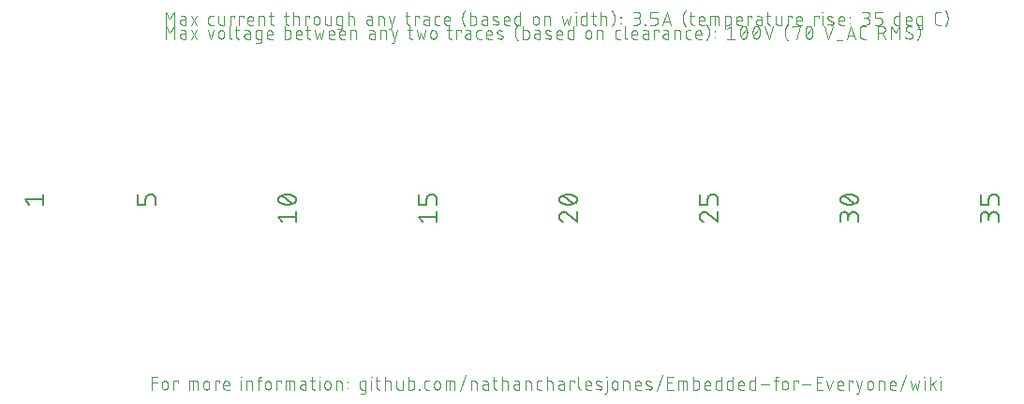
<source format=gbr>
G04 EAGLE Gerber RS-274X export*
G75*
%MOMM*%
%FSLAX34Y34*%
%LPD*%
%INSilkscreen Top*%
%IPPOS*%
%AMOC8*
5,1,8,0,0,1.08239X$1,22.5*%
G01*
%ADD10C,0.152400*%
%ADD11C,0.101600*%


D10*
X17074Y244207D02*
X13462Y248722D01*
X29718Y248722D01*
X29718Y244207D02*
X29718Y253238D01*
X131318Y249626D02*
X131318Y244207D01*
X131318Y249626D02*
X131316Y249744D01*
X131310Y249862D01*
X131301Y249980D01*
X131287Y250097D01*
X131270Y250214D01*
X131249Y250331D01*
X131224Y250446D01*
X131195Y250561D01*
X131162Y250675D01*
X131126Y250787D01*
X131086Y250898D01*
X131043Y251008D01*
X130996Y251117D01*
X130946Y251224D01*
X130891Y251329D01*
X130834Y251432D01*
X130773Y251533D01*
X130709Y251633D01*
X130642Y251730D01*
X130572Y251825D01*
X130498Y251917D01*
X130422Y252008D01*
X130342Y252095D01*
X130260Y252180D01*
X130175Y252262D01*
X130088Y252342D01*
X129997Y252418D01*
X129905Y252492D01*
X129810Y252562D01*
X129713Y252629D01*
X129613Y252693D01*
X129512Y252754D01*
X129409Y252811D01*
X129304Y252866D01*
X129197Y252916D01*
X129088Y252963D01*
X128978Y253006D01*
X128867Y253046D01*
X128755Y253082D01*
X128641Y253115D01*
X128526Y253144D01*
X128411Y253169D01*
X128294Y253190D01*
X128177Y253207D01*
X128060Y253221D01*
X127942Y253230D01*
X127824Y253236D01*
X127706Y253238D01*
X125899Y253238D01*
X125781Y253236D01*
X125663Y253230D01*
X125545Y253221D01*
X125428Y253207D01*
X125311Y253190D01*
X125194Y253169D01*
X125079Y253144D01*
X124964Y253115D01*
X124850Y253082D01*
X124738Y253046D01*
X124627Y253006D01*
X124517Y252963D01*
X124408Y252916D01*
X124301Y252866D01*
X124196Y252811D01*
X124093Y252754D01*
X123992Y252693D01*
X123892Y252629D01*
X123795Y252562D01*
X123700Y252492D01*
X123608Y252418D01*
X123517Y252342D01*
X123430Y252262D01*
X123345Y252180D01*
X123263Y252095D01*
X123183Y252008D01*
X123107Y251917D01*
X123033Y251825D01*
X122963Y251730D01*
X122896Y251633D01*
X122832Y251533D01*
X122771Y251432D01*
X122714Y251329D01*
X122659Y251224D01*
X122609Y251117D01*
X122562Y251008D01*
X122519Y250898D01*
X122479Y250787D01*
X122443Y250675D01*
X122410Y250561D01*
X122381Y250446D01*
X122356Y250331D01*
X122335Y250214D01*
X122318Y250097D01*
X122304Y249980D01*
X122295Y249862D01*
X122289Y249744D01*
X122287Y249626D01*
X122287Y244207D01*
X115062Y244207D01*
X115062Y253238D01*
X242062Y233091D02*
X245674Y228576D01*
X242062Y233091D02*
X258318Y233091D01*
X258318Y228576D02*
X258318Y237607D01*
X250190Y244207D02*
X249870Y244211D01*
X249551Y244222D01*
X249231Y244241D01*
X248913Y244268D01*
X248595Y244302D01*
X248278Y244344D01*
X247962Y244394D01*
X247647Y244451D01*
X247334Y244515D01*
X247022Y244587D01*
X246712Y244666D01*
X246405Y244753D01*
X246099Y244847D01*
X245796Y244948D01*
X245495Y245057D01*
X245197Y245172D01*
X244901Y245295D01*
X244609Y245425D01*
X244320Y245562D01*
X244319Y245562D02*
X244211Y245601D01*
X244104Y245644D01*
X243999Y245690D01*
X243896Y245740D01*
X243794Y245794D01*
X243694Y245851D01*
X243596Y245912D01*
X243500Y245976D01*
X243407Y246043D01*
X243316Y246113D01*
X243227Y246187D01*
X243141Y246263D01*
X243058Y246343D01*
X242977Y246425D01*
X242899Y246510D01*
X242825Y246597D01*
X242753Y246688D01*
X242684Y246780D01*
X242619Y246875D01*
X242557Y246972D01*
X242498Y247071D01*
X242443Y247172D01*
X242392Y247275D01*
X242344Y247380D01*
X242299Y247486D01*
X242258Y247593D01*
X242221Y247702D01*
X242188Y247813D01*
X242159Y247924D01*
X242133Y248036D01*
X242111Y248149D01*
X242094Y248263D01*
X242080Y248377D01*
X242070Y248492D01*
X242064Y248607D01*
X242062Y248722D01*
X242064Y248837D01*
X242070Y248952D01*
X242080Y249067D01*
X242094Y249181D01*
X242111Y249295D01*
X242133Y249408D01*
X242159Y249520D01*
X242188Y249632D01*
X242221Y249742D01*
X242258Y249851D01*
X242299Y249959D01*
X242344Y250065D01*
X242392Y250170D01*
X242443Y250272D01*
X242499Y250374D01*
X242557Y250473D01*
X242619Y250570D01*
X242685Y250665D01*
X242753Y250757D01*
X242825Y250847D01*
X242899Y250935D01*
X242977Y251020D01*
X243058Y251102D01*
X243141Y251181D01*
X243227Y251258D01*
X243316Y251331D01*
X243407Y251402D01*
X243501Y251469D01*
X243596Y251533D01*
X243694Y251594D01*
X243794Y251651D01*
X243896Y251704D01*
X244000Y251755D01*
X244105Y251801D01*
X244212Y251844D01*
X244320Y251883D01*
X244609Y252020D01*
X244901Y252150D01*
X245197Y252273D01*
X245495Y252388D01*
X245796Y252497D01*
X246099Y252598D01*
X246405Y252692D01*
X246712Y252779D01*
X247022Y252858D01*
X247334Y252930D01*
X247647Y252994D01*
X247962Y253051D01*
X248278Y253101D01*
X248595Y253143D01*
X248913Y253177D01*
X249231Y253204D01*
X249551Y253223D01*
X249870Y253234D01*
X250190Y253238D01*
X250190Y244207D02*
X250510Y244211D01*
X250829Y244222D01*
X251149Y244241D01*
X251467Y244268D01*
X251785Y244302D01*
X252102Y244344D01*
X252418Y244394D01*
X252733Y244451D01*
X253046Y244515D01*
X253358Y244587D01*
X253668Y244666D01*
X253975Y244753D01*
X254281Y244847D01*
X254584Y244948D01*
X254885Y245057D01*
X255183Y245172D01*
X255479Y245295D01*
X255771Y245425D01*
X256060Y245562D01*
X256061Y245561D02*
X256169Y245600D01*
X256276Y245643D01*
X256381Y245689D01*
X256485Y245740D01*
X256587Y245793D01*
X256687Y245850D01*
X256785Y245911D01*
X256880Y245975D01*
X256974Y246042D01*
X257065Y246113D01*
X257154Y246186D01*
X257240Y246263D01*
X257323Y246342D01*
X257404Y246424D01*
X257482Y246509D01*
X257556Y246597D01*
X257628Y246687D01*
X257697Y246780D01*
X257762Y246874D01*
X257824Y246971D01*
X257882Y247071D01*
X257938Y247172D01*
X257989Y247274D01*
X258037Y247379D01*
X258082Y247485D01*
X258123Y247593D01*
X258160Y247702D01*
X258193Y247812D01*
X258222Y247924D01*
X258248Y248036D01*
X258270Y248149D01*
X258287Y248263D01*
X258301Y248377D01*
X258311Y248492D01*
X258317Y248607D01*
X258319Y248722D01*
X256060Y251883D02*
X255771Y252020D01*
X255479Y252150D01*
X255183Y252273D01*
X254885Y252388D01*
X254584Y252497D01*
X254281Y252598D01*
X253975Y252692D01*
X253668Y252779D01*
X253358Y252858D01*
X253046Y252930D01*
X252733Y252994D01*
X252418Y253051D01*
X252102Y253101D01*
X251785Y253143D01*
X251467Y253177D01*
X251149Y253204D01*
X250829Y253223D01*
X250510Y253234D01*
X250190Y253238D01*
X256060Y251883D02*
X256168Y251844D01*
X256275Y251801D01*
X256380Y251755D01*
X256484Y251704D01*
X256586Y251651D01*
X256686Y251594D01*
X256784Y251533D01*
X256879Y251469D01*
X256973Y251402D01*
X257064Y251331D01*
X257153Y251258D01*
X257239Y251181D01*
X257322Y251102D01*
X257403Y251020D01*
X257481Y250935D01*
X257555Y250847D01*
X257627Y250757D01*
X257696Y250664D01*
X257761Y250570D01*
X257823Y250473D01*
X257881Y250373D01*
X257937Y250272D01*
X257988Y250169D01*
X258036Y250065D01*
X258081Y249959D01*
X258122Y249851D01*
X258159Y249742D01*
X258192Y249632D01*
X258221Y249520D01*
X258247Y249408D01*
X258269Y249295D01*
X258286Y249181D01*
X258300Y249067D01*
X258310Y248952D01*
X258316Y248837D01*
X258318Y248722D01*
X254706Y245110D02*
X245674Y252335D01*
X369062Y233091D02*
X372674Y228576D01*
X369062Y233091D02*
X385318Y233091D01*
X385318Y228576D02*
X385318Y237607D01*
X385318Y244207D02*
X385318Y249626D01*
X385316Y249744D01*
X385310Y249862D01*
X385301Y249980D01*
X385287Y250097D01*
X385270Y250214D01*
X385249Y250331D01*
X385224Y250446D01*
X385195Y250561D01*
X385162Y250675D01*
X385126Y250787D01*
X385086Y250898D01*
X385043Y251008D01*
X384996Y251117D01*
X384946Y251224D01*
X384891Y251329D01*
X384834Y251432D01*
X384773Y251533D01*
X384709Y251633D01*
X384642Y251730D01*
X384572Y251825D01*
X384498Y251917D01*
X384422Y252008D01*
X384342Y252095D01*
X384260Y252180D01*
X384175Y252262D01*
X384088Y252342D01*
X383997Y252418D01*
X383905Y252492D01*
X383810Y252562D01*
X383713Y252629D01*
X383613Y252693D01*
X383512Y252754D01*
X383409Y252811D01*
X383304Y252866D01*
X383197Y252916D01*
X383088Y252963D01*
X382978Y253006D01*
X382867Y253046D01*
X382755Y253082D01*
X382641Y253115D01*
X382526Y253144D01*
X382411Y253169D01*
X382294Y253190D01*
X382177Y253207D01*
X382060Y253221D01*
X381942Y253230D01*
X381824Y253236D01*
X381706Y253238D01*
X379899Y253238D01*
X379781Y253236D01*
X379663Y253230D01*
X379545Y253221D01*
X379428Y253207D01*
X379311Y253190D01*
X379194Y253169D01*
X379079Y253144D01*
X378964Y253115D01*
X378850Y253082D01*
X378738Y253046D01*
X378627Y253006D01*
X378517Y252963D01*
X378408Y252916D01*
X378301Y252866D01*
X378196Y252811D01*
X378093Y252754D01*
X377992Y252693D01*
X377892Y252629D01*
X377795Y252562D01*
X377700Y252492D01*
X377608Y252418D01*
X377517Y252342D01*
X377430Y252262D01*
X377345Y252180D01*
X377263Y252095D01*
X377183Y252008D01*
X377107Y251917D01*
X377033Y251825D01*
X376963Y251730D01*
X376896Y251633D01*
X376832Y251533D01*
X376771Y251432D01*
X376714Y251329D01*
X376659Y251224D01*
X376609Y251117D01*
X376562Y251008D01*
X376519Y250898D01*
X376479Y250787D01*
X376443Y250675D01*
X376410Y250561D01*
X376381Y250446D01*
X376356Y250331D01*
X376335Y250214D01*
X376318Y250097D01*
X376304Y249980D01*
X376295Y249862D01*
X376289Y249744D01*
X376287Y249626D01*
X376287Y244207D01*
X369062Y244207D01*
X369062Y253238D01*
X496062Y233543D02*
X496064Y233668D01*
X496070Y233793D01*
X496079Y233918D01*
X496093Y234042D01*
X496110Y234166D01*
X496131Y234290D01*
X496156Y234412D01*
X496185Y234534D01*
X496217Y234655D01*
X496253Y234775D01*
X496293Y234894D01*
X496336Y235011D01*
X496383Y235127D01*
X496434Y235242D01*
X496488Y235354D01*
X496546Y235466D01*
X496606Y235575D01*
X496671Y235682D01*
X496738Y235788D01*
X496809Y235891D01*
X496883Y235992D01*
X496960Y236091D01*
X497040Y236187D01*
X497123Y236281D01*
X497208Y236372D01*
X497297Y236461D01*
X497388Y236546D01*
X497482Y236629D01*
X497578Y236709D01*
X497677Y236786D01*
X497778Y236860D01*
X497881Y236931D01*
X497987Y236998D01*
X498094Y237063D01*
X498203Y237123D01*
X498315Y237181D01*
X498427Y237235D01*
X498542Y237286D01*
X498658Y237333D01*
X498775Y237376D01*
X498894Y237416D01*
X499014Y237452D01*
X499135Y237484D01*
X499257Y237513D01*
X499379Y237538D01*
X499503Y237559D01*
X499627Y237576D01*
X499751Y237590D01*
X499876Y237599D01*
X500001Y237605D01*
X500126Y237607D01*
X496062Y233543D02*
X496064Y233400D01*
X496070Y233258D01*
X496080Y233115D01*
X496093Y232973D01*
X496111Y232832D01*
X496132Y232690D01*
X496157Y232550D01*
X496186Y232410D01*
X496219Y232271D01*
X496256Y232133D01*
X496296Y231996D01*
X496340Y231861D01*
X496388Y231726D01*
X496440Y231593D01*
X496495Y231461D01*
X496554Y231331D01*
X496616Y231203D01*
X496682Y231076D01*
X496751Y230951D01*
X496823Y230828D01*
X496899Y230707D01*
X496978Y230589D01*
X497061Y230472D01*
X497146Y230358D01*
X497235Y230246D01*
X497326Y230137D01*
X497421Y230030D01*
X497518Y229925D01*
X497619Y229824D01*
X497722Y229725D01*
X497827Y229629D01*
X497936Y229536D01*
X498047Y229446D01*
X498160Y229359D01*
X498275Y229275D01*
X498393Y229195D01*
X498513Y229117D01*
X498635Y229043D01*
X498759Y228973D01*
X498885Y228905D01*
X499013Y228842D01*
X499142Y228781D01*
X499273Y228724D01*
X499405Y228671D01*
X499539Y228622D01*
X499674Y228576D01*
X503287Y236252D02*
X503195Y236346D01*
X503101Y236436D01*
X503004Y236524D01*
X502904Y236609D01*
X502802Y236691D01*
X502697Y236769D01*
X502590Y236845D01*
X502481Y236917D01*
X502370Y236986D01*
X502256Y237052D01*
X502141Y237114D01*
X502024Y237173D01*
X501905Y237228D01*
X501785Y237279D01*
X501663Y237327D01*
X501540Y237372D01*
X501416Y237412D01*
X501290Y237449D01*
X501163Y237482D01*
X501036Y237511D01*
X500907Y237537D01*
X500778Y237558D01*
X500648Y237576D01*
X500518Y237589D01*
X500388Y237599D01*
X500257Y237605D01*
X500126Y237607D01*
X503287Y236252D02*
X512318Y228576D01*
X512318Y237607D01*
X504190Y244207D02*
X503870Y244211D01*
X503551Y244222D01*
X503231Y244241D01*
X502913Y244268D01*
X502595Y244302D01*
X502278Y244344D01*
X501962Y244394D01*
X501647Y244451D01*
X501334Y244515D01*
X501022Y244587D01*
X500712Y244666D01*
X500405Y244753D01*
X500099Y244847D01*
X499796Y244948D01*
X499495Y245057D01*
X499197Y245172D01*
X498901Y245295D01*
X498609Y245425D01*
X498320Y245562D01*
X498319Y245562D02*
X498211Y245601D01*
X498104Y245644D01*
X497999Y245690D01*
X497896Y245740D01*
X497794Y245794D01*
X497694Y245851D01*
X497596Y245912D01*
X497500Y245976D01*
X497407Y246043D01*
X497316Y246113D01*
X497227Y246187D01*
X497141Y246263D01*
X497058Y246343D01*
X496977Y246425D01*
X496899Y246510D01*
X496825Y246597D01*
X496753Y246688D01*
X496684Y246780D01*
X496619Y246875D01*
X496557Y246972D01*
X496498Y247071D01*
X496443Y247172D01*
X496392Y247275D01*
X496344Y247380D01*
X496299Y247486D01*
X496258Y247593D01*
X496221Y247702D01*
X496188Y247813D01*
X496159Y247924D01*
X496133Y248036D01*
X496111Y248149D01*
X496094Y248263D01*
X496080Y248377D01*
X496070Y248492D01*
X496064Y248607D01*
X496062Y248722D01*
X496064Y248837D01*
X496070Y248952D01*
X496080Y249067D01*
X496094Y249181D01*
X496111Y249295D01*
X496133Y249408D01*
X496159Y249520D01*
X496188Y249632D01*
X496221Y249742D01*
X496258Y249851D01*
X496299Y249959D01*
X496344Y250065D01*
X496392Y250170D01*
X496443Y250272D01*
X496499Y250374D01*
X496557Y250473D01*
X496619Y250570D01*
X496685Y250665D01*
X496753Y250757D01*
X496825Y250847D01*
X496899Y250935D01*
X496977Y251020D01*
X497058Y251102D01*
X497141Y251181D01*
X497227Y251258D01*
X497316Y251331D01*
X497407Y251402D01*
X497501Y251469D01*
X497596Y251533D01*
X497694Y251594D01*
X497794Y251651D01*
X497896Y251704D01*
X498000Y251755D01*
X498105Y251801D01*
X498212Y251844D01*
X498320Y251883D01*
X498609Y252020D01*
X498901Y252150D01*
X499197Y252273D01*
X499495Y252388D01*
X499796Y252497D01*
X500099Y252598D01*
X500405Y252692D01*
X500712Y252779D01*
X501022Y252858D01*
X501334Y252930D01*
X501647Y252994D01*
X501962Y253051D01*
X502278Y253101D01*
X502595Y253143D01*
X502913Y253177D01*
X503231Y253204D01*
X503551Y253223D01*
X503870Y253234D01*
X504190Y253238D01*
X504190Y244207D02*
X504510Y244211D01*
X504829Y244222D01*
X505149Y244241D01*
X505467Y244268D01*
X505785Y244302D01*
X506102Y244344D01*
X506418Y244394D01*
X506733Y244451D01*
X507046Y244515D01*
X507358Y244587D01*
X507668Y244666D01*
X507975Y244753D01*
X508281Y244847D01*
X508584Y244948D01*
X508885Y245057D01*
X509183Y245172D01*
X509479Y245295D01*
X509771Y245425D01*
X510060Y245562D01*
X510061Y245561D02*
X510169Y245600D01*
X510276Y245643D01*
X510381Y245689D01*
X510485Y245740D01*
X510587Y245793D01*
X510687Y245850D01*
X510785Y245911D01*
X510880Y245975D01*
X510974Y246042D01*
X511065Y246113D01*
X511154Y246186D01*
X511240Y246263D01*
X511323Y246342D01*
X511404Y246424D01*
X511482Y246509D01*
X511556Y246597D01*
X511628Y246687D01*
X511697Y246780D01*
X511762Y246874D01*
X511824Y246971D01*
X511882Y247071D01*
X511938Y247172D01*
X511989Y247274D01*
X512037Y247379D01*
X512082Y247485D01*
X512123Y247593D01*
X512160Y247702D01*
X512193Y247812D01*
X512222Y247924D01*
X512248Y248036D01*
X512270Y248149D01*
X512287Y248263D01*
X512301Y248377D01*
X512311Y248492D01*
X512317Y248607D01*
X512319Y248722D01*
X510060Y251883D02*
X509771Y252020D01*
X509479Y252150D01*
X509183Y252273D01*
X508885Y252388D01*
X508584Y252497D01*
X508281Y252598D01*
X507975Y252692D01*
X507668Y252779D01*
X507358Y252858D01*
X507046Y252930D01*
X506733Y252994D01*
X506418Y253051D01*
X506102Y253101D01*
X505785Y253143D01*
X505467Y253177D01*
X505149Y253204D01*
X504829Y253223D01*
X504510Y253234D01*
X504190Y253238D01*
X510060Y251883D02*
X510168Y251844D01*
X510275Y251801D01*
X510380Y251755D01*
X510484Y251704D01*
X510586Y251651D01*
X510686Y251594D01*
X510784Y251533D01*
X510879Y251469D01*
X510973Y251402D01*
X511064Y251331D01*
X511153Y251258D01*
X511239Y251181D01*
X511322Y251102D01*
X511403Y251020D01*
X511481Y250935D01*
X511555Y250847D01*
X511627Y250757D01*
X511696Y250664D01*
X511761Y250570D01*
X511823Y250473D01*
X511881Y250373D01*
X511937Y250272D01*
X511988Y250169D01*
X512036Y250065D01*
X512081Y249959D01*
X512122Y249851D01*
X512159Y249742D01*
X512192Y249632D01*
X512221Y249520D01*
X512247Y249408D01*
X512269Y249295D01*
X512286Y249181D01*
X512300Y249067D01*
X512310Y248952D01*
X512316Y248837D01*
X512318Y248722D01*
X508706Y245110D02*
X499674Y252335D01*
X623062Y233543D02*
X623064Y233668D01*
X623070Y233793D01*
X623079Y233918D01*
X623093Y234042D01*
X623110Y234166D01*
X623131Y234290D01*
X623156Y234412D01*
X623185Y234534D01*
X623217Y234655D01*
X623253Y234775D01*
X623293Y234894D01*
X623336Y235011D01*
X623383Y235127D01*
X623434Y235242D01*
X623488Y235354D01*
X623546Y235466D01*
X623606Y235575D01*
X623671Y235682D01*
X623738Y235788D01*
X623809Y235891D01*
X623883Y235992D01*
X623960Y236091D01*
X624040Y236187D01*
X624123Y236281D01*
X624208Y236372D01*
X624297Y236461D01*
X624388Y236546D01*
X624482Y236629D01*
X624578Y236709D01*
X624677Y236786D01*
X624778Y236860D01*
X624881Y236931D01*
X624987Y236998D01*
X625094Y237063D01*
X625203Y237123D01*
X625315Y237181D01*
X625427Y237235D01*
X625542Y237286D01*
X625658Y237333D01*
X625775Y237376D01*
X625894Y237416D01*
X626014Y237452D01*
X626135Y237484D01*
X626257Y237513D01*
X626379Y237538D01*
X626503Y237559D01*
X626627Y237576D01*
X626751Y237590D01*
X626876Y237599D01*
X627001Y237605D01*
X627126Y237607D01*
X623062Y233543D02*
X623064Y233400D01*
X623070Y233258D01*
X623080Y233115D01*
X623093Y232973D01*
X623111Y232832D01*
X623132Y232690D01*
X623157Y232550D01*
X623186Y232410D01*
X623219Y232271D01*
X623256Y232133D01*
X623296Y231996D01*
X623340Y231861D01*
X623388Y231726D01*
X623440Y231593D01*
X623495Y231461D01*
X623554Y231331D01*
X623616Y231203D01*
X623682Y231076D01*
X623751Y230951D01*
X623823Y230828D01*
X623899Y230707D01*
X623978Y230589D01*
X624061Y230472D01*
X624146Y230358D01*
X624235Y230246D01*
X624326Y230137D01*
X624421Y230030D01*
X624518Y229925D01*
X624619Y229824D01*
X624722Y229725D01*
X624827Y229629D01*
X624936Y229536D01*
X625047Y229446D01*
X625160Y229359D01*
X625275Y229275D01*
X625393Y229195D01*
X625513Y229117D01*
X625635Y229043D01*
X625759Y228973D01*
X625885Y228905D01*
X626013Y228842D01*
X626142Y228781D01*
X626273Y228724D01*
X626405Y228671D01*
X626539Y228622D01*
X626674Y228576D01*
X630287Y236252D02*
X630195Y236346D01*
X630101Y236436D01*
X630004Y236524D01*
X629904Y236609D01*
X629802Y236691D01*
X629697Y236769D01*
X629590Y236845D01*
X629481Y236917D01*
X629370Y236986D01*
X629256Y237052D01*
X629141Y237114D01*
X629024Y237173D01*
X628905Y237228D01*
X628785Y237279D01*
X628663Y237327D01*
X628540Y237372D01*
X628416Y237412D01*
X628290Y237449D01*
X628163Y237482D01*
X628036Y237511D01*
X627907Y237537D01*
X627778Y237558D01*
X627648Y237576D01*
X627518Y237589D01*
X627388Y237599D01*
X627257Y237605D01*
X627126Y237607D01*
X630287Y236252D02*
X639318Y228576D01*
X639318Y237607D01*
X639318Y244207D02*
X639318Y249626D01*
X639316Y249744D01*
X639310Y249862D01*
X639301Y249980D01*
X639287Y250097D01*
X639270Y250214D01*
X639249Y250331D01*
X639224Y250446D01*
X639195Y250561D01*
X639162Y250675D01*
X639126Y250787D01*
X639086Y250898D01*
X639043Y251008D01*
X638996Y251117D01*
X638946Y251224D01*
X638891Y251329D01*
X638834Y251432D01*
X638773Y251533D01*
X638709Y251633D01*
X638642Y251730D01*
X638572Y251825D01*
X638498Y251917D01*
X638422Y252008D01*
X638342Y252095D01*
X638260Y252180D01*
X638175Y252262D01*
X638088Y252342D01*
X637997Y252418D01*
X637905Y252492D01*
X637810Y252562D01*
X637713Y252629D01*
X637613Y252693D01*
X637512Y252754D01*
X637409Y252811D01*
X637304Y252866D01*
X637197Y252916D01*
X637088Y252963D01*
X636978Y253006D01*
X636867Y253046D01*
X636755Y253082D01*
X636641Y253115D01*
X636526Y253144D01*
X636411Y253169D01*
X636294Y253190D01*
X636177Y253207D01*
X636060Y253221D01*
X635942Y253230D01*
X635824Y253236D01*
X635706Y253238D01*
X633899Y253238D01*
X633781Y253236D01*
X633663Y253230D01*
X633545Y253221D01*
X633428Y253207D01*
X633311Y253190D01*
X633194Y253169D01*
X633079Y253144D01*
X632964Y253115D01*
X632850Y253082D01*
X632738Y253046D01*
X632627Y253006D01*
X632517Y252963D01*
X632408Y252916D01*
X632301Y252866D01*
X632196Y252811D01*
X632093Y252754D01*
X631992Y252693D01*
X631892Y252629D01*
X631795Y252562D01*
X631700Y252492D01*
X631608Y252418D01*
X631517Y252342D01*
X631430Y252262D01*
X631345Y252180D01*
X631263Y252095D01*
X631183Y252008D01*
X631107Y251917D01*
X631033Y251825D01*
X630963Y251730D01*
X630896Y251633D01*
X630832Y251533D01*
X630771Y251432D01*
X630714Y251329D01*
X630659Y251224D01*
X630609Y251117D01*
X630562Y251008D01*
X630519Y250898D01*
X630479Y250787D01*
X630443Y250675D01*
X630410Y250561D01*
X630381Y250446D01*
X630356Y250331D01*
X630335Y250214D01*
X630318Y250097D01*
X630304Y249980D01*
X630295Y249862D01*
X630289Y249744D01*
X630287Y249626D01*
X630287Y244207D01*
X623062Y244207D01*
X623062Y253238D01*
X766318Y233091D02*
X766318Y228576D01*
X766318Y233091D02*
X766316Y233224D01*
X766310Y233356D01*
X766300Y233488D01*
X766287Y233620D01*
X766269Y233752D01*
X766248Y233882D01*
X766223Y234013D01*
X766194Y234142D01*
X766161Y234270D01*
X766125Y234398D01*
X766085Y234524D01*
X766041Y234649D01*
X765993Y234773D01*
X765942Y234895D01*
X765887Y235016D01*
X765829Y235135D01*
X765767Y235253D01*
X765702Y235368D01*
X765633Y235482D01*
X765562Y235593D01*
X765486Y235702D01*
X765408Y235809D01*
X765327Y235914D01*
X765242Y236016D01*
X765155Y236116D01*
X765065Y236213D01*
X764972Y236308D01*
X764876Y236399D01*
X764778Y236488D01*
X764677Y236574D01*
X764573Y236657D01*
X764467Y236737D01*
X764359Y236813D01*
X764249Y236887D01*
X764136Y236957D01*
X764022Y237024D01*
X763905Y237087D01*
X763787Y237147D01*
X763667Y237204D01*
X763545Y237257D01*
X763422Y237306D01*
X763298Y237352D01*
X763172Y237394D01*
X763045Y237432D01*
X762917Y237467D01*
X762788Y237498D01*
X762659Y237525D01*
X762528Y237548D01*
X762397Y237568D01*
X762265Y237583D01*
X762133Y237595D01*
X762001Y237603D01*
X761868Y237607D01*
X761736Y237607D01*
X761603Y237603D01*
X761471Y237595D01*
X761339Y237583D01*
X761207Y237568D01*
X761076Y237548D01*
X760945Y237525D01*
X760816Y237498D01*
X760687Y237467D01*
X760559Y237432D01*
X760432Y237394D01*
X760306Y237352D01*
X760182Y237306D01*
X760059Y237257D01*
X759937Y237204D01*
X759817Y237147D01*
X759699Y237087D01*
X759582Y237024D01*
X759468Y236957D01*
X759355Y236887D01*
X759245Y236813D01*
X759137Y236737D01*
X759031Y236657D01*
X758927Y236574D01*
X758826Y236488D01*
X758728Y236399D01*
X758632Y236308D01*
X758539Y236213D01*
X758449Y236116D01*
X758362Y236016D01*
X758277Y235914D01*
X758196Y235809D01*
X758118Y235702D01*
X758042Y235593D01*
X757971Y235482D01*
X757902Y235368D01*
X757837Y235253D01*
X757775Y235135D01*
X757717Y235016D01*
X757662Y234895D01*
X757611Y234773D01*
X757563Y234649D01*
X757519Y234524D01*
X757479Y234398D01*
X757443Y234270D01*
X757410Y234142D01*
X757381Y234013D01*
X757356Y233882D01*
X757335Y233752D01*
X757317Y233620D01*
X757304Y233488D01*
X757294Y233356D01*
X757288Y233224D01*
X757286Y233091D01*
X750062Y233994D02*
X750062Y228576D01*
X750062Y233994D02*
X750064Y234113D01*
X750070Y234233D01*
X750080Y234352D01*
X750094Y234470D01*
X750111Y234589D01*
X750133Y234706D01*
X750158Y234823D01*
X750188Y234938D01*
X750221Y235053D01*
X750258Y235167D01*
X750298Y235279D01*
X750343Y235390D01*
X750391Y235499D01*
X750442Y235607D01*
X750497Y235713D01*
X750556Y235817D01*
X750618Y235919D01*
X750683Y236019D01*
X750752Y236117D01*
X750824Y236213D01*
X750899Y236306D01*
X750976Y236396D01*
X751057Y236484D01*
X751141Y236569D01*
X751228Y236651D01*
X751317Y236731D01*
X751409Y236807D01*
X751503Y236881D01*
X751600Y236951D01*
X751698Y237018D01*
X751799Y237082D01*
X751903Y237142D01*
X752008Y237199D01*
X752115Y237252D01*
X752223Y237302D01*
X752333Y237348D01*
X752445Y237390D01*
X752558Y237429D01*
X752672Y237464D01*
X752787Y237495D01*
X752904Y237523D01*
X753021Y237546D01*
X753138Y237566D01*
X753257Y237582D01*
X753376Y237594D01*
X753495Y237602D01*
X753614Y237606D01*
X753734Y237606D01*
X753853Y237602D01*
X753972Y237594D01*
X754091Y237582D01*
X754210Y237566D01*
X754327Y237546D01*
X754444Y237523D01*
X754561Y237495D01*
X754676Y237464D01*
X754790Y237429D01*
X754903Y237390D01*
X755015Y237348D01*
X755125Y237302D01*
X755233Y237252D01*
X755340Y237199D01*
X755445Y237142D01*
X755549Y237082D01*
X755650Y237018D01*
X755748Y236951D01*
X755845Y236881D01*
X755939Y236807D01*
X756031Y236731D01*
X756120Y236651D01*
X756207Y236569D01*
X756291Y236484D01*
X756372Y236396D01*
X756449Y236306D01*
X756524Y236213D01*
X756596Y236117D01*
X756665Y236019D01*
X756730Y235919D01*
X756792Y235817D01*
X756851Y235713D01*
X756906Y235607D01*
X756957Y235499D01*
X757005Y235390D01*
X757050Y235279D01*
X757090Y235167D01*
X757127Y235053D01*
X757160Y234938D01*
X757190Y234823D01*
X757215Y234706D01*
X757237Y234589D01*
X757254Y234470D01*
X757268Y234352D01*
X757278Y234233D01*
X757284Y234113D01*
X757286Y233994D01*
X757287Y233994D02*
X757287Y230382D01*
X758190Y244207D02*
X757870Y244211D01*
X757551Y244222D01*
X757231Y244241D01*
X756913Y244268D01*
X756595Y244302D01*
X756278Y244344D01*
X755962Y244394D01*
X755647Y244451D01*
X755334Y244515D01*
X755022Y244587D01*
X754712Y244666D01*
X754405Y244753D01*
X754099Y244847D01*
X753796Y244948D01*
X753495Y245057D01*
X753197Y245172D01*
X752901Y245295D01*
X752609Y245425D01*
X752320Y245562D01*
X752319Y245562D02*
X752211Y245601D01*
X752104Y245644D01*
X751999Y245690D01*
X751896Y245740D01*
X751794Y245794D01*
X751694Y245851D01*
X751596Y245912D01*
X751500Y245976D01*
X751407Y246043D01*
X751316Y246113D01*
X751227Y246187D01*
X751141Y246263D01*
X751058Y246343D01*
X750977Y246425D01*
X750899Y246510D01*
X750825Y246597D01*
X750753Y246688D01*
X750684Y246780D01*
X750619Y246875D01*
X750557Y246972D01*
X750498Y247071D01*
X750443Y247172D01*
X750392Y247275D01*
X750344Y247380D01*
X750299Y247486D01*
X750258Y247593D01*
X750221Y247702D01*
X750188Y247813D01*
X750159Y247924D01*
X750133Y248036D01*
X750111Y248149D01*
X750094Y248263D01*
X750080Y248377D01*
X750070Y248492D01*
X750064Y248607D01*
X750062Y248722D01*
X750064Y248837D01*
X750070Y248952D01*
X750080Y249067D01*
X750094Y249181D01*
X750111Y249295D01*
X750133Y249408D01*
X750159Y249520D01*
X750188Y249632D01*
X750221Y249742D01*
X750258Y249851D01*
X750299Y249959D01*
X750344Y250065D01*
X750392Y250170D01*
X750443Y250272D01*
X750499Y250374D01*
X750557Y250473D01*
X750619Y250570D01*
X750685Y250665D01*
X750753Y250757D01*
X750825Y250847D01*
X750899Y250935D01*
X750977Y251020D01*
X751058Y251102D01*
X751141Y251181D01*
X751227Y251258D01*
X751316Y251331D01*
X751407Y251402D01*
X751501Y251469D01*
X751596Y251533D01*
X751694Y251594D01*
X751794Y251651D01*
X751896Y251704D01*
X752000Y251755D01*
X752105Y251801D01*
X752212Y251844D01*
X752320Y251883D01*
X752609Y252020D01*
X752901Y252150D01*
X753197Y252273D01*
X753495Y252388D01*
X753796Y252497D01*
X754099Y252598D01*
X754405Y252692D01*
X754712Y252779D01*
X755022Y252858D01*
X755334Y252930D01*
X755647Y252994D01*
X755962Y253051D01*
X756278Y253101D01*
X756595Y253143D01*
X756913Y253177D01*
X757231Y253204D01*
X757551Y253223D01*
X757870Y253234D01*
X758190Y253238D01*
X758190Y244207D02*
X758510Y244211D01*
X758829Y244222D01*
X759149Y244241D01*
X759467Y244268D01*
X759785Y244302D01*
X760102Y244344D01*
X760418Y244394D01*
X760733Y244451D01*
X761046Y244515D01*
X761358Y244587D01*
X761668Y244666D01*
X761975Y244753D01*
X762281Y244847D01*
X762584Y244948D01*
X762885Y245057D01*
X763183Y245172D01*
X763479Y245295D01*
X763771Y245425D01*
X764060Y245562D01*
X764061Y245561D02*
X764169Y245600D01*
X764276Y245643D01*
X764381Y245689D01*
X764485Y245740D01*
X764587Y245793D01*
X764687Y245850D01*
X764785Y245911D01*
X764880Y245975D01*
X764974Y246042D01*
X765065Y246113D01*
X765154Y246186D01*
X765240Y246263D01*
X765323Y246342D01*
X765404Y246424D01*
X765482Y246509D01*
X765556Y246597D01*
X765628Y246687D01*
X765697Y246780D01*
X765762Y246874D01*
X765824Y246971D01*
X765882Y247071D01*
X765938Y247172D01*
X765989Y247274D01*
X766037Y247379D01*
X766082Y247485D01*
X766123Y247593D01*
X766160Y247702D01*
X766193Y247812D01*
X766222Y247924D01*
X766248Y248036D01*
X766270Y248149D01*
X766287Y248263D01*
X766301Y248377D01*
X766311Y248492D01*
X766317Y248607D01*
X766319Y248722D01*
X764060Y251883D02*
X763771Y252020D01*
X763479Y252150D01*
X763183Y252273D01*
X762885Y252388D01*
X762584Y252497D01*
X762281Y252598D01*
X761975Y252692D01*
X761668Y252779D01*
X761358Y252858D01*
X761046Y252930D01*
X760733Y252994D01*
X760418Y253051D01*
X760102Y253101D01*
X759785Y253143D01*
X759467Y253177D01*
X759149Y253204D01*
X758829Y253223D01*
X758510Y253234D01*
X758190Y253238D01*
X764060Y251883D02*
X764168Y251844D01*
X764275Y251801D01*
X764380Y251755D01*
X764484Y251704D01*
X764586Y251651D01*
X764686Y251594D01*
X764784Y251533D01*
X764879Y251469D01*
X764973Y251402D01*
X765064Y251331D01*
X765153Y251258D01*
X765239Y251181D01*
X765322Y251102D01*
X765403Y251020D01*
X765481Y250935D01*
X765555Y250847D01*
X765627Y250757D01*
X765696Y250664D01*
X765761Y250570D01*
X765823Y250473D01*
X765881Y250373D01*
X765937Y250272D01*
X765988Y250169D01*
X766036Y250065D01*
X766081Y249959D01*
X766122Y249851D01*
X766159Y249742D01*
X766192Y249632D01*
X766221Y249520D01*
X766247Y249408D01*
X766269Y249295D01*
X766286Y249181D01*
X766300Y249067D01*
X766310Y248952D01*
X766316Y248837D01*
X766318Y248722D01*
X762706Y245110D02*
X753674Y252335D01*
X893318Y233091D02*
X893318Y228576D01*
X893318Y233091D02*
X893316Y233224D01*
X893310Y233356D01*
X893300Y233488D01*
X893287Y233620D01*
X893269Y233752D01*
X893248Y233882D01*
X893223Y234013D01*
X893194Y234142D01*
X893161Y234270D01*
X893125Y234398D01*
X893085Y234524D01*
X893041Y234649D01*
X892993Y234773D01*
X892942Y234895D01*
X892887Y235016D01*
X892829Y235135D01*
X892767Y235253D01*
X892702Y235368D01*
X892633Y235482D01*
X892562Y235593D01*
X892486Y235702D01*
X892408Y235809D01*
X892327Y235914D01*
X892242Y236016D01*
X892155Y236116D01*
X892065Y236213D01*
X891972Y236308D01*
X891876Y236399D01*
X891778Y236488D01*
X891677Y236574D01*
X891573Y236657D01*
X891467Y236737D01*
X891359Y236813D01*
X891249Y236887D01*
X891136Y236957D01*
X891022Y237024D01*
X890905Y237087D01*
X890787Y237147D01*
X890667Y237204D01*
X890545Y237257D01*
X890422Y237306D01*
X890298Y237352D01*
X890172Y237394D01*
X890045Y237432D01*
X889917Y237467D01*
X889788Y237498D01*
X889659Y237525D01*
X889528Y237548D01*
X889397Y237568D01*
X889265Y237583D01*
X889133Y237595D01*
X889001Y237603D01*
X888868Y237607D01*
X888736Y237607D01*
X888603Y237603D01*
X888471Y237595D01*
X888339Y237583D01*
X888207Y237568D01*
X888076Y237548D01*
X887945Y237525D01*
X887816Y237498D01*
X887687Y237467D01*
X887559Y237432D01*
X887432Y237394D01*
X887306Y237352D01*
X887182Y237306D01*
X887059Y237257D01*
X886937Y237204D01*
X886817Y237147D01*
X886699Y237087D01*
X886582Y237024D01*
X886468Y236957D01*
X886355Y236887D01*
X886245Y236813D01*
X886137Y236737D01*
X886031Y236657D01*
X885927Y236574D01*
X885826Y236488D01*
X885728Y236399D01*
X885632Y236308D01*
X885539Y236213D01*
X885449Y236116D01*
X885362Y236016D01*
X885277Y235914D01*
X885196Y235809D01*
X885118Y235702D01*
X885042Y235593D01*
X884971Y235482D01*
X884902Y235368D01*
X884837Y235253D01*
X884775Y235135D01*
X884717Y235016D01*
X884662Y234895D01*
X884611Y234773D01*
X884563Y234649D01*
X884519Y234524D01*
X884479Y234398D01*
X884443Y234270D01*
X884410Y234142D01*
X884381Y234013D01*
X884356Y233882D01*
X884335Y233752D01*
X884317Y233620D01*
X884304Y233488D01*
X884294Y233356D01*
X884288Y233224D01*
X884286Y233091D01*
X877062Y233994D02*
X877062Y228576D01*
X877062Y233994D02*
X877064Y234113D01*
X877070Y234233D01*
X877080Y234352D01*
X877094Y234470D01*
X877111Y234589D01*
X877133Y234706D01*
X877158Y234823D01*
X877188Y234938D01*
X877221Y235053D01*
X877258Y235167D01*
X877298Y235279D01*
X877343Y235390D01*
X877391Y235499D01*
X877442Y235607D01*
X877497Y235713D01*
X877556Y235817D01*
X877618Y235919D01*
X877683Y236019D01*
X877752Y236117D01*
X877824Y236213D01*
X877899Y236306D01*
X877976Y236396D01*
X878057Y236484D01*
X878141Y236569D01*
X878228Y236651D01*
X878317Y236731D01*
X878409Y236807D01*
X878503Y236881D01*
X878600Y236951D01*
X878698Y237018D01*
X878799Y237082D01*
X878903Y237142D01*
X879008Y237199D01*
X879115Y237252D01*
X879223Y237302D01*
X879333Y237348D01*
X879445Y237390D01*
X879558Y237429D01*
X879672Y237464D01*
X879787Y237495D01*
X879904Y237523D01*
X880021Y237546D01*
X880138Y237566D01*
X880257Y237582D01*
X880376Y237594D01*
X880495Y237602D01*
X880614Y237606D01*
X880734Y237606D01*
X880853Y237602D01*
X880972Y237594D01*
X881091Y237582D01*
X881210Y237566D01*
X881327Y237546D01*
X881444Y237523D01*
X881561Y237495D01*
X881676Y237464D01*
X881790Y237429D01*
X881903Y237390D01*
X882015Y237348D01*
X882125Y237302D01*
X882233Y237252D01*
X882340Y237199D01*
X882445Y237142D01*
X882549Y237082D01*
X882650Y237018D01*
X882748Y236951D01*
X882845Y236881D01*
X882939Y236807D01*
X883031Y236731D01*
X883120Y236651D01*
X883207Y236569D01*
X883291Y236484D01*
X883372Y236396D01*
X883449Y236306D01*
X883524Y236213D01*
X883596Y236117D01*
X883665Y236019D01*
X883730Y235919D01*
X883792Y235817D01*
X883851Y235713D01*
X883906Y235607D01*
X883957Y235499D01*
X884005Y235390D01*
X884050Y235279D01*
X884090Y235167D01*
X884127Y235053D01*
X884160Y234938D01*
X884190Y234823D01*
X884215Y234706D01*
X884237Y234589D01*
X884254Y234470D01*
X884268Y234352D01*
X884278Y234233D01*
X884284Y234113D01*
X884286Y233994D01*
X884287Y233994D02*
X884287Y230382D01*
X893318Y244207D02*
X893318Y249626D01*
X893316Y249744D01*
X893310Y249862D01*
X893301Y249980D01*
X893287Y250097D01*
X893270Y250214D01*
X893249Y250331D01*
X893224Y250446D01*
X893195Y250561D01*
X893162Y250675D01*
X893126Y250787D01*
X893086Y250898D01*
X893043Y251008D01*
X892996Y251117D01*
X892946Y251224D01*
X892891Y251329D01*
X892834Y251432D01*
X892773Y251533D01*
X892709Y251633D01*
X892642Y251730D01*
X892572Y251825D01*
X892498Y251917D01*
X892422Y252008D01*
X892342Y252095D01*
X892260Y252180D01*
X892175Y252262D01*
X892088Y252342D01*
X891997Y252418D01*
X891905Y252492D01*
X891810Y252562D01*
X891713Y252629D01*
X891613Y252693D01*
X891512Y252754D01*
X891409Y252811D01*
X891304Y252866D01*
X891197Y252916D01*
X891088Y252963D01*
X890978Y253006D01*
X890867Y253046D01*
X890755Y253082D01*
X890641Y253115D01*
X890526Y253144D01*
X890411Y253169D01*
X890294Y253190D01*
X890177Y253207D01*
X890060Y253221D01*
X889942Y253230D01*
X889824Y253236D01*
X889706Y253238D01*
X887899Y253238D01*
X887781Y253236D01*
X887663Y253230D01*
X887545Y253221D01*
X887428Y253207D01*
X887311Y253190D01*
X887194Y253169D01*
X887079Y253144D01*
X886964Y253115D01*
X886850Y253082D01*
X886738Y253046D01*
X886627Y253006D01*
X886517Y252963D01*
X886408Y252916D01*
X886301Y252866D01*
X886196Y252811D01*
X886093Y252754D01*
X885992Y252693D01*
X885892Y252629D01*
X885795Y252562D01*
X885700Y252492D01*
X885608Y252418D01*
X885517Y252342D01*
X885430Y252262D01*
X885345Y252180D01*
X885263Y252095D01*
X885183Y252008D01*
X885107Y251917D01*
X885033Y251825D01*
X884963Y251730D01*
X884896Y251633D01*
X884832Y251533D01*
X884771Y251432D01*
X884714Y251329D01*
X884659Y251224D01*
X884609Y251117D01*
X884562Y251008D01*
X884519Y250898D01*
X884479Y250787D01*
X884443Y250675D01*
X884410Y250561D01*
X884381Y250446D01*
X884356Y250331D01*
X884335Y250214D01*
X884318Y250097D01*
X884304Y249980D01*
X884295Y249862D01*
X884289Y249744D01*
X884287Y249626D01*
X884287Y244207D01*
X877062Y244207D01*
X877062Y253238D01*
D11*
X140208Y406908D02*
X140208Y418592D01*
X144103Y412101D01*
X147997Y418592D01*
X147997Y406908D01*
X155530Y411452D02*
X158451Y411452D01*
X155530Y411452D02*
X155436Y411450D01*
X155342Y411444D01*
X155249Y411435D01*
X155156Y411421D01*
X155064Y411404D01*
X154972Y411382D01*
X154882Y411358D01*
X154792Y411329D01*
X154704Y411297D01*
X154617Y411261D01*
X154532Y411221D01*
X154449Y411178D01*
X154367Y411132D01*
X154287Y411082D01*
X154210Y411029D01*
X154135Y410973D01*
X154062Y410914D01*
X153991Y410852D01*
X153923Y410787D01*
X153858Y410719D01*
X153796Y410648D01*
X153737Y410575D01*
X153681Y410500D01*
X153628Y410423D01*
X153578Y410343D01*
X153532Y410261D01*
X153489Y410178D01*
X153449Y410093D01*
X153413Y410006D01*
X153381Y409918D01*
X153352Y409828D01*
X153328Y409738D01*
X153306Y409646D01*
X153289Y409554D01*
X153275Y409461D01*
X153266Y409368D01*
X153260Y409274D01*
X153258Y409180D01*
X153260Y409086D01*
X153266Y408992D01*
X153275Y408899D01*
X153289Y408806D01*
X153306Y408714D01*
X153328Y408622D01*
X153352Y408532D01*
X153381Y408442D01*
X153413Y408354D01*
X153449Y408267D01*
X153489Y408182D01*
X153532Y408099D01*
X153578Y408017D01*
X153628Y407937D01*
X153681Y407860D01*
X153737Y407785D01*
X153796Y407712D01*
X153858Y407641D01*
X153923Y407573D01*
X153991Y407508D01*
X154062Y407446D01*
X154135Y407387D01*
X154210Y407331D01*
X154287Y407278D01*
X154367Y407228D01*
X154449Y407182D01*
X154532Y407139D01*
X154617Y407099D01*
X154704Y407063D01*
X154792Y407031D01*
X154882Y407002D01*
X154972Y406978D01*
X155064Y406956D01*
X155156Y406939D01*
X155249Y406925D01*
X155342Y406916D01*
X155436Y406910D01*
X155530Y406908D01*
X158451Y406908D01*
X158451Y412750D01*
X158449Y412837D01*
X158443Y412925D01*
X158433Y413011D01*
X158420Y413098D01*
X158402Y413183D01*
X158381Y413268D01*
X158356Y413352D01*
X158327Y413434D01*
X158294Y413515D01*
X158258Y413595D01*
X158219Y413673D01*
X158175Y413749D01*
X158129Y413823D01*
X158079Y413894D01*
X158026Y413964D01*
X157970Y414031D01*
X157911Y414095D01*
X157849Y414157D01*
X157785Y414216D01*
X157718Y414272D01*
X157648Y414325D01*
X157577Y414375D01*
X157503Y414421D01*
X157427Y414465D01*
X157349Y414504D01*
X157269Y414540D01*
X157188Y414573D01*
X157106Y414602D01*
X157022Y414627D01*
X156937Y414648D01*
X156852Y414666D01*
X156765Y414679D01*
X156679Y414689D01*
X156591Y414695D01*
X156504Y414697D01*
X153907Y414697D01*
X163223Y406908D02*
X168416Y414697D01*
X163223Y414697D02*
X168416Y406908D01*
X180805Y406908D02*
X183401Y406908D01*
X180805Y406908D02*
X180718Y406910D01*
X180630Y406916D01*
X180544Y406926D01*
X180457Y406939D01*
X180372Y406957D01*
X180287Y406978D01*
X180203Y407003D01*
X180121Y407032D01*
X180040Y407065D01*
X179960Y407101D01*
X179882Y407140D01*
X179806Y407184D01*
X179732Y407230D01*
X179661Y407280D01*
X179591Y407333D01*
X179524Y407389D01*
X179460Y407448D01*
X179398Y407510D01*
X179339Y407574D01*
X179283Y407641D01*
X179230Y407711D01*
X179180Y407782D01*
X179134Y407856D01*
X179090Y407932D01*
X179051Y408010D01*
X179015Y408090D01*
X178982Y408171D01*
X178953Y408253D01*
X178928Y408337D01*
X178907Y408422D01*
X178889Y408507D01*
X178876Y408594D01*
X178866Y408680D01*
X178860Y408768D01*
X178858Y408855D01*
X178857Y408855D02*
X178857Y412750D01*
X178858Y412750D02*
X178860Y412837D01*
X178866Y412925D01*
X178876Y413011D01*
X178889Y413098D01*
X178907Y413183D01*
X178928Y413268D01*
X178953Y413352D01*
X178982Y413434D01*
X179015Y413515D01*
X179051Y413595D01*
X179090Y413673D01*
X179134Y413749D01*
X179180Y413823D01*
X179230Y413894D01*
X179283Y413964D01*
X179339Y414031D01*
X179398Y414095D01*
X179460Y414157D01*
X179524Y414216D01*
X179591Y414272D01*
X179661Y414325D01*
X179732Y414375D01*
X179806Y414421D01*
X179882Y414465D01*
X179960Y414504D01*
X180040Y414540D01*
X180121Y414573D01*
X180203Y414602D01*
X180287Y414627D01*
X180372Y414648D01*
X180457Y414666D01*
X180544Y414679D01*
X180630Y414689D01*
X180718Y414695D01*
X180805Y414697D01*
X183401Y414697D01*
X187988Y414697D02*
X187988Y408855D01*
X187990Y408768D01*
X187996Y408680D01*
X188006Y408594D01*
X188019Y408507D01*
X188037Y408422D01*
X188058Y408337D01*
X188083Y408253D01*
X188112Y408171D01*
X188145Y408090D01*
X188181Y408010D01*
X188220Y407932D01*
X188264Y407856D01*
X188310Y407782D01*
X188360Y407711D01*
X188413Y407641D01*
X188469Y407574D01*
X188528Y407510D01*
X188590Y407448D01*
X188654Y407389D01*
X188721Y407333D01*
X188791Y407280D01*
X188862Y407230D01*
X188936Y407184D01*
X189012Y407140D01*
X189090Y407101D01*
X189170Y407065D01*
X189251Y407032D01*
X189333Y407003D01*
X189417Y406978D01*
X189502Y406957D01*
X189587Y406939D01*
X189674Y406926D01*
X189760Y406916D01*
X189848Y406910D01*
X189935Y406908D01*
X193181Y406908D01*
X193181Y414697D01*
X198723Y414697D02*
X198723Y406908D01*
X198723Y414697D02*
X202617Y414697D01*
X202617Y413399D01*
X206724Y414697D02*
X206724Y406908D01*
X206724Y414697D02*
X210618Y414697D01*
X210618Y413399D01*
X216224Y406908D02*
X219470Y406908D01*
X216224Y406908D02*
X216137Y406910D01*
X216049Y406916D01*
X215963Y406926D01*
X215876Y406939D01*
X215791Y406957D01*
X215706Y406978D01*
X215622Y407003D01*
X215540Y407032D01*
X215459Y407065D01*
X215379Y407101D01*
X215301Y407140D01*
X215225Y407184D01*
X215151Y407230D01*
X215080Y407280D01*
X215010Y407333D01*
X214943Y407389D01*
X214879Y407448D01*
X214817Y407510D01*
X214758Y407574D01*
X214702Y407641D01*
X214649Y407711D01*
X214599Y407782D01*
X214553Y407856D01*
X214509Y407932D01*
X214470Y408010D01*
X214434Y408090D01*
X214401Y408171D01*
X214372Y408253D01*
X214347Y408337D01*
X214326Y408422D01*
X214308Y408507D01*
X214295Y408594D01*
X214285Y408680D01*
X214279Y408768D01*
X214277Y408855D01*
X214277Y412101D01*
X214278Y412101D02*
X214280Y412202D01*
X214286Y412302D01*
X214296Y412402D01*
X214309Y412502D01*
X214327Y412601D01*
X214348Y412700D01*
X214373Y412797D01*
X214402Y412894D01*
X214435Y412989D01*
X214471Y413083D01*
X214511Y413175D01*
X214554Y413266D01*
X214601Y413355D01*
X214651Y413442D01*
X214705Y413528D01*
X214762Y413611D01*
X214822Y413691D01*
X214885Y413770D01*
X214952Y413846D01*
X215021Y413919D01*
X215093Y413989D01*
X215167Y414057D01*
X215244Y414122D01*
X215324Y414183D01*
X215406Y414242D01*
X215490Y414297D01*
X215576Y414349D01*
X215664Y414398D01*
X215754Y414443D01*
X215846Y414485D01*
X215939Y414523D01*
X216034Y414557D01*
X216129Y414588D01*
X216226Y414615D01*
X216324Y414638D01*
X216423Y414658D01*
X216523Y414673D01*
X216623Y414685D01*
X216723Y414693D01*
X216824Y414697D01*
X216924Y414697D01*
X217025Y414693D01*
X217125Y414685D01*
X217225Y414673D01*
X217325Y414658D01*
X217424Y414638D01*
X217522Y414615D01*
X217619Y414588D01*
X217714Y414557D01*
X217809Y414523D01*
X217902Y414485D01*
X217994Y414443D01*
X218084Y414398D01*
X218172Y414349D01*
X218258Y414297D01*
X218342Y414242D01*
X218424Y414183D01*
X218504Y414122D01*
X218581Y414057D01*
X218655Y413989D01*
X218727Y413919D01*
X218796Y413846D01*
X218863Y413770D01*
X218926Y413691D01*
X218986Y413611D01*
X219043Y413528D01*
X219097Y413442D01*
X219147Y413355D01*
X219194Y413266D01*
X219237Y413175D01*
X219277Y413083D01*
X219313Y412989D01*
X219346Y412894D01*
X219375Y412797D01*
X219400Y412700D01*
X219421Y412601D01*
X219439Y412502D01*
X219452Y412402D01*
X219462Y412302D01*
X219468Y412202D01*
X219470Y412101D01*
X219470Y410803D01*
X214277Y410803D01*
X224564Y406908D02*
X224564Y414697D01*
X227810Y414697D01*
X227897Y414695D01*
X227985Y414689D01*
X228071Y414679D01*
X228158Y414666D01*
X228243Y414648D01*
X228328Y414627D01*
X228412Y414602D01*
X228494Y414573D01*
X228575Y414540D01*
X228655Y414504D01*
X228733Y414465D01*
X228809Y414421D01*
X228883Y414375D01*
X228954Y414325D01*
X229024Y414272D01*
X229091Y414216D01*
X229155Y414157D01*
X229217Y414096D01*
X229276Y414031D01*
X229332Y413964D01*
X229385Y413894D01*
X229435Y413823D01*
X229481Y413749D01*
X229525Y413673D01*
X229564Y413595D01*
X229600Y413515D01*
X229633Y413434D01*
X229662Y413352D01*
X229687Y413268D01*
X229708Y413183D01*
X229726Y413098D01*
X229739Y413011D01*
X229749Y412925D01*
X229755Y412837D01*
X229757Y412750D01*
X229757Y406908D01*
X233884Y414697D02*
X237779Y414697D01*
X235182Y418592D02*
X235182Y408855D01*
X235184Y408768D01*
X235190Y408680D01*
X235200Y408594D01*
X235213Y408507D01*
X235231Y408422D01*
X235252Y408337D01*
X235277Y408253D01*
X235306Y408171D01*
X235339Y408090D01*
X235375Y408010D01*
X235414Y407932D01*
X235458Y407856D01*
X235504Y407782D01*
X235554Y407711D01*
X235607Y407641D01*
X235663Y407574D01*
X235722Y407510D01*
X235784Y407448D01*
X235848Y407389D01*
X235915Y407333D01*
X235985Y407280D01*
X236056Y407230D01*
X236130Y407184D01*
X236206Y407140D01*
X236284Y407101D01*
X236364Y407065D01*
X236445Y407032D01*
X236527Y407003D01*
X236611Y406978D01*
X236696Y406957D01*
X236781Y406939D01*
X236868Y406926D01*
X236954Y406916D01*
X237042Y406910D01*
X237129Y406908D01*
X237779Y406908D01*
X247219Y414697D02*
X251114Y414697D01*
X248517Y418592D02*
X248517Y408855D01*
X248519Y408768D01*
X248525Y408680D01*
X248535Y408594D01*
X248548Y408507D01*
X248566Y408422D01*
X248587Y408337D01*
X248612Y408253D01*
X248641Y408171D01*
X248674Y408090D01*
X248710Y408010D01*
X248749Y407932D01*
X248793Y407856D01*
X248839Y407782D01*
X248889Y407711D01*
X248942Y407641D01*
X248998Y407574D01*
X249057Y407510D01*
X249119Y407448D01*
X249183Y407389D01*
X249250Y407333D01*
X249320Y407280D01*
X249391Y407230D01*
X249465Y407184D01*
X249541Y407140D01*
X249619Y407101D01*
X249699Y407065D01*
X249780Y407032D01*
X249862Y407003D01*
X249946Y406978D01*
X250031Y406957D01*
X250116Y406939D01*
X250203Y406926D01*
X250289Y406916D01*
X250377Y406910D01*
X250464Y406908D01*
X251114Y406908D01*
X255806Y406908D02*
X255806Y418592D01*
X255806Y414697D02*
X259052Y414697D01*
X259139Y414695D01*
X259227Y414689D01*
X259313Y414679D01*
X259400Y414666D01*
X259485Y414648D01*
X259570Y414627D01*
X259654Y414602D01*
X259736Y414573D01*
X259817Y414540D01*
X259897Y414504D01*
X259975Y414465D01*
X260051Y414421D01*
X260125Y414375D01*
X260196Y414325D01*
X260266Y414272D01*
X260333Y414216D01*
X260397Y414157D01*
X260459Y414096D01*
X260518Y414031D01*
X260574Y413964D01*
X260627Y413894D01*
X260677Y413823D01*
X260723Y413749D01*
X260767Y413673D01*
X260806Y413595D01*
X260842Y413515D01*
X260875Y413434D01*
X260904Y413352D01*
X260929Y413268D01*
X260950Y413183D01*
X260968Y413098D01*
X260981Y413011D01*
X260991Y412925D01*
X260997Y412837D01*
X260999Y412750D01*
X260999Y406908D01*
X266541Y406908D02*
X266541Y414697D01*
X270435Y414697D01*
X270435Y413399D01*
X274094Y412101D02*
X274094Y409504D01*
X274095Y412101D02*
X274097Y412202D01*
X274103Y412302D01*
X274113Y412402D01*
X274126Y412502D01*
X274144Y412601D01*
X274165Y412700D01*
X274190Y412797D01*
X274219Y412894D01*
X274252Y412989D01*
X274288Y413083D01*
X274328Y413175D01*
X274371Y413266D01*
X274418Y413355D01*
X274468Y413442D01*
X274522Y413528D01*
X274579Y413611D01*
X274639Y413691D01*
X274702Y413770D01*
X274769Y413846D01*
X274838Y413919D01*
X274910Y413989D01*
X274984Y414057D01*
X275061Y414122D01*
X275141Y414183D01*
X275223Y414242D01*
X275307Y414297D01*
X275393Y414349D01*
X275481Y414398D01*
X275571Y414443D01*
X275663Y414485D01*
X275756Y414523D01*
X275851Y414557D01*
X275946Y414588D01*
X276043Y414615D01*
X276141Y414638D01*
X276240Y414658D01*
X276340Y414673D01*
X276440Y414685D01*
X276540Y414693D01*
X276641Y414697D01*
X276741Y414697D01*
X276842Y414693D01*
X276942Y414685D01*
X277042Y414673D01*
X277142Y414658D01*
X277241Y414638D01*
X277339Y414615D01*
X277436Y414588D01*
X277531Y414557D01*
X277626Y414523D01*
X277719Y414485D01*
X277811Y414443D01*
X277901Y414398D01*
X277989Y414349D01*
X278075Y414297D01*
X278159Y414242D01*
X278241Y414183D01*
X278321Y414122D01*
X278398Y414057D01*
X278472Y413989D01*
X278544Y413919D01*
X278613Y413846D01*
X278680Y413770D01*
X278743Y413691D01*
X278803Y413611D01*
X278860Y413528D01*
X278914Y413442D01*
X278964Y413355D01*
X279011Y413266D01*
X279054Y413175D01*
X279094Y413083D01*
X279130Y412989D01*
X279163Y412894D01*
X279192Y412797D01*
X279217Y412700D01*
X279238Y412601D01*
X279256Y412502D01*
X279269Y412402D01*
X279279Y412302D01*
X279285Y412202D01*
X279287Y412101D01*
X279287Y409504D01*
X279285Y409403D01*
X279279Y409303D01*
X279269Y409203D01*
X279256Y409103D01*
X279238Y409004D01*
X279217Y408905D01*
X279192Y408808D01*
X279163Y408711D01*
X279130Y408616D01*
X279094Y408522D01*
X279054Y408430D01*
X279011Y408339D01*
X278964Y408250D01*
X278914Y408163D01*
X278860Y408077D01*
X278803Y407994D01*
X278743Y407914D01*
X278680Y407835D01*
X278613Y407759D01*
X278544Y407686D01*
X278472Y407616D01*
X278398Y407548D01*
X278321Y407483D01*
X278241Y407422D01*
X278159Y407363D01*
X278075Y407308D01*
X277989Y407256D01*
X277901Y407207D01*
X277811Y407162D01*
X277719Y407120D01*
X277626Y407082D01*
X277531Y407048D01*
X277436Y407017D01*
X277339Y406990D01*
X277241Y406967D01*
X277142Y406947D01*
X277042Y406932D01*
X276942Y406920D01*
X276842Y406912D01*
X276741Y406908D01*
X276641Y406908D01*
X276540Y406912D01*
X276440Y406920D01*
X276340Y406932D01*
X276240Y406947D01*
X276141Y406967D01*
X276043Y406990D01*
X275946Y407017D01*
X275851Y407048D01*
X275756Y407082D01*
X275663Y407120D01*
X275571Y407162D01*
X275481Y407207D01*
X275393Y407256D01*
X275307Y407308D01*
X275223Y407363D01*
X275141Y407422D01*
X275061Y407483D01*
X274984Y407548D01*
X274910Y407616D01*
X274838Y407686D01*
X274769Y407759D01*
X274702Y407835D01*
X274639Y407914D01*
X274579Y407994D01*
X274522Y408077D01*
X274468Y408163D01*
X274418Y408250D01*
X274371Y408339D01*
X274328Y408430D01*
X274288Y408522D01*
X274252Y408616D01*
X274219Y408711D01*
X274190Y408808D01*
X274165Y408905D01*
X274144Y409004D01*
X274126Y409103D01*
X274113Y409203D01*
X274103Y409303D01*
X274097Y409403D01*
X274095Y409504D01*
X284381Y408855D02*
X284381Y414697D01*
X284381Y408855D02*
X284383Y408768D01*
X284389Y408680D01*
X284399Y408594D01*
X284412Y408507D01*
X284430Y408422D01*
X284451Y408337D01*
X284476Y408253D01*
X284505Y408171D01*
X284538Y408090D01*
X284574Y408010D01*
X284613Y407932D01*
X284657Y407856D01*
X284703Y407782D01*
X284753Y407711D01*
X284806Y407641D01*
X284862Y407574D01*
X284921Y407510D01*
X284983Y407448D01*
X285047Y407389D01*
X285114Y407333D01*
X285184Y407280D01*
X285255Y407230D01*
X285329Y407184D01*
X285405Y407140D01*
X285483Y407101D01*
X285563Y407065D01*
X285644Y407032D01*
X285726Y407003D01*
X285810Y406978D01*
X285895Y406957D01*
X285980Y406939D01*
X286067Y406926D01*
X286153Y406916D01*
X286241Y406910D01*
X286328Y406908D01*
X289574Y406908D01*
X289574Y414697D01*
X296557Y406908D02*
X299802Y406908D01*
X296557Y406908D02*
X296470Y406910D01*
X296382Y406916D01*
X296296Y406926D01*
X296209Y406939D01*
X296124Y406957D01*
X296039Y406978D01*
X295955Y407003D01*
X295873Y407032D01*
X295792Y407065D01*
X295712Y407101D01*
X295634Y407140D01*
X295558Y407184D01*
X295484Y407230D01*
X295413Y407280D01*
X295343Y407333D01*
X295276Y407389D01*
X295212Y407448D01*
X295150Y407510D01*
X295091Y407574D01*
X295035Y407641D01*
X294982Y407711D01*
X294932Y407782D01*
X294886Y407856D01*
X294842Y407932D01*
X294803Y408010D01*
X294767Y408090D01*
X294734Y408171D01*
X294705Y408253D01*
X294680Y408337D01*
X294659Y408422D01*
X294641Y408507D01*
X294628Y408594D01*
X294618Y408680D01*
X294612Y408768D01*
X294610Y408855D01*
X294609Y408855D02*
X294609Y412750D01*
X294610Y412750D02*
X294612Y412837D01*
X294618Y412925D01*
X294628Y413011D01*
X294641Y413098D01*
X294659Y413183D01*
X294680Y413268D01*
X294705Y413352D01*
X294734Y413434D01*
X294767Y413515D01*
X294803Y413595D01*
X294842Y413673D01*
X294886Y413749D01*
X294932Y413823D01*
X294982Y413894D01*
X295035Y413964D01*
X295091Y414031D01*
X295150Y414095D01*
X295212Y414157D01*
X295276Y414216D01*
X295343Y414272D01*
X295413Y414325D01*
X295484Y414375D01*
X295558Y414421D01*
X295634Y414465D01*
X295712Y414504D01*
X295792Y414540D01*
X295873Y414573D01*
X295955Y414602D01*
X296039Y414627D01*
X296124Y414648D01*
X296209Y414666D01*
X296296Y414679D01*
X296382Y414689D01*
X296470Y414695D01*
X296557Y414697D01*
X299802Y414697D01*
X299802Y404961D01*
X299800Y404874D01*
X299794Y404786D01*
X299784Y404700D01*
X299771Y404613D01*
X299753Y404528D01*
X299732Y404443D01*
X299707Y404359D01*
X299678Y404277D01*
X299645Y404196D01*
X299609Y404116D01*
X299570Y404038D01*
X299526Y403962D01*
X299480Y403888D01*
X299430Y403817D01*
X299377Y403747D01*
X299321Y403680D01*
X299262Y403616D01*
X299201Y403554D01*
X299136Y403495D01*
X299069Y403439D01*
X298999Y403386D01*
X298928Y403336D01*
X298854Y403290D01*
X298778Y403246D01*
X298700Y403207D01*
X298620Y403171D01*
X298539Y403138D01*
X298457Y403109D01*
X298373Y403084D01*
X298288Y403063D01*
X298203Y403045D01*
X298116Y403032D01*
X298030Y403022D01*
X297942Y403016D01*
X297855Y403014D01*
X297855Y403013D02*
X295258Y403013D01*
X305336Y406908D02*
X305336Y418592D01*
X305336Y414697D02*
X308582Y414697D01*
X308669Y414695D01*
X308757Y414689D01*
X308843Y414679D01*
X308930Y414666D01*
X309015Y414648D01*
X309100Y414627D01*
X309184Y414602D01*
X309266Y414573D01*
X309347Y414540D01*
X309427Y414504D01*
X309505Y414465D01*
X309581Y414421D01*
X309655Y414375D01*
X309726Y414325D01*
X309796Y414272D01*
X309863Y414216D01*
X309927Y414157D01*
X309989Y414096D01*
X310048Y414031D01*
X310104Y413964D01*
X310157Y413894D01*
X310207Y413823D01*
X310253Y413749D01*
X310297Y413673D01*
X310336Y413595D01*
X310372Y413515D01*
X310405Y413434D01*
X310434Y413352D01*
X310459Y413268D01*
X310480Y413183D01*
X310498Y413098D01*
X310511Y413011D01*
X310521Y412925D01*
X310527Y412837D01*
X310529Y412750D01*
X310529Y406908D01*
X323932Y411452D02*
X326853Y411452D01*
X323932Y411452D02*
X323838Y411450D01*
X323744Y411444D01*
X323651Y411435D01*
X323558Y411421D01*
X323466Y411404D01*
X323374Y411382D01*
X323284Y411358D01*
X323194Y411329D01*
X323106Y411297D01*
X323019Y411261D01*
X322934Y411221D01*
X322851Y411178D01*
X322769Y411132D01*
X322689Y411082D01*
X322612Y411029D01*
X322537Y410973D01*
X322464Y410914D01*
X322393Y410852D01*
X322325Y410787D01*
X322260Y410719D01*
X322198Y410648D01*
X322139Y410575D01*
X322083Y410500D01*
X322030Y410423D01*
X321980Y410343D01*
X321934Y410261D01*
X321891Y410178D01*
X321851Y410093D01*
X321815Y410006D01*
X321783Y409918D01*
X321754Y409828D01*
X321730Y409738D01*
X321708Y409646D01*
X321691Y409554D01*
X321677Y409461D01*
X321668Y409368D01*
X321662Y409274D01*
X321660Y409180D01*
X321662Y409086D01*
X321668Y408992D01*
X321677Y408899D01*
X321691Y408806D01*
X321708Y408714D01*
X321730Y408622D01*
X321754Y408532D01*
X321783Y408442D01*
X321815Y408354D01*
X321851Y408267D01*
X321891Y408182D01*
X321934Y408099D01*
X321980Y408017D01*
X322030Y407937D01*
X322083Y407860D01*
X322139Y407785D01*
X322198Y407712D01*
X322260Y407641D01*
X322325Y407573D01*
X322393Y407508D01*
X322464Y407446D01*
X322537Y407387D01*
X322612Y407331D01*
X322689Y407278D01*
X322769Y407228D01*
X322851Y407182D01*
X322934Y407139D01*
X323019Y407099D01*
X323106Y407063D01*
X323194Y407031D01*
X323284Y407002D01*
X323374Y406978D01*
X323466Y406956D01*
X323558Y406939D01*
X323651Y406925D01*
X323744Y406916D01*
X323838Y406910D01*
X323932Y406908D01*
X326853Y406908D01*
X326853Y412750D01*
X326851Y412837D01*
X326845Y412925D01*
X326835Y413011D01*
X326822Y413098D01*
X326804Y413183D01*
X326783Y413268D01*
X326758Y413352D01*
X326729Y413434D01*
X326696Y413515D01*
X326660Y413595D01*
X326621Y413673D01*
X326577Y413749D01*
X326531Y413823D01*
X326481Y413894D01*
X326428Y413964D01*
X326372Y414031D01*
X326313Y414095D01*
X326251Y414157D01*
X326187Y414216D01*
X326120Y414272D01*
X326050Y414325D01*
X325979Y414375D01*
X325905Y414421D01*
X325829Y414465D01*
X325751Y414504D01*
X325671Y414540D01*
X325590Y414573D01*
X325508Y414602D01*
X325424Y414627D01*
X325339Y414648D01*
X325254Y414666D01*
X325167Y414679D01*
X325081Y414689D01*
X324993Y414695D01*
X324906Y414697D01*
X322309Y414697D01*
X332387Y414697D02*
X332387Y406908D01*
X332387Y414697D02*
X335633Y414697D01*
X335720Y414695D01*
X335808Y414689D01*
X335894Y414679D01*
X335981Y414666D01*
X336066Y414648D01*
X336151Y414627D01*
X336235Y414602D01*
X336317Y414573D01*
X336398Y414540D01*
X336478Y414504D01*
X336556Y414465D01*
X336632Y414421D01*
X336706Y414375D01*
X336777Y414325D01*
X336847Y414272D01*
X336914Y414216D01*
X336978Y414157D01*
X337040Y414096D01*
X337099Y414031D01*
X337155Y413964D01*
X337208Y413894D01*
X337258Y413823D01*
X337304Y413749D01*
X337348Y413673D01*
X337387Y413595D01*
X337423Y413515D01*
X337456Y413434D01*
X337485Y413352D01*
X337510Y413268D01*
X337531Y413183D01*
X337549Y413098D01*
X337562Y413011D01*
X337572Y412925D01*
X337578Y412837D01*
X337580Y412750D01*
X337580Y406908D01*
X342293Y403013D02*
X343591Y403013D01*
X347486Y414697D01*
X342293Y414697D02*
X344889Y406908D01*
X356947Y414697D02*
X360841Y414697D01*
X358245Y418592D02*
X358245Y408855D01*
X358247Y408768D01*
X358253Y408680D01*
X358263Y408594D01*
X358276Y408507D01*
X358294Y408422D01*
X358315Y408337D01*
X358340Y408253D01*
X358369Y408171D01*
X358402Y408090D01*
X358438Y408010D01*
X358477Y407932D01*
X358521Y407856D01*
X358567Y407782D01*
X358617Y407711D01*
X358670Y407641D01*
X358726Y407574D01*
X358785Y407510D01*
X358847Y407448D01*
X358911Y407389D01*
X358978Y407333D01*
X359048Y407280D01*
X359119Y407230D01*
X359193Y407184D01*
X359269Y407140D01*
X359347Y407101D01*
X359427Y407065D01*
X359508Y407032D01*
X359590Y407003D01*
X359674Y406978D01*
X359759Y406957D01*
X359844Y406939D01*
X359931Y406926D01*
X360017Y406916D01*
X360105Y406910D01*
X360192Y406908D01*
X360841Y406908D01*
X365600Y406908D02*
X365600Y414697D01*
X369495Y414697D01*
X369495Y413399D01*
X375367Y411452D02*
X378288Y411452D01*
X375367Y411452D02*
X375273Y411450D01*
X375179Y411444D01*
X375086Y411435D01*
X374993Y411421D01*
X374901Y411404D01*
X374809Y411382D01*
X374719Y411358D01*
X374629Y411329D01*
X374541Y411297D01*
X374454Y411261D01*
X374369Y411221D01*
X374286Y411178D01*
X374204Y411132D01*
X374124Y411082D01*
X374047Y411029D01*
X373972Y410973D01*
X373899Y410914D01*
X373828Y410852D01*
X373760Y410787D01*
X373695Y410719D01*
X373633Y410648D01*
X373574Y410575D01*
X373518Y410500D01*
X373465Y410423D01*
X373415Y410343D01*
X373369Y410261D01*
X373326Y410178D01*
X373286Y410093D01*
X373250Y410006D01*
X373218Y409918D01*
X373189Y409828D01*
X373165Y409738D01*
X373143Y409646D01*
X373126Y409554D01*
X373112Y409461D01*
X373103Y409368D01*
X373097Y409274D01*
X373095Y409180D01*
X373097Y409086D01*
X373103Y408992D01*
X373112Y408899D01*
X373126Y408806D01*
X373143Y408714D01*
X373165Y408622D01*
X373189Y408532D01*
X373218Y408442D01*
X373250Y408354D01*
X373286Y408267D01*
X373326Y408182D01*
X373369Y408099D01*
X373415Y408017D01*
X373465Y407937D01*
X373518Y407860D01*
X373574Y407785D01*
X373633Y407712D01*
X373695Y407641D01*
X373760Y407573D01*
X373828Y407508D01*
X373899Y407446D01*
X373972Y407387D01*
X374047Y407331D01*
X374124Y407278D01*
X374204Y407228D01*
X374286Y407182D01*
X374369Y407139D01*
X374454Y407099D01*
X374541Y407063D01*
X374629Y407031D01*
X374719Y407002D01*
X374809Y406978D01*
X374901Y406956D01*
X374993Y406939D01*
X375086Y406925D01*
X375179Y406916D01*
X375273Y406910D01*
X375367Y406908D01*
X378288Y406908D01*
X378288Y412750D01*
X378286Y412837D01*
X378280Y412925D01*
X378270Y413011D01*
X378257Y413098D01*
X378239Y413183D01*
X378218Y413268D01*
X378193Y413352D01*
X378164Y413434D01*
X378131Y413515D01*
X378095Y413595D01*
X378056Y413673D01*
X378012Y413749D01*
X377966Y413823D01*
X377916Y413894D01*
X377863Y413964D01*
X377807Y414031D01*
X377748Y414095D01*
X377686Y414157D01*
X377622Y414216D01*
X377555Y414272D01*
X377485Y414325D01*
X377414Y414375D01*
X377340Y414421D01*
X377264Y414465D01*
X377186Y414504D01*
X377106Y414540D01*
X377025Y414573D01*
X376943Y414602D01*
X376859Y414627D01*
X376774Y414648D01*
X376689Y414666D01*
X376602Y414679D01*
X376516Y414689D01*
X376428Y414695D01*
X376341Y414697D01*
X373744Y414697D01*
X385402Y406908D02*
X387998Y406908D01*
X385402Y406908D02*
X385315Y406910D01*
X385227Y406916D01*
X385141Y406926D01*
X385054Y406939D01*
X384969Y406957D01*
X384884Y406978D01*
X384800Y407003D01*
X384718Y407032D01*
X384637Y407065D01*
X384557Y407101D01*
X384479Y407140D01*
X384403Y407184D01*
X384329Y407230D01*
X384258Y407280D01*
X384188Y407333D01*
X384121Y407389D01*
X384057Y407448D01*
X383995Y407510D01*
X383936Y407574D01*
X383880Y407641D01*
X383827Y407711D01*
X383777Y407782D01*
X383731Y407856D01*
X383687Y407932D01*
X383648Y408010D01*
X383612Y408090D01*
X383579Y408171D01*
X383550Y408253D01*
X383525Y408337D01*
X383504Y408422D01*
X383486Y408507D01*
X383473Y408594D01*
X383463Y408680D01*
X383457Y408768D01*
X383455Y408855D01*
X383454Y408855D02*
X383454Y412750D01*
X383455Y412750D02*
X383457Y412837D01*
X383463Y412925D01*
X383473Y413011D01*
X383486Y413098D01*
X383504Y413183D01*
X383525Y413268D01*
X383550Y413352D01*
X383579Y413434D01*
X383612Y413515D01*
X383648Y413595D01*
X383687Y413673D01*
X383731Y413749D01*
X383777Y413823D01*
X383827Y413894D01*
X383880Y413964D01*
X383936Y414031D01*
X383995Y414095D01*
X384057Y414157D01*
X384121Y414216D01*
X384188Y414272D01*
X384258Y414325D01*
X384329Y414375D01*
X384403Y414421D01*
X384479Y414465D01*
X384557Y414504D01*
X384637Y414540D01*
X384718Y414573D01*
X384800Y414602D01*
X384884Y414627D01*
X384969Y414648D01*
X385054Y414666D01*
X385141Y414679D01*
X385227Y414689D01*
X385315Y414695D01*
X385402Y414697D01*
X387998Y414697D01*
X394151Y406908D02*
X397397Y406908D01*
X394151Y406908D02*
X394064Y406910D01*
X393976Y406916D01*
X393890Y406926D01*
X393803Y406939D01*
X393718Y406957D01*
X393633Y406978D01*
X393549Y407003D01*
X393467Y407032D01*
X393386Y407065D01*
X393306Y407101D01*
X393228Y407140D01*
X393152Y407184D01*
X393078Y407230D01*
X393007Y407280D01*
X392937Y407333D01*
X392870Y407389D01*
X392806Y407448D01*
X392744Y407510D01*
X392685Y407574D01*
X392629Y407641D01*
X392576Y407711D01*
X392526Y407782D01*
X392480Y407856D01*
X392436Y407932D01*
X392397Y408010D01*
X392361Y408090D01*
X392328Y408171D01*
X392299Y408253D01*
X392274Y408337D01*
X392253Y408422D01*
X392235Y408507D01*
X392222Y408594D01*
X392212Y408680D01*
X392206Y408768D01*
X392204Y408855D01*
X392204Y412101D01*
X392206Y412202D01*
X392212Y412302D01*
X392222Y412402D01*
X392235Y412502D01*
X392253Y412601D01*
X392274Y412700D01*
X392299Y412797D01*
X392328Y412894D01*
X392361Y412989D01*
X392397Y413083D01*
X392437Y413175D01*
X392480Y413266D01*
X392527Y413355D01*
X392577Y413442D01*
X392631Y413528D01*
X392688Y413611D01*
X392748Y413691D01*
X392811Y413770D01*
X392878Y413846D01*
X392947Y413919D01*
X393019Y413989D01*
X393093Y414057D01*
X393170Y414122D01*
X393250Y414183D01*
X393332Y414242D01*
X393416Y414297D01*
X393502Y414349D01*
X393590Y414398D01*
X393680Y414443D01*
X393772Y414485D01*
X393865Y414523D01*
X393960Y414557D01*
X394055Y414588D01*
X394152Y414615D01*
X394250Y414638D01*
X394349Y414658D01*
X394449Y414673D01*
X394549Y414685D01*
X394649Y414693D01*
X394750Y414697D01*
X394850Y414697D01*
X394951Y414693D01*
X395051Y414685D01*
X395151Y414673D01*
X395251Y414658D01*
X395350Y414638D01*
X395448Y414615D01*
X395545Y414588D01*
X395640Y414557D01*
X395735Y414523D01*
X395828Y414485D01*
X395920Y414443D01*
X396010Y414398D01*
X396098Y414349D01*
X396184Y414297D01*
X396268Y414242D01*
X396350Y414183D01*
X396430Y414122D01*
X396507Y414057D01*
X396581Y413989D01*
X396653Y413919D01*
X396722Y413846D01*
X396789Y413770D01*
X396852Y413691D01*
X396912Y413611D01*
X396969Y413528D01*
X397023Y413442D01*
X397073Y413355D01*
X397120Y413266D01*
X397163Y413175D01*
X397203Y413083D01*
X397239Y412989D01*
X397272Y412894D01*
X397301Y412797D01*
X397326Y412700D01*
X397347Y412601D01*
X397365Y412502D01*
X397378Y412402D01*
X397388Y412302D01*
X397394Y412202D01*
X397396Y412101D01*
X397397Y412101D02*
X397397Y410803D01*
X392204Y410803D01*
X408391Y412750D02*
X408394Y413017D01*
X408404Y413285D01*
X408420Y413551D01*
X408442Y413818D01*
X408471Y414084D01*
X408507Y414349D01*
X408548Y414613D01*
X408596Y414876D01*
X408650Y415138D01*
X408711Y415398D01*
X408778Y415657D01*
X408851Y415914D01*
X408930Y416170D01*
X409015Y416423D01*
X409107Y416674D01*
X409204Y416923D01*
X409307Y417170D01*
X409417Y417414D01*
X409532Y417655D01*
X409653Y417894D01*
X409779Y418129D01*
X409911Y418362D01*
X410049Y418591D01*
X410192Y418816D01*
X410341Y419039D01*
X410495Y419257D01*
X410654Y419472D01*
X410818Y419683D01*
X410987Y419890D01*
X408391Y412750D02*
X408394Y412483D01*
X408404Y412215D01*
X408420Y411949D01*
X408442Y411682D01*
X408471Y411416D01*
X408507Y411151D01*
X408548Y410887D01*
X408596Y410624D01*
X408650Y410362D01*
X408711Y410102D01*
X408778Y409843D01*
X408851Y409586D01*
X408930Y409331D01*
X409015Y409077D01*
X409107Y408826D01*
X409204Y408577D01*
X409307Y408330D01*
X409417Y408086D01*
X409532Y407845D01*
X409653Y407606D01*
X409779Y407371D01*
X409911Y407138D01*
X410049Y406909D01*
X410192Y406684D01*
X410341Y406461D01*
X410495Y406243D01*
X410654Y406028D01*
X410818Y405817D01*
X410987Y405610D01*
X415885Y406908D02*
X415885Y418592D01*
X415885Y406908D02*
X419130Y406908D01*
X419217Y406910D01*
X419305Y406916D01*
X419391Y406926D01*
X419478Y406939D01*
X419563Y406957D01*
X419648Y406978D01*
X419732Y407003D01*
X419814Y407032D01*
X419895Y407065D01*
X419975Y407101D01*
X420053Y407140D01*
X420129Y407184D01*
X420203Y407230D01*
X420274Y407280D01*
X420344Y407333D01*
X420411Y407389D01*
X420475Y407448D01*
X420537Y407509D01*
X420596Y407574D01*
X420652Y407641D01*
X420705Y407711D01*
X420755Y407782D01*
X420801Y407856D01*
X420845Y407932D01*
X420884Y408010D01*
X420920Y408090D01*
X420953Y408171D01*
X420982Y408253D01*
X421007Y408337D01*
X421028Y408422D01*
X421046Y408507D01*
X421059Y408594D01*
X421069Y408680D01*
X421075Y408768D01*
X421077Y408855D01*
X421078Y408855D02*
X421078Y412750D01*
X421077Y412750D02*
X421075Y412837D01*
X421069Y412925D01*
X421059Y413011D01*
X421046Y413098D01*
X421028Y413183D01*
X421007Y413268D01*
X420982Y413352D01*
X420953Y413434D01*
X420920Y413515D01*
X420884Y413595D01*
X420845Y413673D01*
X420801Y413749D01*
X420755Y413823D01*
X420705Y413894D01*
X420652Y413964D01*
X420596Y414031D01*
X420537Y414095D01*
X420475Y414157D01*
X420411Y414216D01*
X420344Y414272D01*
X420274Y414325D01*
X420203Y414375D01*
X420129Y414421D01*
X420053Y414465D01*
X419975Y414504D01*
X419895Y414540D01*
X419814Y414573D01*
X419732Y414602D01*
X419648Y414627D01*
X419563Y414648D01*
X419478Y414666D01*
X419391Y414679D01*
X419305Y414689D01*
X419217Y414695D01*
X419130Y414697D01*
X415885Y414697D01*
X427945Y411452D02*
X430866Y411452D01*
X427945Y411452D02*
X427851Y411450D01*
X427757Y411444D01*
X427664Y411435D01*
X427571Y411421D01*
X427479Y411404D01*
X427387Y411382D01*
X427297Y411358D01*
X427207Y411329D01*
X427119Y411297D01*
X427032Y411261D01*
X426947Y411221D01*
X426864Y411178D01*
X426782Y411132D01*
X426702Y411082D01*
X426625Y411029D01*
X426550Y410973D01*
X426477Y410914D01*
X426406Y410852D01*
X426338Y410787D01*
X426273Y410719D01*
X426211Y410648D01*
X426152Y410575D01*
X426096Y410500D01*
X426043Y410423D01*
X425993Y410343D01*
X425947Y410261D01*
X425904Y410178D01*
X425864Y410093D01*
X425828Y410006D01*
X425796Y409918D01*
X425767Y409828D01*
X425743Y409738D01*
X425721Y409646D01*
X425704Y409554D01*
X425690Y409461D01*
X425681Y409368D01*
X425675Y409274D01*
X425673Y409180D01*
X425675Y409086D01*
X425681Y408992D01*
X425690Y408899D01*
X425704Y408806D01*
X425721Y408714D01*
X425743Y408622D01*
X425767Y408532D01*
X425796Y408442D01*
X425828Y408354D01*
X425864Y408267D01*
X425904Y408182D01*
X425947Y408099D01*
X425993Y408017D01*
X426043Y407937D01*
X426096Y407860D01*
X426152Y407785D01*
X426211Y407712D01*
X426273Y407641D01*
X426338Y407573D01*
X426406Y407508D01*
X426477Y407446D01*
X426550Y407387D01*
X426625Y407331D01*
X426702Y407278D01*
X426782Y407228D01*
X426864Y407182D01*
X426947Y407139D01*
X427032Y407099D01*
X427119Y407063D01*
X427207Y407031D01*
X427297Y407002D01*
X427387Y406978D01*
X427479Y406956D01*
X427571Y406939D01*
X427664Y406925D01*
X427757Y406916D01*
X427851Y406910D01*
X427945Y406908D01*
X430866Y406908D01*
X430866Y412750D01*
X430864Y412837D01*
X430858Y412925D01*
X430848Y413011D01*
X430835Y413098D01*
X430817Y413183D01*
X430796Y413268D01*
X430771Y413352D01*
X430742Y413434D01*
X430709Y413515D01*
X430673Y413595D01*
X430634Y413673D01*
X430590Y413749D01*
X430544Y413823D01*
X430494Y413894D01*
X430441Y413964D01*
X430385Y414031D01*
X430326Y414095D01*
X430264Y414157D01*
X430200Y414216D01*
X430133Y414272D01*
X430063Y414325D01*
X429992Y414375D01*
X429918Y414421D01*
X429842Y414465D01*
X429764Y414504D01*
X429684Y414540D01*
X429603Y414573D01*
X429521Y414602D01*
X429437Y414627D01*
X429352Y414648D01*
X429267Y414666D01*
X429180Y414679D01*
X429094Y414689D01*
X429006Y414695D01*
X428919Y414697D01*
X426322Y414697D01*
X436993Y411452D02*
X440238Y410154D01*
X436993Y411451D02*
X436918Y411484D01*
X436844Y411520D01*
X436772Y411559D01*
X436702Y411602D01*
X436635Y411648D01*
X436569Y411698D01*
X436507Y411750D01*
X436446Y411806D01*
X436389Y411864D01*
X436334Y411925D01*
X436283Y411989D01*
X436235Y412055D01*
X436190Y412124D01*
X436148Y412194D01*
X436110Y412267D01*
X436075Y412341D01*
X436044Y412417D01*
X436017Y412494D01*
X435994Y412573D01*
X435974Y412652D01*
X435959Y412733D01*
X435947Y412814D01*
X435939Y412896D01*
X435935Y412977D01*
X435936Y413059D01*
X435940Y413141D01*
X435948Y413223D01*
X435960Y413304D01*
X435976Y413384D01*
X435996Y413464D01*
X436020Y413542D01*
X436048Y413619D01*
X436079Y413695D01*
X436114Y413769D01*
X436152Y413841D01*
X436194Y413912D01*
X436240Y413980D01*
X436288Y414046D01*
X436340Y414109D01*
X436395Y414170D01*
X436453Y414228D01*
X436513Y414284D01*
X436576Y414336D01*
X436642Y414385D01*
X436710Y414431D01*
X436780Y414473D01*
X436852Y414513D01*
X436926Y414548D01*
X437001Y414580D01*
X437078Y414608D01*
X437156Y414632D01*
X437236Y414653D01*
X437316Y414670D01*
X437397Y414682D01*
X437478Y414691D01*
X437560Y414696D01*
X437642Y414697D01*
X437641Y414697D02*
X437818Y414693D01*
X437995Y414684D01*
X438172Y414670D01*
X438349Y414653D01*
X438524Y414631D01*
X438700Y414606D01*
X438874Y414575D01*
X439048Y414541D01*
X439221Y414503D01*
X439393Y414460D01*
X439564Y414413D01*
X439734Y414363D01*
X439903Y414308D01*
X440070Y414249D01*
X440235Y414186D01*
X440400Y414119D01*
X440562Y414048D01*
X440238Y410154D02*
X440313Y410121D01*
X440387Y410085D01*
X440459Y410046D01*
X440529Y410003D01*
X440596Y409957D01*
X440662Y409907D01*
X440724Y409855D01*
X440785Y409799D01*
X440842Y409741D01*
X440897Y409680D01*
X440948Y409616D01*
X440996Y409550D01*
X441041Y409481D01*
X441083Y409411D01*
X441121Y409338D01*
X441156Y409264D01*
X441187Y409188D01*
X441214Y409111D01*
X441237Y409032D01*
X441257Y408953D01*
X441272Y408872D01*
X441284Y408791D01*
X441292Y408709D01*
X441296Y408628D01*
X441295Y408546D01*
X441291Y408464D01*
X441283Y408382D01*
X441271Y408301D01*
X441255Y408221D01*
X441235Y408141D01*
X441211Y408063D01*
X441183Y407986D01*
X441152Y407910D01*
X441117Y407836D01*
X441079Y407764D01*
X441037Y407693D01*
X440991Y407625D01*
X440943Y407559D01*
X440891Y407496D01*
X440836Y407435D01*
X440778Y407377D01*
X440718Y407321D01*
X440655Y407269D01*
X440589Y407220D01*
X440521Y407174D01*
X440451Y407132D01*
X440379Y407092D01*
X440305Y407057D01*
X440230Y407025D01*
X440153Y406997D01*
X440075Y406973D01*
X439995Y406952D01*
X439915Y406935D01*
X439834Y406923D01*
X439753Y406914D01*
X439671Y406909D01*
X439589Y406908D01*
X439329Y406915D01*
X439069Y406928D01*
X438809Y406947D01*
X438550Y406972D01*
X438291Y407004D01*
X438034Y407041D01*
X437777Y407085D01*
X437521Y407134D01*
X437267Y407190D01*
X437014Y407251D01*
X436763Y407319D01*
X436513Y407393D01*
X436265Y407472D01*
X436019Y407557D01*
X447872Y406908D02*
X451118Y406908D01*
X447872Y406908D02*
X447785Y406910D01*
X447697Y406916D01*
X447611Y406926D01*
X447524Y406939D01*
X447439Y406957D01*
X447354Y406978D01*
X447270Y407003D01*
X447188Y407032D01*
X447107Y407065D01*
X447027Y407101D01*
X446949Y407140D01*
X446873Y407184D01*
X446799Y407230D01*
X446728Y407280D01*
X446658Y407333D01*
X446591Y407389D01*
X446527Y407448D01*
X446465Y407510D01*
X446406Y407574D01*
X446350Y407641D01*
X446297Y407711D01*
X446247Y407782D01*
X446201Y407856D01*
X446157Y407932D01*
X446118Y408010D01*
X446082Y408090D01*
X446049Y408171D01*
X446020Y408253D01*
X445995Y408337D01*
X445974Y408422D01*
X445956Y408507D01*
X445943Y408594D01*
X445933Y408680D01*
X445927Y408768D01*
X445925Y408855D01*
X445925Y412101D01*
X445927Y412202D01*
X445933Y412302D01*
X445943Y412402D01*
X445956Y412502D01*
X445974Y412601D01*
X445995Y412700D01*
X446020Y412797D01*
X446049Y412894D01*
X446082Y412989D01*
X446118Y413083D01*
X446158Y413175D01*
X446201Y413266D01*
X446248Y413355D01*
X446298Y413442D01*
X446352Y413528D01*
X446409Y413611D01*
X446469Y413691D01*
X446532Y413770D01*
X446599Y413846D01*
X446668Y413919D01*
X446740Y413989D01*
X446814Y414057D01*
X446891Y414122D01*
X446971Y414183D01*
X447053Y414242D01*
X447137Y414297D01*
X447223Y414349D01*
X447311Y414398D01*
X447401Y414443D01*
X447493Y414485D01*
X447586Y414523D01*
X447681Y414557D01*
X447776Y414588D01*
X447873Y414615D01*
X447971Y414638D01*
X448070Y414658D01*
X448170Y414673D01*
X448270Y414685D01*
X448370Y414693D01*
X448471Y414697D01*
X448571Y414697D01*
X448672Y414693D01*
X448772Y414685D01*
X448872Y414673D01*
X448972Y414658D01*
X449071Y414638D01*
X449169Y414615D01*
X449266Y414588D01*
X449361Y414557D01*
X449456Y414523D01*
X449549Y414485D01*
X449641Y414443D01*
X449731Y414398D01*
X449819Y414349D01*
X449905Y414297D01*
X449989Y414242D01*
X450071Y414183D01*
X450151Y414122D01*
X450228Y414057D01*
X450302Y413989D01*
X450374Y413919D01*
X450443Y413846D01*
X450510Y413770D01*
X450573Y413691D01*
X450633Y413611D01*
X450690Y413528D01*
X450744Y413442D01*
X450794Y413355D01*
X450841Y413266D01*
X450884Y413175D01*
X450924Y413083D01*
X450960Y412989D01*
X450993Y412894D01*
X451022Y412797D01*
X451047Y412700D01*
X451068Y412601D01*
X451086Y412502D01*
X451099Y412402D01*
X451109Y412302D01*
X451115Y412202D01*
X451117Y412101D01*
X451118Y412101D02*
X451118Y410803D01*
X445925Y410803D01*
X460965Y406908D02*
X460965Y418592D01*
X460965Y406908D02*
X457719Y406908D01*
X457632Y406910D01*
X457544Y406916D01*
X457458Y406926D01*
X457371Y406939D01*
X457286Y406957D01*
X457201Y406978D01*
X457117Y407003D01*
X457035Y407032D01*
X456954Y407065D01*
X456874Y407101D01*
X456796Y407140D01*
X456720Y407184D01*
X456646Y407230D01*
X456575Y407280D01*
X456505Y407333D01*
X456438Y407389D01*
X456374Y407448D01*
X456312Y407510D01*
X456253Y407574D01*
X456197Y407641D01*
X456144Y407711D01*
X456094Y407782D01*
X456048Y407856D01*
X456004Y407932D01*
X455965Y408010D01*
X455929Y408090D01*
X455896Y408171D01*
X455867Y408253D01*
X455842Y408337D01*
X455821Y408422D01*
X455803Y408507D01*
X455790Y408594D01*
X455780Y408680D01*
X455774Y408768D01*
X455772Y408855D01*
X455772Y412750D01*
X455774Y412837D01*
X455780Y412925D01*
X455790Y413011D01*
X455803Y413098D01*
X455821Y413183D01*
X455842Y413268D01*
X455867Y413352D01*
X455896Y413434D01*
X455929Y413515D01*
X455965Y413595D01*
X456004Y413673D01*
X456048Y413749D01*
X456094Y413823D01*
X456144Y413894D01*
X456197Y413964D01*
X456253Y414031D01*
X456312Y414095D01*
X456374Y414157D01*
X456438Y414216D01*
X456505Y414272D01*
X456575Y414325D01*
X456646Y414375D01*
X456720Y414421D01*
X456796Y414465D01*
X456874Y414504D01*
X456954Y414540D01*
X457035Y414573D01*
X457117Y414602D01*
X457201Y414627D01*
X457286Y414648D01*
X457371Y414666D01*
X457458Y414679D01*
X457544Y414689D01*
X457632Y414695D01*
X457719Y414697D01*
X460965Y414697D01*
X472214Y412101D02*
X472214Y409504D01*
X472214Y412101D02*
X472216Y412202D01*
X472222Y412302D01*
X472232Y412402D01*
X472245Y412502D01*
X472263Y412601D01*
X472284Y412700D01*
X472309Y412797D01*
X472338Y412894D01*
X472371Y412989D01*
X472407Y413083D01*
X472447Y413175D01*
X472490Y413266D01*
X472537Y413355D01*
X472587Y413442D01*
X472641Y413528D01*
X472698Y413611D01*
X472758Y413691D01*
X472821Y413770D01*
X472888Y413846D01*
X472957Y413919D01*
X473029Y413989D01*
X473103Y414057D01*
X473180Y414122D01*
X473260Y414183D01*
X473342Y414242D01*
X473426Y414297D01*
X473512Y414349D01*
X473600Y414398D01*
X473690Y414443D01*
X473782Y414485D01*
X473875Y414523D01*
X473970Y414557D01*
X474065Y414588D01*
X474162Y414615D01*
X474260Y414638D01*
X474359Y414658D01*
X474459Y414673D01*
X474559Y414685D01*
X474659Y414693D01*
X474760Y414697D01*
X474860Y414697D01*
X474961Y414693D01*
X475061Y414685D01*
X475161Y414673D01*
X475261Y414658D01*
X475360Y414638D01*
X475458Y414615D01*
X475555Y414588D01*
X475650Y414557D01*
X475745Y414523D01*
X475838Y414485D01*
X475930Y414443D01*
X476020Y414398D01*
X476108Y414349D01*
X476194Y414297D01*
X476278Y414242D01*
X476360Y414183D01*
X476440Y414122D01*
X476517Y414057D01*
X476591Y413989D01*
X476663Y413919D01*
X476732Y413846D01*
X476799Y413770D01*
X476862Y413691D01*
X476922Y413611D01*
X476979Y413528D01*
X477033Y413442D01*
X477083Y413355D01*
X477130Y413266D01*
X477173Y413175D01*
X477213Y413083D01*
X477249Y412989D01*
X477282Y412894D01*
X477311Y412797D01*
X477336Y412700D01*
X477357Y412601D01*
X477375Y412502D01*
X477388Y412402D01*
X477398Y412302D01*
X477404Y412202D01*
X477406Y412101D01*
X477407Y412101D02*
X477407Y409504D01*
X477406Y409504D02*
X477404Y409403D01*
X477398Y409303D01*
X477388Y409203D01*
X477375Y409103D01*
X477357Y409004D01*
X477336Y408905D01*
X477311Y408808D01*
X477282Y408711D01*
X477249Y408616D01*
X477213Y408522D01*
X477173Y408430D01*
X477130Y408339D01*
X477083Y408250D01*
X477033Y408163D01*
X476979Y408077D01*
X476922Y407994D01*
X476862Y407914D01*
X476799Y407835D01*
X476732Y407759D01*
X476663Y407686D01*
X476591Y407616D01*
X476517Y407548D01*
X476440Y407483D01*
X476360Y407422D01*
X476278Y407363D01*
X476194Y407308D01*
X476108Y407256D01*
X476020Y407207D01*
X475930Y407162D01*
X475838Y407120D01*
X475745Y407082D01*
X475650Y407048D01*
X475555Y407017D01*
X475458Y406990D01*
X475360Y406967D01*
X475261Y406947D01*
X475161Y406932D01*
X475061Y406920D01*
X474961Y406912D01*
X474860Y406908D01*
X474760Y406908D01*
X474659Y406912D01*
X474559Y406920D01*
X474459Y406932D01*
X474359Y406947D01*
X474260Y406967D01*
X474162Y406990D01*
X474065Y407017D01*
X473970Y407048D01*
X473875Y407082D01*
X473782Y407120D01*
X473690Y407162D01*
X473600Y407207D01*
X473512Y407256D01*
X473426Y407308D01*
X473342Y407363D01*
X473260Y407422D01*
X473180Y407483D01*
X473103Y407548D01*
X473029Y407616D01*
X472957Y407686D01*
X472888Y407759D01*
X472821Y407835D01*
X472758Y407914D01*
X472698Y407994D01*
X472641Y408077D01*
X472587Y408163D01*
X472537Y408250D01*
X472490Y408339D01*
X472447Y408430D01*
X472407Y408522D01*
X472371Y408616D01*
X472338Y408711D01*
X472309Y408808D01*
X472284Y408905D01*
X472263Y409004D01*
X472245Y409103D01*
X472232Y409203D01*
X472222Y409303D01*
X472216Y409403D01*
X472214Y409504D01*
X482501Y406908D02*
X482501Y414697D01*
X485746Y414697D01*
X485833Y414695D01*
X485921Y414689D01*
X486007Y414679D01*
X486094Y414666D01*
X486179Y414648D01*
X486264Y414627D01*
X486348Y414602D01*
X486430Y414573D01*
X486511Y414540D01*
X486591Y414504D01*
X486669Y414465D01*
X486745Y414421D01*
X486819Y414375D01*
X486890Y414325D01*
X486960Y414272D01*
X487027Y414216D01*
X487091Y414157D01*
X487153Y414096D01*
X487212Y414031D01*
X487268Y413964D01*
X487321Y413894D01*
X487371Y413823D01*
X487417Y413749D01*
X487461Y413673D01*
X487500Y413595D01*
X487536Y413515D01*
X487569Y413434D01*
X487598Y413352D01*
X487623Y413268D01*
X487644Y413183D01*
X487662Y413098D01*
X487675Y413011D01*
X487685Y412925D01*
X487691Y412837D01*
X487693Y412750D01*
X487694Y412750D02*
X487694Y406908D01*
X500676Y406908D02*
X498729Y414697D01*
X502623Y412101D02*
X500676Y406908D01*
X504571Y406908D02*
X502623Y412101D01*
X506518Y414697D02*
X504571Y406908D01*
X511005Y406908D02*
X511005Y414697D01*
X510681Y417943D02*
X510681Y418592D01*
X511330Y418592D01*
X511330Y417943D01*
X510681Y417943D01*
X520782Y418592D02*
X520782Y406908D01*
X517536Y406908D01*
X517449Y406910D01*
X517361Y406916D01*
X517275Y406926D01*
X517188Y406939D01*
X517103Y406957D01*
X517018Y406978D01*
X516934Y407003D01*
X516852Y407032D01*
X516771Y407065D01*
X516691Y407101D01*
X516613Y407140D01*
X516537Y407184D01*
X516463Y407230D01*
X516392Y407280D01*
X516322Y407333D01*
X516255Y407389D01*
X516191Y407448D01*
X516129Y407510D01*
X516070Y407574D01*
X516014Y407641D01*
X515961Y407711D01*
X515911Y407782D01*
X515865Y407856D01*
X515821Y407932D01*
X515782Y408010D01*
X515746Y408090D01*
X515713Y408171D01*
X515684Y408253D01*
X515659Y408337D01*
X515638Y408422D01*
X515620Y408507D01*
X515607Y408594D01*
X515597Y408680D01*
X515591Y408768D01*
X515589Y408855D01*
X515589Y412750D01*
X515591Y412837D01*
X515597Y412925D01*
X515607Y413011D01*
X515620Y413098D01*
X515638Y413183D01*
X515659Y413268D01*
X515684Y413352D01*
X515713Y413434D01*
X515746Y413515D01*
X515782Y413595D01*
X515821Y413673D01*
X515865Y413749D01*
X515911Y413823D01*
X515961Y413894D01*
X516014Y413964D01*
X516070Y414031D01*
X516129Y414095D01*
X516191Y414157D01*
X516255Y414216D01*
X516322Y414272D01*
X516392Y414325D01*
X516463Y414375D01*
X516537Y414421D01*
X516613Y414465D01*
X516691Y414504D01*
X516771Y414540D01*
X516852Y414573D01*
X516934Y414602D01*
X517018Y414627D01*
X517103Y414648D01*
X517188Y414666D01*
X517275Y414679D01*
X517361Y414689D01*
X517449Y414695D01*
X517536Y414697D01*
X520782Y414697D01*
X524967Y414697D02*
X528862Y414697D01*
X526266Y418592D02*
X526266Y408855D01*
X526268Y408768D01*
X526274Y408680D01*
X526284Y408594D01*
X526297Y408507D01*
X526315Y408422D01*
X526336Y408337D01*
X526361Y408253D01*
X526390Y408171D01*
X526423Y408090D01*
X526459Y408010D01*
X526498Y407932D01*
X526542Y407856D01*
X526588Y407782D01*
X526638Y407711D01*
X526691Y407641D01*
X526747Y407574D01*
X526806Y407510D01*
X526868Y407448D01*
X526932Y407389D01*
X526999Y407333D01*
X527069Y407280D01*
X527140Y407230D01*
X527214Y407184D01*
X527290Y407140D01*
X527368Y407101D01*
X527448Y407065D01*
X527529Y407032D01*
X527611Y407003D01*
X527695Y406978D01*
X527780Y406957D01*
X527865Y406939D01*
X527952Y406926D01*
X528038Y406916D01*
X528126Y406910D01*
X528213Y406908D01*
X528862Y406908D01*
X533555Y406908D02*
X533555Y418592D01*
X533555Y414697D02*
X536800Y414697D01*
X536887Y414695D01*
X536975Y414689D01*
X537061Y414679D01*
X537148Y414666D01*
X537233Y414648D01*
X537318Y414627D01*
X537402Y414602D01*
X537484Y414573D01*
X537565Y414540D01*
X537645Y414504D01*
X537723Y414465D01*
X537799Y414421D01*
X537873Y414375D01*
X537944Y414325D01*
X538014Y414272D01*
X538081Y414216D01*
X538145Y414157D01*
X538207Y414096D01*
X538266Y414031D01*
X538322Y413964D01*
X538375Y413894D01*
X538425Y413823D01*
X538471Y413749D01*
X538515Y413673D01*
X538554Y413595D01*
X538590Y413515D01*
X538623Y413434D01*
X538652Y413352D01*
X538677Y413268D01*
X538698Y413183D01*
X538716Y413098D01*
X538729Y413011D01*
X538739Y412925D01*
X538745Y412837D01*
X538747Y412750D01*
X538748Y412750D02*
X538748Y406908D01*
X543587Y405610D02*
X543756Y405817D01*
X543920Y406028D01*
X544079Y406243D01*
X544233Y406461D01*
X544382Y406684D01*
X544525Y406909D01*
X544663Y407138D01*
X544795Y407371D01*
X544921Y407606D01*
X545042Y407845D01*
X545157Y408086D01*
X545267Y408330D01*
X545370Y408577D01*
X545467Y408826D01*
X545559Y409077D01*
X545644Y409331D01*
X545723Y409586D01*
X545796Y409843D01*
X545863Y410102D01*
X545924Y410362D01*
X545978Y410624D01*
X546026Y410887D01*
X546067Y411151D01*
X546103Y411416D01*
X546132Y411682D01*
X546154Y411949D01*
X546170Y412215D01*
X546180Y412483D01*
X546183Y412750D01*
X546180Y413017D01*
X546170Y413285D01*
X546154Y413551D01*
X546132Y413818D01*
X546103Y414084D01*
X546067Y414349D01*
X546026Y414613D01*
X545978Y414876D01*
X545924Y415138D01*
X545863Y415398D01*
X545796Y415657D01*
X545723Y415914D01*
X545644Y416170D01*
X545559Y416423D01*
X545467Y416674D01*
X545370Y416923D01*
X545267Y417170D01*
X545157Y417414D01*
X545042Y417655D01*
X544921Y417894D01*
X544795Y418129D01*
X544663Y418362D01*
X544525Y418591D01*
X544382Y418816D01*
X544233Y419039D01*
X544079Y419257D01*
X543920Y419472D01*
X543756Y419683D01*
X543587Y419890D01*
X551067Y408531D02*
X551067Y407882D01*
X551067Y408531D02*
X551716Y408531D01*
X551716Y407882D01*
X551067Y407882D01*
X551067Y413075D02*
X551067Y413724D01*
X551716Y413724D01*
X551716Y413075D01*
X551067Y413075D01*
X562624Y406908D02*
X565869Y406908D01*
X565982Y406910D01*
X566095Y406916D01*
X566208Y406926D01*
X566321Y406940D01*
X566433Y406957D01*
X566544Y406979D01*
X566654Y407004D01*
X566764Y407034D01*
X566872Y407067D01*
X566979Y407104D01*
X567085Y407144D01*
X567189Y407189D01*
X567292Y407237D01*
X567393Y407288D01*
X567492Y407343D01*
X567589Y407401D01*
X567684Y407463D01*
X567777Y407528D01*
X567867Y407596D01*
X567955Y407667D01*
X568041Y407742D01*
X568124Y407819D01*
X568204Y407899D01*
X568281Y407982D01*
X568356Y408068D01*
X568427Y408156D01*
X568495Y408246D01*
X568560Y408339D01*
X568622Y408434D01*
X568680Y408531D01*
X568735Y408630D01*
X568786Y408731D01*
X568834Y408834D01*
X568879Y408938D01*
X568919Y409044D01*
X568956Y409151D01*
X568989Y409259D01*
X569019Y409369D01*
X569044Y409479D01*
X569066Y409590D01*
X569083Y409702D01*
X569097Y409815D01*
X569107Y409928D01*
X569113Y410041D01*
X569115Y410154D01*
X569113Y410267D01*
X569107Y410380D01*
X569097Y410493D01*
X569083Y410606D01*
X569066Y410718D01*
X569044Y410829D01*
X569019Y410939D01*
X568989Y411049D01*
X568956Y411157D01*
X568919Y411264D01*
X568879Y411370D01*
X568834Y411474D01*
X568786Y411577D01*
X568735Y411678D01*
X568680Y411777D01*
X568622Y411874D01*
X568560Y411969D01*
X568495Y412062D01*
X568427Y412152D01*
X568356Y412240D01*
X568281Y412326D01*
X568204Y412409D01*
X568124Y412489D01*
X568041Y412566D01*
X567955Y412641D01*
X567867Y412712D01*
X567777Y412780D01*
X567684Y412845D01*
X567589Y412907D01*
X567492Y412965D01*
X567393Y413020D01*
X567292Y413071D01*
X567189Y413119D01*
X567085Y413164D01*
X566979Y413204D01*
X566872Y413241D01*
X566764Y413274D01*
X566654Y413304D01*
X566544Y413329D01*
X566433Y413351D01*
X566321Y413368D01*
X566208Y413382D01*
X566095Y413392D01*
X565982Y413398D01*
X565869Y413400D01*
X566518Y418592D02*
X562624Y418592D01*
X566518Y418592D02*
X566619Y418590D01*
X566719Y418584D01*
X566819Y418574D01*
X566919Y418561D01*
X567018Y418543D01*
X567117Y418522D01*
X567214Y418497D01*
X567311Y418468D01*
X567406Y418435D01*
X567500Y418399D01*
X567592Y418359D01*
X567683Y418316D01*
X567772Y418269D01*
X567859Y418219D01*
X567945Y418165D01*
X568028Y418108D01*
X568108Y418048D01*
X568187Y417985D01*
X568263Y417918D01*
X568336Y417849D01*
X568406Y417777D01*
X568474Y417703D01*
X568539Y417626D01*
X568600Y417546D01*
X568659Y417464D01*
X568714Y417380D01*
X568766Y417294D01*
X568815Y417206D01*
X568860Y417116D01*
X568902Y417024D01*
X568940Y416931D01*
X568974Y416836D01*
X569005Y416741D01*
X569032Y416644D01*
X569055Y416546D01*
X569075Y416447D01*
X569090Y416347D01*
X569102Y416247D01*
X569110Y416147D01*
X569114Y416046D01*
X569114Y415946D01*
X569110Y415845D01*
X569102Y415745D01*
X569090Y415645D01*
X569075Y415545D01*
X569055Y415446D01*
X569032Y415348D01*
X569005Y415251D01*
X568974Y415156D01*
X568940Y415061D01*
X568902Y414968D01*
X568860Y414876D01*
X568815Y414786D01*
X568766Y414698D01*
X568714Y414612D01*
X568659Y414528D01*
X568600Y414446D01*
X568539Y414366D01*
X568474Y414289D01*
X568406Y414215D01*
X568336Y414143D01*
X568263Y414074D01*
X568187Y414007D01*
X568108Y413944D01*
X568028Y413884D01*
X567945Y413827D01*
X567859Y413773D01*
X567772Y413723D01*
X567683Y413676D01*
X567592Y413633D01*
X567500Y413593D01*
X567406Y413557D01*
X567311Y413524D01*
X567214Y413495D01*
X567117Y413470D01*
X567018Y413449D01*
X566919Y413431D01*
X566819Y413418D01*
X566719Y413408D01*
X566619Y413402D01*
X566518Y413400D01*
X566518Y413399D02*
X563922Y413399D01*
X573546Y407557D02*
X573546Y406908D01*
X573546Y407557D02*
X574195Y407557D01*
X574195Y406908D01*
X573546Y406908D01*
X578625Y406908D02*
X582520Y406908D01*
X582619Y406910D01*
X582719Y406916D01*
X582818Y406925D01*
X582916Y406938D01*
X583014Y406955D01*
X583112Y406976D01*
X583208Y407001D01*
X583303Y407029D01*
X583397Y407061D01*
X583490Y407096D01*
X583582Y407135D01*
X583672Y407178D01*
X583760Y407223D01*
X583847Y407273D01*
X583931Y407325D01*
X584014Y407381D01*
X584094Y407439D01*
X584172Y407501D01*
X584247Y407566D01*
X584320Y407634D01*
X584390Y407704D01*
X584458Y407777D01*
X584523Y407852D01*
X584585Y407930D01*
X584643Y408010D01*
X584699Y408093D01*
X584751Y408177D01*
X584801Y408264D01*
X584846Y408352D01*
X584889Y408442D01*
X584928Y408534D01*
X584963Y408627D01*
X584995Y408721D01*
X585023Y408816D01*
X585048Y408912D01*
X585069Y409010D01*
X585086Y409108D01*
X585099Y409206D01*
X585108Y409305D01*
X585114Y409405D01*
X585116Y409504D01*
X585117Y409504D02*
X585117Y410803D01*
X585116Y410803D02*
X585114Y410902D01*
X585108Y411002D01*
X585099Y411101D01*
X585086Y411199D01*
X585069Y411297D01*
X585048Y411395D01*
X585023Y411491D01*
X584995Y411586D01*
X584963Y411680D01*
X584928Y411773D01*
X584889Y411865D01*
X584846Y411955D01*
X584801Y412043D01*
X584751Y412130D01*
X584699Y412214D01*
X584643Y412297D01*
X584585Y412377D01*
X584523Y412455D01*
X584458Y412530D01*
X584390Y412603D01*
X584320Y412673D01*
X584247Y412741D01*
X584172Y412806D01*
X584094Y412868D01*
X584014Y412926D01*
X583931Y412982D01*
X583847Y413034D01*
X583760Y413084D01*
X583672Y413129D01*
X583582Y413172D01*
X583490Y413211D01*
X583397Y413246D01*
X583303Y413278D01*
X583208Y413306D01*
X583112Y413331D01*
X583014Y413352D01*
X582916Y413369D01*
X582818Y413382D01*
X582719Y413391D01*
X582619Y413397D01*
X582520Y413399D01*
X578625Y413399D01*
X578625Y418592D01*
X585117Y418592D01*
X593301Y418592D02*
X589406Y406908D01*
X597196Y406908D02*
X593301Y418592D01*
X596222Y409829D02*
X590380Y409829D01*
X607653Y412750D02*
X607656Y413017D01*
X607666Y413285D01*
X607682Y413551D01*
X607704Y413818D01*
X607733Y414084D01*
X607769Y414349D01*
X607810Y414613D01*
X607858Y414876D01*
X607912Y415138D01*
X607973Y415398D01*
X608040Y415657D01*
X608113Y415914D01*
X608192Y416170D01*
X608277Y416423D01*
X608369Y416674D01*
X608466Y416923D01*
X608569Y417170D01*
X608679Y417414D01*
X608794Y417655D01*
X608915Y417894D01*
X609041Y418129D01*
X609173Y418362D01*
X609311Y418591D01*
X609454Y418816D01*
X609603Y419039D01*
X609757Y419257D01*
X609916Y419472D01*
X610080Y419683D01*
X610249Y419890D01*
X607653Y412750D02*
X607656Y412483D01*
X607666Y412215D01*
X607682Y411949D01*
X607704Y411682D01*
X607733Y411416D01*
X607769Y411151D01*
X607810Y410887D01*
X607858Y410624D01*
X607912Y410362D01*
X607973Y410102D01*
X608040Y409843D01*
X608113Y409586D01*
X608192Y409331D01*
X608277Y409077D01*
X608369Y408826D01*
X608466Y408577D01*
X608569Y408330D01*
X608679Y408086D01*
X608794Y407845D01*
X608915Y407606D01*
X609041Y407371D01*
X609173Y407138D01*
X609311Y406909D01*
X609454Y406684D01*
X609603Y406461D01*
X609757Y406243D01*
X609916Y406028D01*
X610080Y405817D01*
X610249Y405610D01*
X613740Y414697D02*
X617635Y414697D01*
X615038Y418592D02*
X615038Y408855D01*
X615039Y408855D02*
X615041Y408768D01*
X615047Y408680D01*
X615057Y408594D01*
X615070Y408507D01*
X615088Y408422D01*
X615109Y408337D01*
X615134Y408253D01*
X615163Y408171D01*
X615196Y408090D01*
X615232Y408010D01*
X615271Y407932D01*
X615315Y407856D01*
X615361Y407782D01*
X615411Y407711D01*
X615464Y407641D01*
X615520Y407574D01*
X615579Y407510D01*
X615641Y407448D01*
X615705Y407389D01*
X615772Y407333D01*
X615842Y407280D01*
X615913Y407230D01*
X615987Y407184D01*
X616063Y407140D01*
X616141Y407101D01*
X616221Y407065D01*
X616302Y407032D01*
X616384Y407003D01*
X616468Y406978D01*
X616553Y406957D01*
X616638Y406939D01*
X616725Y406926D01*
X616811Y406916D01*
X616899Y406910D01*
X616986Y406908D01*
X617635Y406908D01*
X623894Y406908D02*
X627139Y406908D01*
X623894Y406908D02*
X623807Y406910D01*
X623719Y406916D01*
X623633Y406926D01*
X623546Y406939D01*
X623461Y406957D01*
X623376Y406978D01*
X623292Y407003D01*
X623210Y407032D01*
X623129Y407065D01*
X623049Y407101D01*
X622971Y407140D01*
X622895Y407184D01*
X622821Y407230D01*
X622750Y407280D01*
X622680Y407333D01*
X622613Y407389D01*
X622549Y407448D01*
X622487Y407510D01*
X622428Y407574D01*
X622372Y407641D01*
X622319Y407711D01*
X622269Y407782D01*
X622223Y407856D01*
X622179Y407932D01*
X622140Y408010D01*
X622104Y408090D01*
X622071Y408171D01*
X622042Y408253D01*
X622017Y408337D01*
X621996Y408422D01*
X621978Y408507D01*
X621965Y408594D01*
X621955Y408680D01*
X621949Y408768D01*
X621947Y408855D01*
X621947Y412101D01*
X621949Y412202D01*
X621955Y412302D01*
X621965Y412402D01*
X621978Y412502D01*
X621996Y412601D01*
X622017Y412700D01*
X622042Y412797D01*
X622071Y412894D01*
X622104Y412989D01*
X622140Y413083D01*
X622180Y413175D01*
X622223Y413266D01*
X622270Y413355D01*
X622320Y413442D01*
X622374Y413528D01*
X622431Y413611D01*
X622491Y413691D01*
X622554Y413770D01*
X622621Y413846D01*
X622690Y413919D01*
X622762Y413989D01*
X622836Y414057D01*
X622913Y414122D01*
X622993Y414183D01*
X623075Y414242D01*
X623159Y414297D01*
X623245Y414349D01*
X623333Y414398D01*
X623423Y414443D01*
X623515Y414485D01*
X623608Y414523D01*
X623703Y414557D01*
X623798Y414588D01*
X623895Y414615D01*
X623993Y414638D01*
X624092Y414658D01*
X624192Y414673D01*
X624292Y414685D01*
X624392Y414693D01*
X624493Y414697D01*
X624593Y414697D01*
X624694Y414693D01*
X624794Y414685D01*
X624894Y414673D01*
X624994Y414658D01*
X625093Y414638D01*
X625191Y414615D01*
X625288Y414588D01*
X625383Y414557D01*
X625478Y414523D01*
X625571Y414485D01*
X625663Y414443D01*
X625753Y414398D01*
X625841Y414349D01*
X625927Y414297D01*
X626011Y414242D01*
X626093Y414183D01*
X626173Y414122D01*
X626250Y414057D01*
X626324Y413989D01*
X626396Y413919D01*
X626465Y413846D01*
X626532Y413770D01*
X626595Y413691D01*
X626655Y413611D01*
X626712Y413528D01*
X626766Y413442D01*
X626816Y413355D01*
X626863Y413266D01*
X626906Y413175D01*
X626946Y413083D01*
X626982Y412989D01*
X627015Y412894D01*
X627044Y412797D01*
X627069Y412700D01*
X627090Y412601D01*
X627108Y412502D01*
X627121Y412402D01*
X627131Y412302D01*
X627137Y412202D01*
X627139Y412101D01*
X627139Y410803D01*
X621947Y410803D01*
X632459Y406908D02*
X632459Y414697D01*
X638301Y414697D01*
X638388Y414695D01*
X638476Y414689D01*
X638562Y414679D01*
X638649Y414666D01*
X638734Y414648D01*
X638819Y414627D01*
X638903Y414602D01*
X638985Y414573D01*
X639066Y414540D01*
X639146Y414504D01*
X639224Y414465D01*
X639300Y414421D01*
X639374Y414375D01*
X639445Y414325D01*
X639515Y414272D01*
X639582Y414216D01*
X639646Y414157D01*
X639708Y414095D01*
X639767Y414031D01*
X639823Y413964D01*
X639876Y413894D01*
X639926Y413823D01*
X639972Y413749D01*
X640016Y413673D01*
X640055Y413595D01*
X640091Y413515D01*
X640124Y413434D01*
X640153Y413352D01*
X640178Y413268D01*
X640199Y413183D01*
X640217Y413098D01*
X640230Y413011D01*
X640240Y412925D01*
X640246Y412837D01*
X640248Y412750D01*
X640249Y412750D02*
X640249Y406908D01*
X636354Y406908D02*
X636354Y414697D01*
X646008Y414697D02*
X646008Y403013D01*
X646008Y414697D02*
X649254Y414697D01*
X649341Y414695D01*
X649429Y414689D01*
X649515Y414679D01*
X649602Y414666D01*
X649687Y414648D01*
X649772Y414627D01*
X649856Y414602D01*
X649938Y414573D01*
X650019Y414540D01*
X650099Y414504D01*
X650177Y414465D01*
X650253Y414421D01*
X650327Y414375D01*
X650398Y414325D01*
X650468Y414272D01*
X650535Y414216D01*
X650599Y414157D01*
X650661Y414096D01*
X650720Y414031D01*
X650776Y413964D01*
X650829Y413894D01*
X650879Y413823D01*
X650925Y413749D01*
X650969Y413673D01*
X651008Y413595D01*
X651044Y413515D01*
X651077Y413434D01*
X651106Y413352D01*
X651131Y413268D01*
X651152Y413183D01*
X651170Y413098D01*
X651183Y413011D01*
X651193Y412925D01*
X651199Y412837D01*
X651201Y412750D01*
X651201Y408855D01*
X651199Y408768D01*
X651193Y408680D01*
X651183Y408594D01*
X651170Y408507D01*
X651152Y408422D01*
X651131Y408337D01*
X651106Y408253D01*
X651077Y408171D01*
X651044Y408090D01*
X651008Y408010D01*
X650969Y407932D01*
X650925Y407856D01*
X650879Y407782D01*
X650829Y407711D01*
X650776Y407641D01*
X650720Y407574D01*
X650661Y407510D01*
X650599Y407448D01*
X650535Y407389D01*
X650468Y407333D01*
X650398Y407280D01*
X650327Y407230D01*
X650253Y407184D01*
X650177Y407140D01*
X650099Y407101D01*
X650019Y407065D01*
X649938Y407032D01*
X649856Y407003D01*
X649772Y406978D01*
X649687Y406957D01*
X649602Y406939D01*
X649515Y406926D01*
X649429Y406916D01*
X649341Y406910D01*
X649254Y406908D01*
X646008Y406908D01*
X657803Y406908D02*
X661048Y406908D01*
X657803Y406908D02*
X657716Y406910D01*
X657628Y406916D01*
X657542Y406926D01*
X657455Y406939D01*
X657370Y406957D01*
X657285Y406978D01*
X657201Y407003D01*
X657119Y407032D01*
X657038Y407065D01*
X656958Y407101D01*
X656880Y407140D01*
X656804Y407184D01*
X656730Y407230D01*
X656659Y407280D01*
X656589Y407333D01*
X656522Y407389D01*
X656458Y407448D01*
X656396Y407510D01*
X656337Y407574D01*
X656281Y407641D01*
X656228Y407711D01*
X656178Y407782D01*
X656132Y407856D01*
X656088Y407932D01*
X656049Y408010D01*
X656013Y408090D01*
X655980Y408171D01*
X655951Y408253D01*
X655926Y408337D01*
X655905Y408422D01*
X655887Y408507D01*
X655874Y408594D01*
X655864Y408680D01*
X655858Y408768D01*
X655856Y408855D01*
X655855Y408855D02*
X655855Y412101D01*
X655856Y412101D02*
X655858Y412202D01*
X655864Y412302D01*
X655874Y412402D01*
X655887Y412502D01*
X655905Y412601D01*
X655926Y412700D01*
X655951Y412797D01*
X655980Y412894D01*
X656013Y412989D01*
X656049Y413083D01*
X656089Y413175D01*
X656132Y413266D01*
X656179Y413355D01*
X656229Y413442D01*
X656283Y413528D01*
X656340Y413611D01*
X656400Y413691D01*
X656463Y413770D01*
X656530Y413846D01*
X656599Y413919D01*
X656671Y413989D01*
X656745Y414057D01*
X656822Y414122D01*
X656902Y414183D01*
X656984Y414242D01*
X657068Y414297D01*
X657154Y414349D01*
X657242Y414398D01*
X657332Y414443D01*
X657424Y414485D01*
X657517Y414523D01*
X657612Y414557D01*
X657707Y414588D01*
X657804Y414615D01*
X657902Y414638D01*
X658001Y414658D01*
X658101Y414673D01*
X658201Y414685D01*
X658301Y414693D01*
X658402Y414697D01*
X658502Y414697D01*
X658603Y414693D01*
X658703Y414685D01*
X658803Y414673D01*
X658903Y414658D01*
X659002Y414638D01*
X659100Y414615D01*
X659197Y414588D01*
X659292Y414557D01*
X659387Y414523D01*
X659480Y414485D01*
X659572Y414443D01*
X659662Y414398D01*
X659750Y414349D01*
X659836Y414297D01*
X659920Y414242D01*
X660002Y414183D01*
X660082Y414122D01*
X660159Y414057D01*
X660233Y413989D01*
X660305Y413919D01*
X660374Y413846D01*
X660441Y413770D01*
X660504Y413691D01*
X660564Y413611D01*
X660621Y413528D01*
X660675Y413442D01*
X660725Y413355D01*
X660772Y413266D01*
X660815Y413175D01*
X660855Y413083D01*
X660891Y412989D01*
X660924Y412894D01*
X660953Y412797D01*
X660978Y412700D01*
X660999Y412601D01*
X661017Y412502D01*
X661030Y412402D01*
X661040Y412302D01*
X661046Y412202D01*
X661048Y412101D01*
X661048Y410803D01*
X655855Y410803D01*
X666209Y406908D02*
X666209Y414697D01*
X670104Y414697D01*
X670104Y413399D01*
X675975Y411452D02*
X678896Y411452D01*
X675975Y411452D02*
X675881Y411450D01*
X675787Y411444D01*
X675694Y411435D01*
X675601Y411421D01*
X675509Y411404D01*
X675417Y411382D01*
X675327Y411358D01*
X675237Y411329D01*
X675149Y411297D01*
X675062Y411261D01*
X674977Y411221D01*
X674894Y411178D01*
X674812Y411132D01*
X674732Y411082D01*
X674655Y411029D01*
X674580Y410973D01*
X674507Y410914D01*
X674436Y410852D01*
X674368Y410787D01*
X674303Y410719D01*
X674241Y410648D01*
X674182Y410575D01*
X674126Y410500D01*
X674073Y410423D01*
X674023Y410343D01*
X673977Y410261D01*
X673934Y410178D01*
X673894Y410093D01*
X673858Y410006D01*
X673826Y409918D01*
X673797Y409828D01*
X673773Y409738D01*
X673751Y409646D01*
X673734Y409554D01*
X673720Y409461D01*
X673711Y409368D01*
X673705Y409274D01*
X673703Y409180D01*
X673705Y409086D01*
X673711Y408992D01*
X673720Y408899D01*
X673734Y408806D01*
X673751Y408714D01*
X673773Y408622D01*
X673797Y408532D01*
X673826Y408442D01*
X673858Y408354D01*
X673894Y408267D01*
X673934Y408182D01*
X673977Y408099D01*
X674023Y408017D01*
X674073Y407937D01*
X674126Y407860D01*
X674182Y407785D01*
X674241Y407712D01*
X674303Y407641D01*
X674368Y407573D01*
X674436Y407508D01*
X674507Y407446D01*
X674580Y407387D01*
X674655Y407331D01*
X674732Y407278D01*
X674812Y407228D01*
X674894Y407182D01*
X674977Y407139D01*
X675062Y407099D01*
X675149Y407063D01*
X675237Y407031D01*
X675327Y407002D01*
X675417Y406978D01*
X675509Y406956D01*
X675601Y406939D01*
X675694Y406925D01*
X675787Y406916D01*
X675881Y406910D01*
X675975Y406908D01*
X678896Y406908D01*
X678896Y412750D01*
X678894Y412837D01*
X678888Y412925D01*
X678878Y413011D01*
X678865Y413098D01*
X678847Y413183D01*
X678826Y413268D01*
X678801Y413352D01*
X678772Y413434D01*
X678739Y413515D01*
X678703Y413595D01*
X678664Y413673D01*
X678620Y413749D01*
X678574Y413823D01*
X678524Y413894D01*
X678471Y413964D01*
X678415Y414031D01*
X678356Y414095D01*
X678294Y414157D01*
X678230Y414216D01*
X678163Y414272D01*
X678093Y414325D01*
X678022Y414375D01*
X677948Y414421D01*
X677872Y414465D01*
X677794Y414504D01*
X677714Y414540D01*
X677633Y414573D01*
X677551Y414602D01*
X677467Y414627D01*
X677382Y414648D01*
X677297Y414666D01*
X677210Y414679D01*
X677124Y414689D01*
X677036Y414695D01*
X676949Y414697D01*
X674353Y414697D01*
X683082Y414697D02*
X686977Y414697D01*
X684380Y418592D02*
X684380Y408855D01*
X684381Y408855D02*
X684383Y408768D01*
X684389Y408680D01*
X684399Y408594D01*
X684412Y408507D01*
X684430Y408422D01*
X684451Y408337D01*
X684476Y408253D01*
X684505Y408171D01*
X684538Y408090D01*
X684574Y408010D01*
X684613Y407932D01*
X684657Y407856D01*
X684703Y407782D01*
X684753Y407711D01*
X684806Y407641D01*
X684862Y407574D01*
X684921Y407510D01*
X684983Y407448D01*
X685047Y407389D01*
X685114Y407333D01*
X685184Y407280D01*
X685255Y407230D01*
X685329Y407184D01*
X685405Y407140D01*
X685483Y407101D01*
X685563Y407065D01*
X685644Y407032D01*
X685726Y407003D01*
X685810Y406978D01*
X685895Y406957D01*
X685980Y406939D01*
X686067Y406926D01*
X686153Y406916D01*
X686241Y406910D01*
X686328Y406908D01*
X686977Y406908D01*
X691669Y408855D02*
X691669Y414697D01*
X691670Y408855D02*
X691672Y408768D01*
X691678Y408680D01*
X691688Y408594D01*
X691701Y408507D01*
X691719Y408422D01*
X691740Y408337D01*
X691765Y408253D01*
X691794Y408171D01*
X691827Y408090D01*
X691863Y408010D01*
X691902Y407932D01*
X691946Y407856D01*
X691992Y407782D01*
X692042Y407711D01*
X692095Y407641D01*
X692151Y407574D01*
X692210Y407510D01*
X692272Y407448D01*
X692336Y407389D01*
X692403Y407333D01*
X692473Y407280D01*
X692544Y407230D01*
X692618Y407184D01*
X692694Y407140D01*
X692772Y407101D01*
X692852Y407065D01*
X692933Y407032D01*
X693015Y407003D01*
X693099Y406978D01*
X693184Y406957D01*
X693269Y406939D01*
X693356Y406926D01*
X693442Y406916D01*
X693530Y406910D01*
X693617Y406908D01*
X696862Y406908D01*
X696862Y414697D01*
X702404Y414697D02*
X702404Y406908D01*
X702404Y414697D02*
X706298Y414697D01*
X706298Y413399D01*
X711905Y406908D02*
X715150Y406908D01*
X711905Y406908D02*
X711818Y406910D01*
X711730Y406916D01*
X711644Y406926D01*
X711557Y406939D01*
X711472Y406957D01*
X711387Y406978D01*
X711303Y407003D01*
X711221Y407032D01*
X711140Y407065D01*
X711060Y407101D01*
X710982Y407140D01*
X710906Y407184D01*
X710832Y407230D01*
X710761Y407280D01*
X710691Y407333D01*
X710624Y407389D01*
X710560Y407448D01*
X710498Y407510D01*
X710439Y407574D01*
X710383Y407641D01*
X710330Y407711D01*
X710280Y407782D01*
X710234Y407856D01*
X710190Y407932D01*
X710151Y408010D01*
X710115Y408090D01*
X710082Y408171D01*
X710053Y408253D01*
X710028Y408337D01*
X710007Y408422D01*
X709989Y408507D01*
X709976Y408594D01*
X709966Y408680D01*
X709960Y408768D01*
X709958Y408855D01*
X709957Y408855D02*
X709957Y412101D01*
X709958Y412101D02*
X709960Y412202D01*
X709966Y412302D01*
X709976Y412402D01*
X709989Y412502D01*
X710007Y412601D01*
X710028Y412700D01*
X710053Y412797D01*
X710082Y412894D01*
X710115Y412989D01*
X710151Y413083D01*
X710191Y413175D01*
X710234Y413266D01*
X710281Y413355D01*
X710331Y413442D01*
X710385Y413528D01*
X710442Y413611D01*
X710502Y413691D01*
X710565Y413770D01*
X710632Y413846D01*
X710701Y413919D01*
X710773Y413989D01*
X710847Y414057D01*
X710924Y414122D01*
X711004Y414183D01*
X711086Y414242D01*
X711170Y414297D01*
X711256Y414349D01*
X711344Y414398D01*
X711434Y414443D01*
X711526Y414485D01*
X711619Y414523D01*
X711714Y414557D01*
X711809Y414588D01*
X711906Y414615D01*
X712004Y414638D01*
X712103Y414658D01*
X712203Y414673D01*
X712303Y414685D01*
X712403Y414693D01*
X712504Y414697D01*
X712604Y414697D01*
X712705Y414693D01*
X712805Y414685D01*
X712905Y414673D01*
X713005Y414658D01*
X713104Y414638D01*
X713202Y414615D01*
X713299Y414588D01*
X713394Y414557D01*
X713489Y414523D01*
X713582Y414485D01*
X713674Y414443D01*
X713764Y414398D01*
X713852Y414349D01*
X713938Y414297D01*
X714022Y414242D01*
X714104Y414183D01*
X714184Y414122D01*
X714261Y414057D01*
X714335Y413989D01*
X714407Y413919D01*
X714476Y413846D01*
X714543Y413770D01*
X714606Y413691D01*
X714666Y413611D01*
X714723Y413528D01*
X714777Y413442D01*
X714827Y413355D01*
X714874Y413266D01*
X714917Y413175D01*
X714957Y413083D01*
X714993Y412989D01*
X715026Y412894D01*
X715055Y412797D01*
X715080Y412700D01*
X715101Y412601D01*
X715119Y412502D01*
X715132Y412402D01*
X715142Y412302D01*
X715148Y412202D01*
X715150Y412101D01*
X715150Y410803D01*
X709957Y410803D01*
X726407Y406908D02*
X726407Y414697D01*
X730301Y414697D01*
X730301Y413399D01*
X733890Y414697D02*
X733890Y406908D01*
X733565Y417943D02*
X733565Y418592D01*
X734214Y418592D01*
X734214Y417943D01*
X733565Y417943D01*
X739506Y411452D02*
X742752Y410154D01*
X739506Y411451D02*
X739431Y411484D01*
X739357Y411520D01*
X739285Y411559D01*
X739215Y411602D01*
X739148Y411648D01*
X739082Y411698D01*
X739020Y411750D01*
X738959Y411806D01*
X738902Y411864D01*
X738847Y411925D01*
X738796Y411989D01*
X738748Y412055D01*
X738703Y412124D01*
X738661Y412194D01*
X738623Y412267D01*
X738588Y412341D01*
X738557Y412417D01*
X738530Y412494D01*
X738507Y412573D01*
X738487Y412652D01*
X738472Y412733D01*
X738460Y412814D01*
X738452Y412896D01*
X738448Y412977D01*
X738449Y413059D01*
X738453Y413141D01*
X738461Y413223D01*
X738473Y413304D01*
X738489Y413384D01*
X738509Y413464D01*
X738533Y413542D01*
X738561Y413619D01*
X738592Y413695D01*
X738627Y413769D01*
X738665Y413841D01*
X738707Y413912D01*
X738753Y413980D01*
X738801Y414046D01*
X738853Y414109D01*
X738908Y414170D01*
X738966Y414228D01*
X739026Y414284D01*
X739089Y414336D01*
X739155Y414385D01*
X739223Y414431D01*
X739293Y414473D01*
X739365Y414513D01*
X739439Y414548D01*
X739514Y414580D01*
X739591Y414608D01*
X739669Y414632D01*
X739749Y414653D01*
X739829Y414670D01*
X739910Y414682D01*
X739991Y414691D01*
X740073Y414696D01*
X740155Y414697D01*
X740332Y414693D01*
X740509Y414684D01*
X740686Y414670D01*
X740863Y414653D01*
X741038Y414631D01*
X741214Y414606D01*
X741388Y414575D01*
X741562Y414541D01*
X741735Y414503D01*
X741907Y414460D01*
X742078Y414413D01*
X742248Y414363D01*
X742417Y414308D01*
X742584Y414249D01*
X742749Y414186D01*
X742914Y414119D01*
X743076Y414048D01*
X742752Y410154D02*
X742827Y410121D01*
X742901Y410085D01*
X742973Y410046D01*
X743043Y410003D01*
X743110Y409957D01*
X743176Y409907D01*
X743238Y409855D01*
X743299Y409799D01*
X743356Y409741D01*
X743411Y409680D01*
X743462Y409616D01*
X743510Y409550D01*
X743555Y409481D01*
X743597Y409411D01*
X743635Y409338D01*
X743670Y409264D01*
X743701Y409188D01*
X743728Y409111D01*
X743751Y409032D01*
X743771Y408953D01*
X743786Y408872D01*
X743798Y408791D01*
X743806Y408709D01*
X743810Y408628D01*
X743809Y408546D01*
X743805Y408464D01*
X743797Y408382D01*
X743785Y408301D01*
X743769Y408221D01*
X743749Y408141D01*
X743725Y408063D01*
X743697Y407986D01*
X743666Y407910D01*
X743631Y407836D01*
X743593Y407764D01*
X743551Y407693D01*
X743505Y407625D01*
X743457Y407559D01*
X743405Y407496D01*
X743350Y407435D01*
X743292Y407377D01*
X743232Y407321D01*
X743169Y407269D01*
X743103Y407220D01*
X743035Y407174D01*
X742965Y407132D01*
X742893Y407092D01*
X742819Y407057D01*
X742744Y407025D01*
X742667Y406997D01*
X742589Y406973D01*
X742509Y406952D01*
X742429Y406935D01*
X742348Y406923D01*
X742267Y406914D01*
X742185Y406909D01*
X742103Y406908D01*
X741843Y406915D01*
X741583Y406928D01*
X741323Y406947D01*
X741064Y406972D01*
X740805Y407004D01*
X740548Y407041D01*
X740291Y407085D01*
X740035Y407134D01*
X739781Y407190D01*
X739528Y407251D01*
X739277Y407319D01*
X739027Y407393D01*
X738779Y407472D01*
X738533Y407557D01*
X750386Y406908D02*
X753631Y406908D01*
X750386Y406908D02*
X750299Y406910D01*
X750211Y406916D01*
X750125Y406926D01*
X750038Y406939D01*
X749953Y406957D01*
X749868Y406978D01*
X749784Y407003D01*
X749702Y407032D01*
X749621Y407065D01*
X749541Y407101D01*
X749463Y407140D01*
X749387Y407184D01*
X749313Y407230D01*
X749242Y407280D01*
X749172Y407333D01*
X749105Y407389D01*
X749041Y407448D01*
X748979Y407510D01*
X748920Y407574D01*
X748864Y407641D01*
X748811Y407711D01*
X748761Y407782D01*
X748715Y407856D01*
X748671Y407932D01*
X748632Y408010D01*
X748596Y408090D01*
X748563Y408171D01*
X748534Y408253D01*
X748509Y408337D01*
X748488Y408422D01*
X748470Y408507D01*
X748457Y408594D01*
X748447Y408680D01*
X748441Y408768D01*
X748439Y408855D01*
X748438Y408855D02*
X748438Y412101D01*
X748439Y412101D02*
X748441Y412202D01*
X748447Y412302D01*
X748457Y412402D01*
X748470Y412502D01*
X748488Y412601D01*
X748509Y412700D01*
X748534Y412797D01*
X748563Y412894D01*
X748596Y412989D01*
X748632Y413083D01*
X748672Y413175D01*
X748715Y413266D01*
X748762Y413355D01*
X748812Y413442D01*
X748866Y413528D01*
X748923Y413611D01*
X748983Y413691D01*
X749046Y413770D01*
X749113Y413846D01*
X749182Y413919D01*
X749254Y413989D01*
X749328Y414057D01*
X749405Y414122D01*
X749485Y414183D01*
X749567Y414242D01*
X749651Y414297D01*
X749737Y414349D01*
X749825Y414398D01*
X749915Y414443D01*
X750007Y414485D01*
X750100Y414523D01*
X750195Y414557D01*
X750290Y414588D01*
X750387Y414615D01*
X750485Y414638D01*
X750584Y414658D01*
X750684Y414673D01*
X750784Y414685D01*
X750884Y414693D01*
X750985Y414697D01*
X751085Y414697D01*
X751186Y414693D01*
X751286Y414685D01*
X751386Y414673D01*
X751486Y414658D01*
X751585Y414638D01*
X751683Y414615D01*
X751780Y414588D01*
X751875Y414557D01*
X751970Y414523D01*
X752063Y414485D01*
X752155Y414443D01*
X752245Y414398D01*
X752333Y414349D01*
X752419Y414297D01*
X752503Y414242D01*
X752585Y414183D01*
X752665Y414122D01*
X752742Y414057D01*
X752816Y413989D01*
X752888Y413919D01*
X752957Y413846D01*
X753024Y413770D01*
X753087Y413691D01*
X753147Y413611D01*
X753204Y413528D01*
X753258Y413442D01*
X753308Y413355D01*
X753355Y413266D01*
X753398Y413175D01*
X753438Y413083D01*
X753474Y412989D01*
X753507Y412894D01*
X753536Y412797D01*
X753561Y412700D01*
X753582Y412601D01*
X753600Y412502D01*
X753613Y412402D01*
X753623Y412302D01*
X753629Y412202D01*
X753631Y412101D01*
X753631Y410803D01*
X748438Y410803D01*
X758330Y408531D02*
X758330Y407882D01*
X758330Y408531D02*
X758979Y408531D01*
X758979Y407882D01*
X758330Y407882D01*
X758330Y413075D02*
X758330Y413724D01*
X758979Y413724D01*
X758979Y413075D01*
X758330Y413075D01*
X769887Y406908D02*
X773133Y406908D01*
X773246Y406910D01*
X773359Y406916D01*
X773472Y406926D01*
X773585Y406940D01*
X773697Y406957D01*
X773808Y406979D01*
X773918Y407004D01*
X774028Y407034D01*
X774136Y407067D01*
X774243Y407104D01*
X774349Y407144D01*
X774453Y407189D01*
X774556Y407237D01*
X774657Y407288D01*
X774756Y407343D01*
X774853Y407401D01*
X774948Y407463D01*
X775041Y407528D01*
X775131Y407596D01*
X775219Y407667D01*
X775305Y407742D01*
X775388Y407819D01*
X775468Y407899D01*
X775545Y407982D01*
X775620Y408068D01*
X775691Y408156D01*
X775759Y408246D01*
X775824Y408339D01*
X775886Y408434D01*
X775944Y408531D01*
X775999Y408630D01*
X776050Y408731D01*
X776098Y408834D01*
X776143Y408938D01*
X776183Y409044D01*
X776220Y409151D01*
X776253Y409259D01*
X776283Y409369D01*
X776308Y409479D01*
X776330Y409590D01*
X776347Y409702D01*
X776361Y409815D01*
X776371Y409928D01*
X776377Y410041D01*
X776379Y410154D01*
X776377Y410267D01*
X776371Y410380D01*
X776361Y410493D01*
X776347Y410606D01*
X776330Y410718D01*
X776308Y410829D01*
X776283Y410939D01*
X776253Y411049D01*
X776220Y411157D01*
X776183Y411264D01*
X776143Y411370D01*
X776098Y411474D01*
X776050Y411577D01*
X775999Y411678D01*
X775944Y411777D01*
X775886Y411874D01*
X775824Y411969D01*
X775759Y412062D01*
X775691Y412152D01*
X775620Y412240D01*
X775545Y412326D01*
X775468Y412409D01*
X775388Y412489D01*
X775305Y412566D01*
X775219Y412641D01*
X775131Y412712D01*
X775041Y412780D01*
X774948Y412845D01*
X774853Y412907D01*
X774756Y412965D01*
X774657Y413020D01*
X774556Y413071D01*
X774453Y413119D01*
X774349Y413164D01*
X774243Y413204D01*
X774136Y413241D01*
X774028Y413274D01*
X773918Y413304D01*
X773808Y413329D01*
X773697Y413351D01*
X773585Y413368D01*
X773472Y413382D01*
X773359Y413392D01*
X773246Y413398D01*
X773133Y413400D01*
X773782Y418592D02*
X769887Y418592D01*
X773782Y418592D02*
X773883Y418590D01*
X773983Y418584D01*
X774083Y418574D01*
X774183Y418561D01*
X774282Y418543D01*
X774381Y418522D01*
X774478Y418497D01*
X774575Y418468D01*
X774670Y418435D01*
X774764Y418399D01*
X774856Y418359D01*
X774947Y418316D01*
X775036Y418269D01*
X775123Y418219D01*
X775209Y418165D01*
X775292Y418108D01*
X775372Y418048D01*
X775451Y417985D01*
X775527Y417918D01*
X775600Y417849D01*
X775670Y417777D01*
X775738Y417703D01*
X775803Y417626D01*
X775864Y417546D01*
X775923Y417464D01*
X775978Y417380D01*
X776030Y417294D01*
X776079Y417206D01*
X776124Y417116D01*
X776166Y417024D01*
X776204Y416931D01*
X776238Y416836D01*
X776269Y416741D01*
X776296Y416644D01*
X776319Y416546D01*
X776339Y416447D01*
X776354Y416347D01*
X776366Y416247D01*
X776374Y416147D01*
X776378Y416046D01*
X776378Y415946D01*
X776374Y415845D01*
X776366Y415745D01*
X776354Y415645D01*
X776339Y415545D01*
X776319Y415446D01*
X776296Y415348D01*
X776269Y415251D01*
X776238Y415156D01*
X776204Y415061D01*
X776166Y414968D01*
X776124Y414876D01*
X776079Y414786D01*
X776030Y414698D01*
X775978Y414612D01*
X775923Y414528D01*
X775864Y414446D01*
X775803Y414366D01*
X775738Y414289D01*
X775670Y414215D01*
X775600Y414143D01*
X775527Y414074D01*
X775451Y414007D01*
X775372Y413944D01*
X775292Y413884D01*
X775209Y413827D01*
X775123Y413773D01*
X775036Y413723D01*
X774947Y413676D01*
X774856Y413633D01*
X774764Y413593D01*
X774670Y413557D01*
X774575Y413524D01*
X774478Y413495D01*
X774381Y413470D01*
X774282Y413449D01*
X774183Y413431D01*
X774083Y413418D01*
X773983Y413408D01*
X773883Y413402D01*
X773782Y413400D01*
X773782Y413399D02*
X771185Y413399D01*
X781317Y406908D02*
X785212Y406908D01*
X785311Y406910D01*
X785411Y406916D01*
X785510Y406925D01*
X785608Y406938D01*
X785706Y406955D01*
X785804Y406976D01*
X785900Y407001D01*
X785995Y407029D01*
X786089Y407061D01*
X786182Y407096D01*
X786274Y407135D01*
X786364Y407178D01*
X786452Y407223D01*
X786539Y407273D01*
X786623Y407325D01*
X786706Y407381D01*
X786786Y407439D01*
X786864Y407501D01*
X786939Y407566D01*
X787012Y407634D01*
X787082Y407704D01*
X787150Y407777D01*
X787215Y407852D01*
X787277Y407930D01*
X787335Y408010D01*
X787391Y408093D01*
X787443Y408177D01*
X787493Y408264D01*
X787538Y408352D01*
X787581Y408442D01*
X787620Y408534D01*
X787655Y408627D01*
X787687Y408721D01*
X787715Y408816D01*
X787740Y408912D01*
X787761Y409010D01*
X787778Y409108D01*
X787791Y409206D01*
X787800Y409305D01*
X787806Y409405D01*
X787808Y409504D01*
X787808Y410803D01*
X787806Y410902D01*
X787800Y411002D01*
X787791Y411101D01*
X787778Y411199D01*
X787761Y411297D01*
X787740Y411395D01*
X787715Y411491D01*
X787687Y411586D01*
X787655Y411680D01*
X787620Y411773D01*
X787581Y411865D01*
X787538Y411955D01*
X787493Y412043D01*
X787443Y412130D01*
X787391Y412214D01*
X787335Y412297D01*
X787277Y412377D01*
X787215Y412455D01*
X787150Y412530D01*
X787082Y412603D01*
X787012Y412673D01*
X786939Y412741D01*
X786864Y412806D01*
X786786Y412868D01*
X786706Y412926D01*
X786623Y412982D01*
X786539Y413034D01*
X786452Y413084D01*
X786364Y413129D01*
X786274Y413172D01*
X786182Y413211D01*
X786089Y413246D01*
X785995Y413278D01*
X785900Y413306D01*
X785804Y413331D01*
X785706Y413352D01*
X785608Y413369D01*
X785510Y413382D01*
X785411Y413391D01*
X785311Y413397D01*
X785212Y413399D01*
X781317Y413399D01*
X781317Y418592D01*
X787808Y418592D01*
X803864Y418592D02*
X803864Y406908D01*
X800619Y406908D01*
X800532Y406910D01*
X800444Y406916D01*
X800358Y406926D01*
X800271Y406939D01*
X800186Y406957D01*
X800101Y406978D01*
X800017Y407003D01*
X799935Y407032D01*
X799854Y407065D01*
X799774Y407101D01*
X799696Y407140D01*
X799620Y407184D01*
X799546Y407230D01*
X799475Y407280D01*
X799405Y407333D01*
X799338Y407389D01*
X799274Y407448D01*
X799212Y407510D01*
X799153Y407574D01*
X799097Y407641D01*
X799044Y407711D01*
X798994Y407782D01*
X798948Y407856D01*
X798904Y407932D01*
X798865Y408010D01*
X798829Y408090D01*
X798796Y408171D01*
X798767Y408253D01*
X798742Y408337D01*
X798721Y408422D01*
X798703Y408507D01*
X798690Y408594D01*
X798680Y408680D01*
X798674Y408768D01*
X798672Y408855D01*
X798671Y408855D02*
X798671Y412750D01*
X798672Y412750D02*
X798674Y412837D01*
X798680Y412925D01*
X798690Y413011D01*
X798703Y413098D01*
X798721Y413183D01*
X798742Y413268D01*
X798767Y413352D01*
X798796Y413434D01*
X798829Y413515D01*
X798865Y413595D01*
X798904Y413673D01*
X798948Y413749D01*
X798994Y413823D01*
X799044Y413894D01*
X799097Y413964D01*
X799153Y414031D01*
X799212Y414095D01*
X799274Y414157D01*
X799338Y414216D01*
X799405Y414272D01*
X799475Y414325D01*
X799546Y414375D01*
X799620Y414421D01*
X799696Y414465D01*
X799774Y414504D01*
X799854Y414540D01*
X799935Y414573D01*
X800017Y414602D01*
X800101Y414627D01*
X800186Y414648D01*
X800271Y414666D01*
X800358Y414679D01*
X800444Y414689D01*
X800532Y414695D01*
X800619Y414697D01*
X803864Y414697D01*
X810965Y406908D02*
X814210Y406908D01*
X810965Y406908D02*
X810878Y406910D01*
X810790Y406916D01*
X810704Y406926D01*
X810617Y406939D01*
X810532Y406957D01*
X810447Y406978D01*
X810363Y407003D01*
X810281Y407032D01*
X810200Y407065D01*
X810120Y407101D01*
X810042Y407140D01*
X809966Y407184D01*
X809892Y407230D01*
X809821Y407280D01*
X809751Y407333D01*
X809684Y407389D01*
X809620Y407448D01*
X809558Y407510D01*
X809499Y407574D01*
X809443Y407641D01*
X809390Y407711D01*
X809340Y407782D01*
X809294Y407856D01*
X809250Y407932D01*
X809211Y408010D01*
X809175Y408090D01*
X809142Y408171D01*
X809113Y408253D01*
X809088Y408337D01*
X809067Y408422D01*
X809049Y408507D01*
X809036Y408594D01*
X809026Y408680D01*
X809020Y408768D01*
X809018Y408855D01*
X809017Y408855D02*
X809017Y412101D01*
X809018Y412101D02*
X809020Y412202D01*
X809026Y412302D01*
X809036Y412402D01*
X809049Y412502D01*
X809067Y412601D01*
X809088Y412700D01*
X809113Y412797D01*
X809142Y412894D01*
X809175Y412989D01*
X809211Y413083D01*
X809251Y413175D01*
X809294Y413266D01*
X809341Y413355D01*
X809391Y413442D01*
X809445Y413528D01*
X809502Y413611D01*
X809562Y413691D01*
X809625Y413770D01*
X809692Y413846D01*
X809761Y413919D01*
X809833Y413989D01*
X809907Y414057D01*
X809984Y414122D01*
X810064Y414183D01*
X810146Y414242D01*
X810230Y414297D01*
X810316Y414349D01*
X810404Y414398D01*
X810494Y414443D01*
X810586Y414485D01*
X810679Y414523D01*
X810774Y414557D01*
X810869Y414588D01*
X810966Y414615D01*
X811064Y414638D01*
X811163Y414658D01*
X811263Y414673D01*
X811363Y414685D01*
X811463Y414693D01*
X811564Y414697D01*
X811664Y414697D01*
X811765Y414693D01*
X811865Y414685D01*
X811965Y414673D01*
X812065Y414658D01*
X812164Y414638D01*
X812262Y414615D01*
X812359Y414588D01*
X812454Y414557D01*
X812549Y414523D01*
X812642Y414485D01*
X812734Y414443D01*
X812824Y414398D01*
X812912Y414349D01*
X812998Y414297D01*
X813082Y414242D01*
X813164Y414183D01*
X813244Y414122D01*
X813321Y414057D01*
X813395Y413989D01*
X813467Y413919D01*
X813536Y413846D01*
X813603Y413770D01*
X813666Y413691D01*
X813726Y413611D01*
X813783Y413528D01*
X813837Y413442D01*
X813887Y413355D01*
X813934Y413266D01*
X813977Y413175D01*
X814017Y413083D01*
X814053Y412989D01*
X814086Y412894D01*
X814115Y412797D01*
X814140Y412700D01*
X814161Y412601D01*
X814179Y412502D01*
X814192Y412402D01*
X814202Y412302D01*
X814208Y412202D01*
X814210Y412101D01*
X814210Y410803D01*
X809017Y410803D01*
X820812Y406908D02*
X824057Y406908D01*
X820812Y406908D02*
X820725Y406910D01*
X820637Y406916D01*
X820551Y406926D01*
X820464Y406939D01*
X820379Y406957D01*
X820294Y406978D01*
X820210Y407003D01*
X820128Y407032D01*
X820047Y407065D01*
X819967Y407101D01*
X819889Y407140D01*
X819813Y407184D01*
X819739Y407230D01*
X819668Y407280D01*
X819598Y407333D01*
X819531Y407389D01*
X819467Y407448D01*
X819405Y407510D01*
X819346Y407574D01*
X819290Y407641D01*
X819237Y407711D01*
X819187Y407782D01*
X819141Y407856D01*
X819097Y407932D01*
X819058Y408010D01*
X819022Y408090D01*
X818989Y408171D01*
X818960Y408253D01*
X818935Y408337D01*
X818914Y408422D01*
X818896Y408507D01*
X818883Y408594D01*
X818873Y408680D01*
X818867Y408768D01*
X818865Y408855D01*
X818864Y408855D02*
X818864Y412750D01*
X818865Y412750D02*
X818867Y412837D01*
X818873Y412925D01*
X818883Y413011D01*
X818896Y413098D01*
X818914Y413183D01*
X818935Y413268D01*
X818960Y413352D01*
X818989Y413434D01*
X819022Y413515D01*
X819058Y413595D01*
X819097Y413673D01*
X819141Y413749D01*
X819187Y413823D01*
X819237Y413894D01*
X819290Y413964D01*
X819346Y414031D01*
X819405Y414095D01*
X819467Y414157D01*
X819531Y414216D01*
X819598Y414272D01*
X819668Y414325D01*
X819739Y414375D01*
X819813Y414421D01*
X819889Y414465D01*
X819967Y414504D01*
X820047Y414540D01*
X820128Y414573D01*
X820210Y414602D01*
X820294Y414627D01*
X820379Y414648D01*
X820464Y414666D01*
X820551Y414679D01*
X820637Y414689D01*
X820725Y414695D01*
X820812Y414697D01*
X824057Y414697D01*
X824057Y404961D01*
X824055Y404874D01*
X824049Y404786D01*
X824039Y404700D01*
X824026Y404613D01*
X824008Y404528D01*
X823987Y404443D01*
X823962Y404359D01*
X823933Y404277D01*
X823900Y404196D01*
X823864Y404116D01*
X823825Y404038D01*
X823781Y403962D01*
X823735Y403888D01*
X823685Y403817D01*
X823632Y403747D01*
X823576Y403680D01*
X823517Y403616D01*
X823456Y403554D01*
X823391Y403495D01*
X823324Y403439D01*
X823254Y403386D01*
X823183Y403336D01*
X823109Y403290D01*
X823033Y403246D01*
X822955Y403207D01*
X822875Y403171D01*
X822794Y403138D01*
X822712Y403109D01*
X822628Y403084D01*
X822543Y403063D01*
X822458Y403045D01*
X822371Y403032D01*
X822285Y403022D01*
X822197Y403016D01*
X822110Y403014D01*
X822110Y403013D02*
X819513Y403013D01*
X837982Y406908D02*
X840579Y406908D01*
X837982Y406908D02*
X837883Y406910D01*
X837783Y406916D01*
X837684Y406925D01*
X837586Y406938D01*
X837488Y406955D01*
X837390Y406976D01*
X837294Y407001D01*
X837199Y407029D01*
X837105Y407061D01*
X837012Y407096D01*
X836920Y407135D01*
X836830Y407178D01*
X836742Y407223D01*
X836655Y407273D01*
X836571Y407325D01*
X836488Y407381D01*
X836408Y407439D01*
X836330Y407501D01*
X836255Y407566D01*
X836182Y407634D01*
X836112Y407704D01*
X836044Y407777D01*
X835979Y407852D01*
X835917Y407930D01*
X835859Y408010D01*
X835803Y408093D01*
X835751Y408177D01*
X835701Y408264D01*
X835656Y408352D01*
X835613Y408442D01*
X835574Y408534D01*
X835539Y408627D01*
X835507Y408721D01*
X835479Y408816D01*
X835454Y408912D01*
X835433Y409010D01*
X835416Y409108D01*
X835403Y409206D01*
X835394Y409305D01*
X835388Y409405D01*
X835386Y409504D01*
X835386Y415996D01*
X835388Y416095D01*
X835394Y416195D01*
X835403Y416294D01*
X835416Y416392D01*
X835433Y416490D01*
X835454Y416588D01*
X835479Y416684D01*
X835507Y416779D01*
X835539Y416873D01*
X835574Y416966D01*
X835613Y417058D01*
X835656Y417148D01*
X835701Y417236D01*
X835751Y417323D01*
X835803Y417407D01*
X835859Y417490D01*
X835917Y417570D01*
X835979Y417648D01*
X836044Y417723D01*
X836112Y417796D01*
X836182Y417866D01*
X836255Y417934D01*
X836330Y417999D01*
X836408Y418061D01*
X836488Y418119D01*
X836571Y418175D01*
X836655Y418227D01*
X836742Y418277D01*
X836830Y418322D01*
X836920Y418365D01*
X837012Y418404D01*
X837104Y418439D01*
X837199Y418471D01*
X837294Y418499D01*
X837390Y418524D01*
X837488Y418545D01*
X837586Y418562D01*
X837684Y418575D01*
X837783Y418584D01*
X837883Y418590D01*
X837982Y418592D01*
X840579Y418592D01*
X847172Y412750D02*
X847169Y412483D01*
X847159Y412215D01*
X847143Y411949D01*
X847121Y411682D01*
X847092Y411416D01*
X847056Y411151D01*
X847015Y410887D01*
X846967Y410624D01*
X846913Y410362D01*
X846852Y410102D01*
X846785Y409843D01*
X846712Y409586D01*
X846633Y409331D01*
X846548Y409077D01*
X846456Y408826D01*
X846359Y408577D01*
X846256Y408330D01*
X846146Y408086D01*
X846031Y407845D01*
X845910Y407606D01*
X845784Y407371D01*
X845652Y407138D01*
X845514Y406909D01*
X845371Y406684D01*
X845222Y406461D01*
X845068Y406243D01*
X844909Y406028D01*
X844745Y405817D01*
X844576Y405610D01*
X847172Y412750D02*
X847169Y413017D01*
X847159Y413285D01*
X847143Y413551D01*
X847121Y413818D01*
X847092Y414084D01*
X847056Y414349D01*
X847015Y414613D01*
X846967Y414876D01*
X846913Y415138D01*
X846852Y415398D01*
X846785Y415657D01*
X846712Y415914D01*
X846633Y416170D01*
X846548Y416423D01*
X846456Y416674D01*
X846359Y416923D01*
X846256Y417170D01*
X846146Y417414D01*
X846031Y417655D01*
X845910Y417894D01*
X845784Y418129D01*
X845652Y418362D01*
X845514Y418591D01*
X845371Y418816D01*
X845222Y419039D01*
X845068Y419257D01*
X844909Y419472D01*
X844745Y419683D01*
X844576Y419890D01*
X140208Y405892D02*
X140208Y394208D01*
X144103Y399401D02*
X140208Y405892D01*
X144103Y399401D02*
X147997Y405892D01*
X147997Y394208D01*
X155530Y398752D02*
X158451Y398752D01*
X155530Y398752D02*
X155436Y398750D01*
X155342Y398744D01*
X155249Y398735D01*
X155156Y398721D01*
X155064Y398704D01*
X154972Y398682D01*
X154882Y398658D01*
X154792Y398629D01*
X154704Y398597D01*
X154617Y398561D01*
X154532Y398521D01*
X154449Y398478D01*
X154367Y398432D01*
X154287Y398382D01*
X154210Y398329D01*
X154135Y398273D01*
X154062Y398214D01*
X153991Y398152D01*
X153923Y398087D01*
X153858Y398019D01*
X153796Y397948D01*
X153737Y397875D01*
X153681Y397800D01*
X153628Y397723D01*
X153578Y397643D01*
X153532Y397561D01*
X153489Y397478D01*
X153449Y397393D01*
X153413Y397306D01*
X153381Y397218D01*
X153352Y397128D01*
X153328Y397038D01*
X153306Y396946D01*
X153289Y396854D01*
X153275Y396761D01*
X153266Y396668D01*
X153260Y396574D01*
X153258Y396480D01*
X153260Y396386D01*
X153266Y396292D01*
X153275Y396199D01*
X153289Y396106D01*
X153306Y396014D01*
X153328Y395922D01*
X153352Y395832D01*
X153381Y395742D01*
X153413Y395654D01*
X153449Y395567D01*
X153489Y395482D01*
X153532Y395399D01*
X153578Y395317D01*
X153628Y395237D01*
X153681Y395160D01*
X153737Y395085D01*
X153796Y395012D01*
X153858Y394941D01*
X153923Y394873D01*
X153991Y394808D01*
X154062Y394746D01*
X154135Y394687D01*
X154210Y394631D01*
X154287Y394578D01*
X154367Y394528D01*
X154449Y394482D01*
X154532Y394439D01*
X154617Y394399D01*
X154704Y394363D01*
X154792Y394331D01*
X154882Y394302D01*
X154972Y394278D01*
X155064Y394256D01*
X155156Y394239D01*
X155249Y394225D01*
X155342Y394216D01*
X155436Y394210D01*
X155530Y394208D01*
X158451Y394208D01*
X158451Y400050D01*
X158449Y400137D01*
X158443Y400225D01*
X158433Y400311D01*
X158420Y400398D01*
X158402Y400483D01*
X158381Y400568D01*
X158356Y400652D01*
X158327Y400734D01*
X158294Y400815D01*
X158258Y400895D01*
X158219Y400973D01*
X158175Y401049D01*
X158129Y401123D01*
X158079Y401194D01*
X158026Y401264D01*
X157970Y401331D01*
X157911Y401395D01*
X157849Y401457D01*
X157785Y401516D01*
X157718Y401572D01*
X157648Y401625D01*
X157577Y401675D01*
X157503Y401721D01*
X157427Y401765D01*
X157349Y401804D01*
X157269Y401840D01*
X157188Y401873D01*
X157106Y401902D01*
X157022Y401927D01*
X156937Y401948D01*
X156852Y401966D01*
X156765Y401979D01*
X156679Y401989D01*
X156591Y401995D01*
X156504Y401997D01*
X153907Y401997D01*
X163223Y394208D02*
X168416Y401997D01*
X163223Y401997D02*
X168416Y394208D01*
X181060Y394208D02*
X178463Y401997D01*
X183656Y401997D02*
X181060Y394208D01*
X187988Y396804D02*
X187988Y399401D01*
X187989Y399401D02*
X187991Y399502D01*
X187997Y399602D01*
X188007Y399702D01*
X188020Y399802D01*
X188038Y399901D01*
X188059Y400000D01*
X188084Y400097D01*
X188113Y400194D01*
X188146Y400289D01*
X188182Y400383D01*
X188222Y400475D01*
X188265Y400566D01*
X188312Y400655D01*
X188362Y400742D01*
X188416Y400828D01*
X188473Y400911D01*
X188533Y400991D01*
X188596Y401070D01*
X188663Y401146D01*
X188732Y401219D01*
X188804Y401289D01*
X188878Y401357D01*
X188955Y401422D01*
X189035Y401483D01*
X189117Y401542D01*
X189201Y401597D01*
X189287Y401649D01*
X189375Y401698D01*
X189465Y401743D01*
X189557Y401785D01*
X189650Y401823D01*
X189745Y401857D01*
X189840Y401888D01*
X189937Y401915D01*
X190035Y401938D01*
X190134Y401958D01*
X190234Y401973D01*
X190334Y401985D01*
X190434Y401993D01*
X190535Y401997D01*
X190635Y401997D01*
X190736Y401993D01*
X190836Y401985D01*
X190936Y401973D01*
X191036Y401958D01*
X191135Y401938D01*
X191233Y401915D01*
X191330Y401888D01*
X191425Y401857D01*
X191520Y401823D01*
X191613Y401785D01*
X191705Y401743D01*
X191795Y401698D01*
X191883Y401649D01*
X191969Y401597D01*
X192053Y401542D01*
X192135Y401483D01*
X192215Y401422D01*
X192292Y401357D01*
X192366Y401289D01*
X192438Y401219D01*
X192507Y401146D01*
X192574Y401070D01*
X192637Y400991D01*
X192697Y400911D01*
X192754Y400828D01*
X192808Y400742D01*
X192858Y400655D01*
X192905Y400566D01*
X192948Y400475D01*
X192988Y400383D01*
X193024Y400289D01*
X193057Y400194D01*
X193086Y400097D01*
X193111Y400000D01*
X193132Y399901D01*
X193150Y399802D01*
X193163Y399702D01*
X193173Y399602D01*
X193179Y399502D01*
X193181Y399401D01*
X193181Y396804D01*
X193179Y396703D01*
X193173Y396603D01*
X193163Y396503D01*
X193150Y396403D01*
X193132Y396304D01*
X193111Y396205D01*
X193086Y396108D01*
X193057Y396011D01*
X193024Y395916D01*
X192988Y395822D01*
X192948Y395730D01*
X192905Y395639D01*
X192858Y395550D01*
X192808Y395463D01*
X192754Y395377D01*
X192697Y395294D01*
X192637Y395214D01*
X192574Y395135D01*
X192507Y395059D01*
X192438Y394986D01*
X192366Y394916D01*
X192292Y394848D01*
X192215Y394783D01*
X192135Y394722D01*
X192053Y394663D01*
X191969Y394608D01*
X191883Y394556D01*
X191795Y394507D01*
X191705Y394462D01*
X191613Y394420D01*
X191520Y394382D01*
X191425Y394348D01*
X191330Y394317D01*
X191233Y394290D01*
X191135Y394267D01*
X191036Y394247D01*
X190936Y394232D01*
X190836Y394220D01*
X190736Y394212D01*
X190635Y394208D01*
X190535Y394208D01*
X190434Y394212D01*
X190334Y394220D01*
X190234Y394232D01*
X190134Y394247D01*
X190035Y394267D01*
X189937Y394290D01*
X189840Y394317D01*
X189745Y394348D01*
X189650Y394382D01*
X189557Y394420D01*
X189465Y394462D01*
X189375Y394507D01*
X189287Y394556D01*
X189201Y394608D01*
X189117Y394663D01*
X189035Y394722D01*
X188955Y394783D01*
X188878Y394848D01*
X188804Y394916D01*
X188732Y394986D01*
X188663Y395059D01*
X188596Y395135D01*
X188533Y395214D01*
X188473Y395294D01*
X188416Y395377D01*
X188362Y395463D01*
X188312Y395550D01*
X188265Y395639D01*
X188222Y395730D01*
X188182Y395822D01*
X188146Y395916D01*
X188113Y396011D01*
X188084Y396108D01*
X188059Y396205D01*
X188038Y396304D01*
X188020Y396403D01*
X188007Y396503D01*
X187997Y396603D01*
X187991Y396703D01*
X187989Y396804D01*
X198044Y396155D02*
X198044Y405892D01*
X198044Y396155D02*
X198046Y396068D01*
X198052Y395980D01*
X198062Y395894D01*
X198075Y395807D01*
X198093Y395722D01*
X198114Y395637D01*
X198139Y395553D01*
X198168Y395471D01*
X198201Y395390D01*
X198237Y395310D01*
X198276Y395232D01*
X198320Y395156D01*
X198366Y395082D01*
X198416Y395011D01*
X198469Y394941D01*
X198525Y394874D01*
X198584Y394810D01*
X198646Y394748D01*
X198710Y394689D01*
X198777Y394633D01*
X198847Y394580D01*
X198918Y394530D01*
X198992Y394484D01*
X199068Y394440D01*
X199146Y394401D01*
X199226Y394365D01*
X199307Y394332D01*
X199389Y394303D01*
X199473Y394278D01*
X199558Y394257D01*
X199643Y394239D01*
X199730Y394226D01*
X199816Y394216D01*
X199904Y394210D01*
X199991Y394208D01*
X203023Y401997D02*
X206918Y401997D01*
X204321Y405892D02*
X204321Y396155D01*
X204323Y396068D01*
X204329Y395980D01*
X204339Y395894D01*
X204352Y395807D01*
X204370Y395722D01*
X204391Y395637D01*
X204416Y395553D01*
X204445Y395471D01*
X204478Y395390D01*
X204514Y395310D01*
X204553Y395232D01*
X204597Y395156D01*
X204643Y395082D01*
X204693Y395011D01*
X204746Y394941D01*
X204802Y394874D01*
X204861Y394810D01*
X204923Y394748D01*
X204987Y394689D01*
X205054Y394633D01*
X205124Y394580D01*
X205195Y394530D01*
X205269Y394484D01*
X205345Y394440D01*
X205423Y394401D01*
X205503Y394365D01*
X205584Y394332D01*
X205666Y394303D01*
X205750Y394278D01*
X205835Y394257D01*
X205920Y394239D01*
X206007Y394226D01*
X206093Y394216D01*
X206181Y394210D01*
X206268Y394208D01*
X206918Y394208D01*
X213442Y398752D02*
X216363Y398752D01*
X213442Y398752D02*
X213348Y398750D01*
X213254Y398744D01*
X213161Y398735D01*
X213068Y398721D01*
X212976Y398704D01*
X212884Y398682D01*
X212794Y398658D01*
X212704Y398629D01*
X212616Y398597D01*
X212529Y398561D01*
X212444Y398521D01*
X212361Y398478D01*
X212279Y398432D01*
X212199Y398382D01*
X212122Y398329D01*
X212047Y398273D01*
X211974Y398214D01*
X211903Y398152D01*
X211835Y398087D01*
X211770Y398019D01*
X211708Y397948D01*
X211649Y397875D01*
X211593Y397800D01*
X211540Y397723D01*
X211490Y397643D01*
X211444Y397561D01*
X211401Y397478D01*
X211361Y397393D01*
X211325Y397306D01*
X211293Y397218D01*
X211264Y397128D01*
X211240Y397038D01*
X211218Y396946D01*
X211201Y396854D01*
X211187Y396761D01*
X211178Y396668D01*
X211172Y396574D01*
X211170Y396480D01*
X211172Y396386D01*
X211178Y396292D01*
X211187Y396199D01*
X211201Y396106D01*
X211218Y396014D01*
X211240Y395922D01*
X211264Y395832D01*
X211293Y395742D01*
X211325Y395654D01*
X211361Y395567D01*
X211401Y395482D01*
X211444Y395399D01*
X211490Y395317D01*
X211540Y395237D01*
X211593Y395160D01*
X211649Y395085D01*
X211708Y395012D01*
X211770Y394941D01*
X211835Y394873D01*
X211903Y394808D01*
X211974Y394746D01*
X212047Y394687D01*
X212122Y394631D01*
X212199Y394578D01*
X212279Y394528D01*
X212361Y394482D01*
X212444Y394439D01*
X212529Y394399D01*
X212616Y394363D01*
X212704Y394331D01*
X212794Y394302D01*
X212884Y394278D01*
X212976Y394256D01*
X213068Y394239D01*
X213161Y394225D01*
X213254Y394216D01*
X213348Y394210D01*
X213442Y394208D01*
X216363Y394208D01*
X216363Y400050D01*
X216361Y400137D01*
X216355Y400225D01*
X216345Y400311D01*
X216332Y400398D01*
X216314Y400483D01*
X216293Y400568D01*
X216268Y400652D01*
X216239Y400734D01*
X216206Y400815D01*
X216170Y400895D01*
X216131Y400973D01*
X216087Y401049D01*
X216041Y401123D01*
X215991Y401194D01*
X215938Y401264D01*
X215882Y401331D01*
X215823Y401395D01*
X215761Y401457D01*
X215697Y401516D01*
X215630Y401572D01*
X215560Y401625D01*
X215489Y401675D01*
X215415Y401721D01*
X215339Y401765D01*
X215261Y401804D01*
X215181Y401840D01*
X215100Y401873D01*
X215018Y401902D01*
X214934Y401927D01*
X214849Y401948D01*
X214764Y401966D01*
X214677Y401979D01*
X214591Y401989D01*
X214503Y401995D01*
X214416Y401997D01*
X211819Y401997D01*
X223405Y394208D02*
X226650Y394208D01*
X223405Y394208D02*
X223318Y394210D01*
X223230Y394216D01*
X223144Y394226D01*
X223057Y394239D01*
X222972Y394257D01*
X222887Y394278D01*
X222803Y394303D01*
X222721Y394332D01*
X222640Y394365D01*
X222560Y394401D01*
X222482Y394440D01*
X222406Y394484D01*
X222332Y394530D01*
X222261Y394580D01*
X222191Y394633D01*
X222124Y394689D01*
X222060Y394748D01*
X221998Y394810D01*
X221939Y394874D01*
X221883Y394941D01*
X221830Y395011D01*
X221780Y395082D01*
X221734Y395156D01*
X221690Y395232D01*
X221651Y395310D01*
X221615Y395390D01*
X221582Y395471D01*
X221553Y395553D01*
X221528Y395637D01*
X221507Y395722D01*
X221489Y395807D01*
X221476Y395894D01*
X221466Y395980D01*
X221460Y396068D01*
X221458Y396155D01*
X221457Y396155D02*
X221457Y400050D01*
X221458Y400050D02*
X221460Y400137D01*
X221466Y400225D01*
X221476Y400311D01*
X221489Y400398D01*
X221507Y400483D01*
X221528Y400568D01*
X221553Y400652D01*
X221582Y400734D01*
X221615Y400815D01*
X221651Y400895D01*
X221690Y400973D01*
X221734Y401049D01*
X221780Y401123D01*
X221830Y401194D01*
X221883Y401264D01*
X221939Y401331D01*
X221998Y401395D01*
X222060Y401457D01*
X222124Y401516D01*
X222191Y401572D01*
X222261Y401625D01*
X222332Y401675D01*
X222406Y401721D01*
X222482Y401765D01*
X222560Y401804D01*
X222640Y401840D01*
X222721Y401873D01*
X222803Y401902D01*
X222887Y401927D01*
X222972Y401948D01*
X223057Y401966D01*
X223144Y401979D01*
X223230Y401989D01*
X223318Y401995D01*
X223405Y401997D01*
X226650Y401997D01*
X226650Y392261D01*
X226648Y392174D01*
X226642Y392086D01*
X226632Y392000D01*
X226619Y391913D01*
X226601Y391828D01*
X226580Y391743D01*
X226555Y391659D01*
X226526Y391577D01*
X226493Y391496D01*
X226457Y391416D01*
X226418Y391338D01*
X226374Y391262D01*
X226328Y391188D01*
X226278Y391117D01*
X226225Y391047D01*
X226169Y390980D01*
X226110Y390916D01*
X226049Y390854D01*
X225984Y390795D01*
X225917Y390739D01*
X225847Y390686D01*
X225776Y390636D01*
X225702Y390590D01*
X225626Y390546D01*
X225548Y390507D01*
X225468Y390471D01*
X225387Y390438D01*
X225305Y390409D01*
X225221Y390384D01*
X225136Y390363D01*
X225051Y390345D01*
X224964Y390332D01*
X224878Y390322D01*
X224790Y390316D01*
X224703Y390314D01*
X224703Y390313D02*
X222106Y390313D01*
X233750Y394208D02*
X236996Y394208D01*
X233750Y394208D02*
X233663Y394210D01*
X233575Y394216D01*
X233489Y394226D01*
X233402Y394239D01*
X233317Y394257D01*
X233232Y394278D01*
X233148Y394303D01*
X233066Y394332D01*
X232985Y394365D01*
X232905Y394401D01*
X232827Y394440D01*
X232751Y394484D01*
X232677Y394530D01*
X232606Y394580D01*
X232536Y394633D01*
X232469Y394689D01*
X232405Y394748D01*
X232343Y394810D01*
X232284Y394874D01*
X232228Y394941D01*
X232175Y395011D01*
X232125Y395082D01*
X232079Y395156D01*
X232035Y395232D01*
X231996Y395310D01*
X231960Y395390D01*
X231927Y395471D01*
X231898Y395553D01*
X231873Y395637D01*
X231852Y395722D01*
X231834Y395807D01*
X231821Y395894D01*
X231811Y395980D01*
X231805Y396068D01*
X231803Y396155D01*
X231803Y399401D01*
X231804Y399401D02*
X231806Y399502D01*
X231812Y399602D01*
X231822Y399702D01*
X231835Y399802D01*
X231853Y399901D01*
X231874Y400000D01*
X231899Y400097D01*
X231928Y400194D01*
X231961Y400289D01*
X231997Y400383D01*
X232037Y400475D01*
X232080Y400566D01*
X232127Y400655D01*
X232177Y400742D01*
X232231Y400828D01*
X232288Y400911D01*
X232348Y400991D01*
X232411Y401070D01*
X232478Y401146D01*
X232547Y401219D01*
X232619Y401289D01*
X232693Y401357D01*
X232770Y401422D01*
X232850Y401483D01*
X232932Y401542D01*
X233016Y401597D01*
X233102Y401649D01*
X233190Y401698D01*
X233280Y401743D01*
X233372Y401785D01*
X233465Y401823D01*
X233560Y401857D01*
X233655Y401888D01*
X233752Y401915D01*
X233850Y401938D01*
X233949Y401958D01*
X234049Y401973D01*
X234149Y401985D01*
X234249Y401993D01*
X234350Y401997D01*
X234450Y401997D01*
X234551Y401993D01*
X234651Y401985D01*
X234751Y401973D01*
X234851Y401958D01*
X234950Y401938D01*
X235048Y401915D01*
X235145Y401888D01*
X235240Y401857D01*
X235335Y401823D01*
X235428Y401785D01*
X235520Y401743D01*
X235610Y401698D01*
X235698Y401649D01*
X235784Y401597D01*
X235868Y401542D01*
X235950Y401483D01*
X236030Y401422D01*
X236107Y401357D01*
X236181Y401289D01*
X236253Y401219D01*
X236322Y401146D01*
X236389Y401070D01*
X236452Y400991D01*
X236512Y400911D01*
X236569Y400828D01*
X236623Y400742D01*
X236673Y400655D01*
X236720Y400566D01*
X236763Y400475D01*
X236803Y400383D01*
X236839Y400289D01*
X236872Y400194D01*
X236901Y400097D01*
X236926Y400000D01*
X236947Y399901D01*
X236965Y399802D01*
X236978Y399702D01*
X236988Y399602D01*
X236994Y399502D01*
X236996Y399401D01*
X236996Y398103D01*
X231803Y398103D01*
X248245Y394208D02*
X248245Y405892D01*
X248245Y394208D02*
X251490Y394208D01*
X251577Y394210D01*
X251665Y394216D01*
X251751Y394226D01*
X251838Y394239D01*
X251923Y394257D01*
X252008Y394278D01*
X252092Y394303D01*
X252174Y394332D01*
X252255Y394365D01*
X252335Y394401D01*
X252413Y394440D01*
X252489Y394484D01*
X252563Y394530D01*
X252634Y394580D01*
X252704Y394633D01*
X252771Y394689D01*
X252835Y394748D01*
X252897Y394809D01*
X252956Y394874D01*
X253012Y394941D01*
X253065Y395011D01*
X253115Y395082D01*
X253161Y395156D01*
X253205Y395232D01*
X253244Y395310D01*
X253280Y395390D01*
X253313Y395471D01*
X253342Y395553D01*
X253367Y395637D01*
X253388Y395722D01*
X253406Y395807D01*
X253419Y395894D01*
X253429Y395980D01*
X253435Y396068D01*
X253437Y396155D01*
X253438Y396155D02*
X253438Y400050D01*
X253437Y400050D02*
X253435Y400137D01*
X253429Y400225D01*
X253419Y400311D01*
X253406Y400398D01*
X253388Y400483D01*
X253367Y400568D01*
X253342Y400652D01*
X253313Y400734D01*
X253280Y400815D01*
X253244Y400895D01*
X253205Y400973D01*
X253161Y401049D01*
X253115Y401123D01*
X253065Y401194D01*
X253012Y401264D01*
X252956Y401331D01*
X252897Y401395D01*
X252835Y401457D01*
X252771Y401516D01*
X252704Y401572D01*
X252634Y401625D01*
X252563Y401675D01*
X252489Y401721D01*
X252413Y401765D01*
X252335Y401804D01*
X252255Y401840D01*
X252174Y401873D01*
X252092Y401902D01*
X252008Y401927D01*
X251923Y401948D01*
X251838Y401966D01*
X251751Y401979D01*
X251665Y401989D01*
X251577Y401995D01*
X251490Y401997D01*
X248245Y401997D01*
X260039Y394208D02*
X263285Y394208D01*
X260039Y394208D02*
X259952Y394210D01*
X259864Y394216D01*
X259778Y394226D01*
X259691Y394239D01*
X259606Y394257D01*
X259521Y394278D01*
X259437Y394303D01*
X259355Y394332D01*
X259274Y394365D01*
X259194Y394401D01*
X259116Y394440D01*
X259040Y394484D01*
X258966Y394530D01*
X258895Y394580D01*
X258825Y394633D01*
X258758Y394689D01*
X258694Y394748D01*
X258632Y394810D01*
X258573Y394874D01*
X258517Y394941D01*
X258464Y395011D01*
X258414Y395082D01*
X258368Y395156D01*
X258324Y395232D01*
X258285Y395310D01*
X258249Y395390D01*
X258216Y395471D01*
X258187Y395553D01*
X258162Y395637D01*
X258141Y395722D01*
X258123Y395807D01*
X258110Y395894D01*
X258100Y395980D01*
X258094Y396068D01*
X258092Y396155D01*
X258092Y399401D01*
X258094Y399502D01*
X258100Y399602D01*
X258110Y399702D01*
X258123Y399802D01*
X258141Y399901D01*
X258162Y400000D01*
X258187Y400097D01*
X258216Y400194D01*
X258249Y400289D01*
X258285Y400383D01*
X258325Y400475D01*
X258368Y400566D01*
X258415Y400655D01*
X258465Y400742D01*
X258519Y400828D01*
X258576Y400911D01*
X258636Y400991D01*
X258699Y401070D01*
X258766Y401146D01*
X258835Y401219D01*
X258907Y401289D01*
X258981Y401357D01*
X259058Y401422D01*
X259138Y401483D01*
X259220Y401542D01*
X259304Y401597D01*
X259390Y401649D01*
X259478Y401698D01*
X259568Y401743D01*
X259660Y401785D01*
X259753Y401823D01*
X259848Y401857D01*
X259943Y401888D01*
X260040Y401915D01*
X260138Y401938D01*
X260237Y401958D01*
X260337Y401973D01*
X260437Y401985D01*
X260537Y401993D01*
X260638Y401997D01*
X260738Y401997D01*
X260839Y401993D01*
X260939Y401985D01*
X261039Y401973D01*
X261139Y401958D01*
X261238Y401938D01*
X261336Y401915D01*
X261433Y401888D01*
X261528Y401857D01*
X261623Y401823D01*
X261716Y401785D01*
X261808Y401743D01*
X261898Y401698D01*
X261986Y401649D01*
X262072Y401597D01*
X262156Y401542D01*
X262238Y401483D01*
X262318Y401422D01*
X262395Y401357D01*
X262469Y401289D01*
X262541Y401219D01*
X262610Y401146D01*
X262677Y401070D01*
X262740Y400991D01*
X262800Y400911D01*
X262857Y400828D01*
X262911Y400742D01*
X262961Y400655D01*
X263008Y400566D01*
X263051Y400475D01*
X263091Y400383D01*
X263127Y400289D01*
X263160Y400194D01*
X263189Y400097D01*
X263214Y400000D01*
X263235Y399901D01*
X263253Y399802D01*
X263266Y399702D01*
X263276Y399602D01*
X263282Y399502D01*
X263284Y399401D01*
X263285Y399401D02*
X263285Y398103D01*
X258092Y398103D01*
X267031Y401997D02*
X270925Y401997D01*
X268329Y405892D02*
X268329Y396155D01*
X268331Y396068D01*
X268337Y395980D01*
X268347Y395894D01*
X268360Y395807D01*
X268378Y395722D01*
X268399Y395637D01*
X268424Y395553D01*
X268453Y395471D01*
X268486Y395390D01*
X268522Y395310D01*
X268561Y395232D01*
X268605Y395156D01*
X268651Y395082D01*
X268701Y395011D01*
X268754Y394941D01*
X268810Y394874D01*
X268869Y394810D01*
X268931Y394748D01*
X268995Y394689D01*
X269062Y394633D01*
X269132Y394580D01*
X269203Y394530D01*
X269277Y394484D01*
X269353Y394440D01*
X269431Y394401D01*
X269511Y394365D01*
X269592Y394332D01*
X269674Y394303D01*
X269758Y394278D01*
X269843Y394257D01*
X269928Y394239D01*
X270015Y394226D01*
X270101Y394216D01*
X270189Y394210D01*
X270276Y394208D01*
X270925Y394208D01*
X277029Y394208D02*
X275082Y401997D01*
X278976Y399401D02*
X277029Y394208D01*
X280924Y394208D02*
X278976Y399401D01*
X282871Y401997D02*
X280924Y394208D01*
X289376Y394208D02*
X292622Y394208D01*
X289376Y394208D02*
X289289Y394210D01*
X289201Y394216D01*
X289115Y394226D01*
X289028Y394239D01*
X288943Y394257D01*
X288858Y394278D01*
X288774Y394303D01*
X288692Y394332D01*
X288611Y394365D01*
X288531Y394401D01*
X288453Y394440D01*
X288377Y394484D01*
X288303Y394530D01*
X288232Y394580D01*
X288162Y394633D01*
X288095Y394689D01*
X288031Y394748D01*
X287969Y394810D01*
X287910Y394874D01*
X287854Y394941D01*
X287801Y395011D01*
X287751Y395082D01*
X287705Y395156D01*
X287661Y395232D01*
X287622Y395310D01*
X287586Y395390D01*
X287553Y395471D01*
X287524Y395553D01*
X287499Y395637D01*
X287478Y395722D01*
X287460Y395807D01*
X287447Y395894D01*
X287437Y395980D01*
X287431Y396068D01*
X287429Y396155D01*
X287429Y399401D01*
X287431Y399502D01*
X287437Y399602D01*
X287447Y399702D01*
X287460Y399802D01*
X287478Y399901D01*
X287499Y400000D01*
X287524Y400097D01*
X287553Y400194D01*
X287586Y400289D01*
X287622Y400383D01*
X287662Y400475D01*
X287705Y400566D01*
X287752Y400655D01*
X287802Y400742D01*
X287856Y400828D01*
X287913Y400911D01*
X287973Y400991D01*
X288036Y401070D01*
X288103Y401146D01*
X288172Y401219D01*
X288244Y401289D01*
X288318Y401357D01*
X288395Y401422D01*
X288475Y401483D01*
X288557Y401542D01*
X288641Y401597D01*
X288727Y401649D01*
X288815Y401698D01*
X288905Y401743D01*
X288997Y401785D01*
X289090Y401823D01*
X289185Y401857D01*
X289280Y401888D01*
X289377Y401915D01*
X289475Y401938D01*
X289574Y401958D01*
X289674Y401973D01*
X289774Y401985D01*
X289874Y401993D01*
X289975Y401997D01*
X290075Y401997D01*
X290176Y401993D01*
X290276Y401985D01*
X290376Y401973D01*
X290476Y401958D01*
X290575Y401938D01*
X290673Y401915D01*
X290770Y401888D01*
X290865Y401857D01*
X290960Y401823D01*
X291053Y401785D01*
X291145Y401743D01*
X291235Y401698D01*
X291323Y401649D01*
X291409Y401597D01*
X291493Y401542D01*
X291575Y401483D01*
X291655Y401422D01*
X291732Y401357D01*
X291806Y401289D01*
X291878Y401219D01*
X291947Y401146D01*
X292014Y401070D01*
X292077Y400991D01*
X292137Y400911D01*
X292194Y400828D01*
X292248Y400742D01*
X292298Y400655D01*
X292345Y400566D01*
X292388Y400475D01*
X292428Y400383D01*
X292464Y400289D01*
X292497Y400194D01*
X292526Y400097D01*
X292551Y400000D01*
X292572Y399901D01*
X292590Y399802D01*
X292603Y399702D01*
X292613Y399602D01*
X292619Y399502D01*
X292621Y399401D01*
X292622Y399401D02*
X292622Y398103D01*
X287429Y398103D01*
X299282Y394208D02*
X302528Y394208D01*
X299282Y394208D02*
X299195Y394210D01*
X299107Y394216D01*
X299021Y394226D01*
X298934Y394239D01*
X298849Y394257D01*
X298764Y394278D01*
X298680Y394303D01*
X298598Y394332D01*
X298517Y394365D01*
X298437Y394401D01*
X298359Y394440D01*
X298283Y394484D01*
X298209Y394530D01*
X298138Y394580D01*
X298068Y394633D01*
X298001Y394689D01*
X297937Y394748D01*
X297875Y394810D01*
X297816Y394874D01*
X297760Y394941D01*
X297707Y395011D01*
X297657Y395082D01*
X297611Y395156D01*
X297567Y395232D01*
X297528Y395310D01*
X297492Y395390D01*
X297459Y395471D01*
X297430Y395553D01*
X297405Y395637D01*
X297384Y395722D01*
X297366Y395807D01*
X297353Y395894D01*
X297343Y395980D01*
X297337Y396068D01*
X297335Y396155D01*
X297335Y399401D01*
X297337Y399502D01*
X297343Y399602D01*
X297353Y399702D01*
X297366Y399802D01*
X297384Y399901D01*
X297405Y400000D01*
X297430Y400097D01*
X297459Y400194D01*
X297492Y400289D01*
X297528Y400383D01*
X297568Y400475D01*
X297611Y400566D01*
X297658Y400655D01*
X297708Y400742D01*
X297762Y400828D01*
X297819Y400911D01*
X297879Y400991D01*
X297942Y401070D01*
X298009Y401146D01*
X298078Y401219D01*
X298150Y401289D01*
X298224Y401357D01*
X298301Y401422D01*
X298381Y401483D01*
X298463Y401542D01*
X298547Y401597D01*
X298633Y401649D01*
X298721Y401698D01*
X298811Y401743D01*
X298903Y401785D01*
X298996Y401823D01*
X299091Y401857D01*
X299186Y401888D01*
X299283Y401915D01*
X299381Y401938D01*
X299480Y401958D01*
X299580Y401973D01*
X299680Y401985D01*
X299780Y401993D01*
X299881Y401997D01*
X299981Y401997D01*
X300082Y401993D01*
X300182Y401985D01*
X300282Y401973D01*
X300382Y401958D01*
X300481Y401938D01*
X300579Y401915D01*
X300676Y401888D01*
X300771Y401857D01*
X300866Y401823D01*
X300959Y401785D01*
X301051Y401743D01*
X301141Y401698D01*
X301229Y401649D01*
X301315Y401597D01*
X301399Y401542D01*
X301481Y401483D01*
X301561Y401422D01*
X301638Y401357D01*
X301712Y401289D01*
X301784Y401219D01*
X301853Y401146D01*
X301920Y401070D01*
X301983Y400991D01*
X302043Y400911D01*
X302100Y400828D01*
X302154Y400742D01*
X302204Y400655D01*
X302251Y400566D01*
X302294Y400475D01*
X302334Y400383D01*
X302370Y400289D01*
X302403Y400194D01*
X302432Y400097D01*
X302457Y400000D01*
X302478Y399901D01*
X302496Y399802D01*
X302509Y399702D01*
X302519Y399602D01*
X302525Y399502D01*
X302527Y399401D01*
X302528Y399401D02*
X302528Y398103D01*
X297335Y398103D01*
X307622Y394208D02*
X307622Y401997D01*
X310868Y401997D01*
X310955Y401995D01*
X311043Y401989D01*
X311129Y401979D01*
X311216Y401966D01*
X311301Y401948D01*
X311386Y401927D01*
X311470Y401902D01*
X311552Y401873D01*
X311633Y401840D01*
X311713Y401804D01*
X311791Y401765D01*
X311867Y401721D01*
X311941Y401675D01*
X312012Y401625D01*
X312082Y401572D01*
X312149Y401516D01*
X312213Y401457D01*
X312275Y401396D01*
X312334Y401331D01*
X312390Y401264D01*
X312443Y401194D01*
X312493Y401123D01*
X312539Y401049D01*
X312583Y400973D01*
X312622Y400895D01*
X312658Y400815D01*
X312691Y400734D01*
X312720Y400652D01*
X312745Y400568D01*
X312766Y400483D01*
X312784Y400398D01*
X312797Y400311D01*
X312807Y400225D01*
X312813Y400137D01*
X312815Y400050D01*
X312815Y394208D01*
X326218Y398752D02*
X329139Y398752D01*
X326218Y398752D02*
X326124Y398750D01*
X326030Y398744D01*
X325937Y398735D01*
X325844Y398721D01*
X325752Y398704D01*
X325660Y398682D01*
X325570Y398658D01*
X325480Y398629D01*
X325392Y398597D01*
X325305Y398561D01*
X325220Y398521D01*
X325137Y398478D01*
X325055Y398432D01*
X324975Y398382D01*
X324898Y398329D01*
X324823Y398273D01*
X324750Y398214D01*
X324679Y398152D01*
X324611Y398087D01*
X324546Y398019D01*
X324484Y397948D01*
X324425Y397875D01*
X324369Y397800D01*
X324316Y397723D01*
X324266Y397643D01*
X324220Y397561D01*
X324177Y397478D01*
X324137Y397393D01*
X324101Y397306D01*
X324069Y397218D01*
X324040Y397128D01*
X324016Y397038D01*
X323994Y396946D01*
X323977Y396854D01*
X323963Y396761D01*
X323954Y396668D01*
X323948Y396574D01*
X323946Y396480D01*
X323948Y396386D01*
X323954Y396292D01*
X323963Y396199D01*
X323977Y396106D01*
X323994Y396014D01*
X324016Y395922D01*
X324040Y395832D01*
X324069Y395742D01*
X324101Y395654D01*
X324137Y395567D01*
X324177Y395482D01*
X324220Y395399D01*
X324266Y395317D01*
X324316Y395237D01*
X324369Y395160D01*
X324425Y395085D01*
X324484Y395012D01*
X324546Y394941D01*
X324611Y394873D01*
X324679Y394808D01*
X324750Y394746D01*
X324823Y394687D01*
X324898Y394631D01*
X324975Y394578D01*
X325055Y394528D01*
X325137Y394482D01*
X325220Y394439D01*
X325305Y394399D01*
X325392Y394363D01*
X325480Y394331D01*
X325570Y394302D01*
X325660Y394278D01*
X325752Y394256D01*
X325844Y394239D01*
X325937Y394225D01*
X326030Y394216D01*
X326124Y394210D01*
X326218Y394208D01*
X329139Y394208D01*
X329139Y400050D01*
X329137Y400137D01*
X329131Y400225D01*
X329121Y400311D01*
X329108Y400398D01*
X329090Y400483D01*
X329069Y400568D01*
X329044Y400652D01*
X329015Y400734D01*
X328982Y400815D01*
X328946Y400895D01*
X328907Y400973D01*
X328863Y401049D01*
X328817Y401123D01*
X328767Y401194D01*
X328714Y401264D01*
X328658Y401331D01*
X328599Y401395D01*
X328537Y401457D01*
X328473Y401516D01*
X328406Y401572D01*
X328336Y401625D01*
X328265Y401675D01*
X328191Y401721D01*
X328115Y401765D01*
X328037Y401804D01*
X327957Y401840D01*
X327876Y401873D01*
X327794Y401902D01*
X327710Y401927D01*
X327625Y401948D01*
X327540Y401966D01*
X327453Y401979D01*
X327367Y401989D01*
X327279Y401995D01*
X327192Y401997D01*
X324595Y401997D01*
X334673Y401997D02*
X334673Y394208D01*
X334673Y401997D02*
X337919Y401997D01*
X338006Y401995D01*
X338094Y401989D01*
X338180Y401979D01*
X338267Y401966D01*
X338352Y401948D01*
X338437Y401927D01*
X338521Y401902D01*
X338603Y401873D01*
X338684Y401840D01*
X338764Y401804D01*
X338842Y401765D01*
X338918Y401721D01*
X338992Y401675D01*
X339063Y401625D01*
X339133Y401572D01*
X339200Y401516D01*
X339264Y401457D01*
X339326Y401396D01*
X339385Y401331D01*
X339441Y401264D01*
X339494Y401194D01*
X339544Y401123D01*
X339590Y401049D01*
X339634Y400973D01*
X339673Y400895D01*
X339709Y400815D01*
X339742Y400734D01*
X339771Y400652D01*
X339796Y400568D01*
X339817Y400483D01*
X339835Y400398D01*
X339848Y400311D01*
X339858Y400225D01*
X339864Y400137D01*
X339866Y400050D01*
X339866Y394208D01*
X344579Y390313D02*
X345877Y390313D01*
X349772Y401997D01*
X344579Y401997D02*
X347175Y394208D01*
X359233Y401997D02*
X363127Y401997D01*
X360531Y405892D02*
X360531Y396155D01*
X360533Y396068D01*
X360539Y395980D01*
X360549Y395894D01*
X360562Y395807D01*
X360580Y395722D01*
X360601Y395637D01*
X360626Y395553D01*
X360655Y395471D01*
X360688Y395390D01*
X360724Y395310D01*
X360763Y395232D01*
X360807Y395156D01*
X360853Y395082D01*
X360903Y395011D01*
X360956Y394941D01*
X361012Y394874D01*
X361071Y394810D01*
X361133Y394748D01*
X361197Y394689D01*
X361264Y394633D01*
X361334Y394580D01*
X361405Y394530D01*
X361479Y394484D01*
X361555Y394440D01*
X361633Y394401D01*
X361713Y394365D01*
X361794Y394332D01*
X361876Y394303D01*
X361960Y394278D01*
X362045Y394257D01*
X362130Y394239D01*
X362217Y394226D01*
X362303Y394216D01*
X362391Y394210D01*
X362478Y394208D01*
X363127Y394208D01*
X369231Y394208D02*
X367284Y401997D01*
X371178Y399401D02*
X369231Y394208D01*
X373126Y394208D02*
X371178Y399401D01*
X375073Y401997D02*
X373126Y394208D01*
X379631Y396804D02*
X379631Y399401D01*
X379633Y399502D01*
X379639Y399602D01*
X379649Y399702D01*
X379662Y399802D01*
X379680Y399901D01*
X379701Y400000D01*
X379726Y400097D01*
X379755Y400194D01*
X379788Y400289D01*
X379824Y400383D01*
X379864Y400475D01*
X379907Y400566D01*
X379954Y400655D01*
X380004Y400742D01*
X380058Y400828D01*
X380115Y400911D01*
X380175Y400991D01*
X380238Y401070D01*
X380305Y401146D01*
X380374Y401219D01*
X380446Y401289D01*
X380520Y401357D01*
X380597Y401422D01*
X380677Y401483D01*
X380759Y401542D01*
X380843Y401597D01*
X380929Y401649D01*
X381017Y401698D01*
X381107Y401743D01*
X381199Y401785D01*
X381292Y401823D01*
X381387Y401857D01*
X381482Y401888D01*
X381579Y401915D01*
X381677Y401938D01*
X381776Y401958D01*
X381876Y401973D01*
X381976Y401985D01*
X382076Y401993D01*
X382177Y401997D01*
X382277Y401997D01*
X382378Y401993D01*
X382478Y401985D01*
X382578Y401973D01*
X382678Y401958D01*
X382777Y401938D01*
X382875Y401915D01*
X382972Y401888D01*
X383067Y401857D01*
X383162Y401823D01*
X383255Y401785D01*
X383347Y401743D01*
X383437Y401698D01*
X383525Y401649D01*
X383611Y401597D01*
X383695Y401542D01*
X383777Y401483D01*
X383857Y401422D01*
X383934Y401357D01*
X384008Y401289D01*
X384080Y401219D01*
X384149Y401146D01*
X384216Y401070D01*
X384279Y400991D01*
X384339Y400911D01*
X384396Y400828D01*
X384450Y400742D01*
X384500Y400655D01*
X384547Y400566D01*
X384590Y400475D01*
X384630Y400383D01*
X384666Y400289D01*
X384699Y400194D01*
X384728Y400097D01*
X384753Y400000D01*
X384774Y399901D01*
X384792Y399802D01*
X384805Y399702D01*
X384815Y399602D01*
X384821Y399502D01*
X384823Y399401D01*
X384824Y399401D02*
X384824Y396804D01*
X384823Y396804D02*
X384821Y396703D01*
X384815Y396603D01*
X384805Y396503D01*
X384792Y396403D01*
X384774Y396304D01*
X384753Y396205D01*
X384728Y396108D01*
X384699Y396011D01*
X384666Y395916D01*
X384630Y395822D01*
X384590Y395730D01*
X384547Y395639D01*
X384500Y395550D01*
X384450Y395463D01*
X384396Y395377D01*
X384339Y395294D01*
X384279Y395214D01*
X384216Y395135D01*
X384149Y395059D01*
X384080Y394986D01*
X384008Y394916D01*
X383934Y394848D01*
X383857Y394783D01*
X383777Y394722D01*
X383695Y394663D01*
X383611Y394608D01*
X383525Y394556D01*
X383437Y394507D01*
X383347Y394462D01*
X383255Y394420D01*
X383162Y394382D01*
X383067Y394348D01*
X382972Y394317D01*
X382875Y394290D01*
X382777Y394267D01*
X382678Y394247D01*
X382578Y394232D01*
X382478Y394220D01*
X382378Y394212D01*
X382277Y394208D01*
X382177Y394208D01*
X382076Y394212D01*
X381976Y394220D01*
X381876Y394232D01*
X381776Y394247D01*
X381677Y394267D01*
X381579Y394290D01*
X381482Y394317D01*
X381387Y394348D01*
X381292Y394382D01*
X381199Y394420D01*
X381107Y394462D01*
X381017Y394507D01*
X380929Y394556D01*
X380843Y394608D01*
X380759Y394663D01*
X380677Y394722D01*
X380597Y394783D01*
X380520Y394848D01*
X380446Y394916D01*
X380374Y394986D01*
X380305Y395059D01*
X380238Y395135D01*
X380175Y395214D01*
X380115Y395294D01*
X380058Y395377D01*
X380004Y395463D01*
X379954Y395550D01*
X379907Y395639D01*
X379864Y395730D01*
X379824Y395822D01*
X379788Y395916D01*
X379755Y396011D01*
X379726Y396108D01*
X379701Y396205D01*
X379680Y396304D01*
X379662Y396403D01*
X379649Y396503D01*
X379639Y396603D01*
X379633Y396703D01*
X379631Y396804D01*
X394666Y401997D02*
X398560Y401997D01*
X395964Y405892D02*
X395964Y396155D01*
X395966Y396068D01*
X395972Y395980D01*
X395982Y395894D01*
X395995Y395807D01*
X396013Y395722D01*
X396034Y395637D01*
X396059Y395553D01*
X396088Y395471D01*
X396121Y395390D01*
X396157Y395310D01*
X396196Y395232D01*
X396240Y395156D01*
X396286Y395082D01*
X396336Y395011D01*
X396389Y394941D01*
X396445Y394874D01*
X396504Y394810D01*
X396566Y394748D01*
X396630Y394689D01*
X396697Y394633D01*
X396767Y394580D01*
X396838Y394530D01*
X396912Y394484D01*
X396988Y394440D01*
X397066Y394401D01*
X397146Y394365D01*
X397227Y394332D01*
X397309Y394303D01*
X397393Y394278D01*
X397478Y394257D01*
X397563Y394239D01*
X397650Y394226D01*
X397736Y394216D01*
X397824Y394210D01*
X397911Y394208D01*
X398560Y394208D01*
X403319Y394208D02*
X403319Y401997D01*
X407214Y401997D01*
X407214Y400699D01*
X413086Y398752D02*
X416007Y398752D01*
X413086Y398752D02*
X412992Y398750D01*
X412898Y398744D01*
X412805Y398735D01*
X412712Y398721D01*
X412620Y398704D01*
X412528Y398682D01*
X412438Y398658D01*
X412348Y398629D01*
X412260Y398597D01*
X412173Y398561D01*
X412088Y398521D01*
X412005Y398478D01*
X411923Y398432D01*
X411843Y398382D01*
X411766Y398329D01*
X411691Y398273D01*
X411618Y398214D01*
X411547Y398152D01*
X411479Y398087D01*
X411414Y398019D01*
X411352Y397948D01*
X411293Y397875D01*
X411237Y397800D01*
X411184Y397723D01*
X411134Y397643D01*
X411088Y397561D01*
X411045Y397478D01*
X411005Y397393D01*
X410969Y397306D01*
X410937Y397218D01*
X410908Y397128D01*
X410884Y397038D01*
X410862Y396946D01*
X410845Y396854D01*
X410831Y396761D01*
X410822Y396668D01*
X410816Y396574D01*
X410814Y396480D01*
X410816Y396386D01*
X410822Y396292D01*
X410831Y396199D01*
X410845Y396106D01*
X410862Y396014D01*
X410884Y395922D01*
X410908Y395832D01*
X410937Y395742D01*
X410969Y395654D01*
X411005Y395567D01*
X411045Y395482D01*
X411088Y395399D01*
X411134Y395317D01*
X411184Y395237D01*
X411237Y395160D01*
X411293Y395085D01*
X411352Y395012D01*
X411414Y394941D01*
X411479Y394873D01*
X411547Y394808D01*
X411618Y394746D01*
X411691Y394687D01*
X411766Y394631D01*
X411843Y394578D01*
X411923Y394528D01*
X412005Y394482D01*
X412088Y394439D01*
X412173Y394399D01*
X412260Y394363D01*
X412348Y394331D01*
X412438Y394302D01*
X412528Y394278D01*
X412620Y394256D01*
X412712Y394239D01*
X412805Y394225D01*
X412898Y394216D01*
X412992Y394210D01*
X413086Y394208D01*
X416007Y394208D01*
X416007Y400050D01*
X416005Y400137D01*
X415999Y400225D01*
X415989Y400311D01*
X415976Y400398D01*
X415958Y400483D01*
X415937Y400568D01*
X415912Y400652D01*
X415883Y400734D01*
X415850Y400815D01*
X415814Y400895D01*
X415775Y400973D01*
X415731Y401049D01*
X415685Y401123D01*
X415635Y401194D01*
X415582Y401264D01*
X415526Y401331D01*
X415467Y401395D01*
X415405Y401457D01*
X415341Y401516D01*
X415274Y401572D01*
X415204Y401625D01*
X415133Y401675D01*
X415059Y401721D01*
X414983Y401765D01*
X414905Y401804D01*
X414825Y401840D01*
X414744Y401873D01*
X414662Y401902D01*
X414578Y401927D01*
X414493Y401948D01*
X414408Y401966D01*
X414321Y401979D01*
X414235Y401989D01*
X414147Y401995D01*
X414060Y401997D01*
X411463Y401997D01*
X423120Y394208D02*
X425717Y394208D01*
X423120Y394208D02*
X423033Y394210D01*
X422945Y394216D01*
X422859Y394226D01*
X422772Y394239D01*
X422687Y394257D01*
X422602Y394278D01*
X422518Y394303D01*
X422436Y394332D01*
X422355Y394365D01*
X422275Y394401D01*
X422197Y394440D01*
X422121Y394484D01*
X422047Y394530D01*
X421976Y394580D01*
X421906Y394633D01*
X421839Y394689D01*
X421775Y394748D01*
X421713Y394810D01*
X421654Y394874D01*
X421598Y394941D01*
X421545Y395011D01*
X421495Y395082D01*
X421449Y395156D01*
X421405Y395232D01*
X421366Y395310D01*
X421330Y395390D01*
X421297Y395471D01*
X421268Y395553D01*
X421243Y395637D01*
X421222Y395722D01*
X421204Y395807D01*
X421191Y395894D01*
X421181Y395980D01*
X421175Y396068D01*
X421173Y396155D01*
X421173Y400050D01*
X421175Y400137D01*
X421181Y400225D01*
X421191Y400311D01*
X421204Y400398D01*
X421222Y400483D01*
X421243Y400568D01*
X421268Y400652D01*
X421297Y400734D01*
X421330Y400815D01*
X421366Y400895D01*
X421405Y400973D01*
X421449Y401049D01*
X421495Y401123D01*
X421545Y401194D01*
X421598Y401264D01*
X421654Y401331D01*
X421713Y401395D01*
X421775Y401457D01*
X421839Y401516D01*
X421906Y401572D01*
X421976Y401625D01*
X422047Y401675D01*
X422121Y401721D01*
X422197Y401765D01*
X422275Y401804D01*
X422355Y401840D01*
X422436Y401873D01*
X422518Y401902D01*
X422602Y401927D01*
X422687Y401948D01*
X422772Y401966D01*
X422859Y401979D01*
X422945Y401989D01*
X423033Y401995D01*
X423120Y401997D01*
X425717Y401997D01*
X431870Y394208D02*
X435116Y394208D01*
X431870Y394208D02*
X431783Y394210D01*
X431695Y394216D01*
X431609Y394226D01*
X431522Y394239D01*
X431437Y394257D01*
X431352Y394278D01*
X431268Y394303D01*
X431186Y394332D01*
X431105Y394365D01*
X431025Y394401D01*
X430947Y394440D01*
X430871Y394484D01*
X430797Y394530D01*
X430726Y394580D01*
X430656Y394633D01*
X430589Y394689D01*
X430525Y394748D01*
X430463Y394810D01*
X430404Y394874D01*
X430348Y394941D01*
X430295Y395011D01*
X430245Y395082D01*
X430199Y395156D01*
X430155Y395232D01*
X430116Y395310D01*
X430080Y395390D01*
X430047Y395471D01*
X430018Y395553D01*
X429993Y395637D01*
X429972Y395722D01*
X429954Y395807D01*
X429941Y395894D01*
X429931Y395980D01*
X429925Y396068D01*
X429923Y396155D01*
X429923Y399401D01*
X429925Y399502D01*
X429931Y399602D01*
X429941Y399702D01*
X429954Y399802D01*
X429972Y399901D01*
X429993Y400000D01*
X430018Y400097D01*
X430047Y400194D01*
X430080Y400289D01*
X430116Y400383D01*
X430156Y400475D01*
X430199Y400566D01*
X430246Y400655D01*
X430296Y400742D01*
X430350Y400828D01*
X430407Y400911D01*
X430467Y400991D01*
X430530Y401070D01*
X430597Y401146D01*
X430666Y401219D01*
X430738Y401289D01*
X430812Y401357D01*
X430889Y401422D01*
X430969Y401483D01*
X431051Y401542D01*
X431135Y401597D01*
X431221Y401649D01*
X431309Y401698D01*
X431399Y401743D01*
X431491Y401785D01*
X431584Y401823D01*
X431679Y401857D01*
X431774Y401888D01*
X431871Y401915D01*
X431969Y401938D01*
X432068Y401958D01*
X432168Y401973D01*
X432268Y401985D01*
X432368Y401993D01*
X432469Y401997D01*
X432569Y401997D01*
X432670Y401993D01*
X432770Y401985D01*
X432870Y401973D01*
X432970Y401958D01*
X433069Y401938D01*
X433167Y401915D01*
X433264Y401888D01*
X433359Y401857D01*
X433454Y401823D01*
X433547Y401785D01*
X433639Y401743D01*
X433729Y401698D01*
X433817Y401649D01*
X433903Y401597D01*
X433987Y401542D01*
X434069Y401483D01*
X434149Y401422D01*
X434226Y401357D01*
X434300Y401289D01*
X434372Y401219D01*
X434441Y401146D01*
X434508Y401070D01*
X434571Y400991D01*
X434631Y400911D01*
X434688Y400828D01*
X434742Y400742D01*
X434792Y400655D01*
X434839Y400566D01*
X434882Y400475D01*
X434922Y400383D01*
X434958Y400289D01*
X434991Y400194D01*
X435020Y400097D01*
X435045Y400000D01*
X435066Y399901D01*
X435084Y399802D01*
X435097Y399702D01*
X435107Y399602D01*
X435113Y399502D01*
X435115Y399401D01*
X435116Y399401D02*
X435116Y398103D01*
X429923Y398103D01*
X440803Y398752D02*
X444048Y397454D01*
X440803Y398751D02*
X440728Y398784D01*
X440654Y398820D01*
X440582Y398859D01*
X440512Y398902D01*
X440445Y398948D01*
X440379Y398998D01*
X440317Y399050D01*
X440256Y399106D01*
X440199Y399164D01*
X440144Y399225D01*
X440093Y399289D01*
X440045Y399355D01*
X440000Y399424D01*
X439958Y399494D01*
X439920Y399567D01*
X439885Y399641D01*
X439854Y399717D01*
X439827Y399794D01*
X439804Y399873D01*
X439784Y399952D01*
X439769Y400033D01*
X439757Y400114D01*
X439749Y400196D01*
X439745Y400277D01*
X439746Y400359D01*
X439750Y400441D01*
X439758Y400523D01*
X439770Y400604D01*
X439786Y400684D01*
X439806Y400764D01*
X439830Y400842D01*
X439858Y400919D01*
X439889Y400995D01*
X439924Y401069D01*
X439962Y401141D01*
X440004Y401212D01*
X440050Y401280D01*
X440098Y401346D01*
X440150Y401409D01*
X440205Y401470D01*
X440263Y401528D01*
X440323Y401584D01*
X440386Y401636D01*
X440452Y401685D01*
X440520Y401731D01*
X440590Y401773D01*
X440662Y401813D01*
X440736Y401848D01*
X440811Y401880D01*
X440888Y401908D01*
X440966Y401932D01*
X441046Y401953D01*
X441126Y401970D01*
X441207Y401982D01*
X441288Y401991D01*
X441370Y401996D01*
X441452Y401997D01*
X441451Y401997D02*
X441628Y401993D01*
X441805Y401984D01*
X441982Y401970D01*
X442159Y401953D01*
X442334Y401931D01*
X442510Y401906D01*
X442684Y401875D01*
X442858Y401841D01*
X443031Y401803D01*
X443203Y401760D01*
X443374Y401713D01*
X443544Y401663D01*
X443713Y401608D01*
X443880Y401549D01*
X444045Y401486D01*
X444210Y401419D01*
X444372Y401348D01*
X444048Y397454D02*
X444123Y397421D01*
X444197Y397385D01*
X444269Y397346D01*
X444339Y397303D01*
X444406Y397257D01*
X444472Y397207D01*
X444534Y397155D01*
X444595Y397099D01*
X444652Y397041D01*
X444707Y396980D01*
X444758Y396916D01*
X444806Y396850D01*
X444851Y396781D01*
X444893Y396711D01*
X444931Y396638D01*
X444966Y396564D01*
X444997Y396488D01*
X445024Y396411D01*
X445047Y396332D01*
X445067Y396253D01*
X445082Y396172D01*
X445094Y396091D01*
X445102Y396009D01*
X445106Y395928D01*
X445105Y395846D01*
X445101Y395764D01*
X445093Y395682D01*
X445081Y395601D01*
X445065Y395521D01*
X445045Y395441D01*
X445021Y395363D01*
X444993Y395286D01*
X444962Y395210D01*
X444927Y395136D01*
X444889Y395064D01*
X444847Y394993D01*
X444801Y394925D01*
X444753Y394859D01*
X444701Y394796D01*
X444646Y394735D01*
X444588Y394677D01*
X444528Y394621D01*
X444465Y394569D01*
X444399Y394520D01*
X444331Y394474D01*
X444261Y394432D01*
X444189Y394392D01*
X444115Y394357D01*
X444040Y394325D01*
X443963Y394297D01*
X443885Y394273D01*
X443805Y394252D01*
X443725Y394235D01*
X443644Y394223D01*
X443563Y394214D01*
X443481Y394209D01*
X443399Y394208D01*
X443139Y394215D01*
X442879Y394228D01*
X442619Y394247D01*
X442360Y394272D01*
X442101Y394304D01*
X441844Y394341D01*
X441587Y394385D01*
X441331Y394434D01*
X441077Y394490D01*
X440824Y394551D01*
X440573Y394619D01*
X440323Y394693D01*
X440075Y394772D01*
X439829Y394857D01*
X456016Y400050D02*
X456019Y400317D01*
X456029Y400585D01*
X456045Y400851D01*
X456067Y401118D01*
X456096Y401384D01*
X456132Y401649D01*
X456173Y401913D01*
X456221Y402176D01*
X456275Y402438D01*
X456336Y402698D01*
X456403Y402957D01*
X456476Y403214D01*
X456555Y403470D01*
X456640Y403723D01*
X456732Y403974D01*
X456829Y404223D01*
X456932Y404470D01*
X457042Y404714D01*
X457157Y404955D01*
X457278Y405194D01*
X457404Y405429D01*
X457536Y405662D01*
X457674Y405891D01*
X457817Y406116D01*
X457966Y406339D01*
X458120Y406557D01*
X458279Y406772D01*
X458443Y406983D01*
X458612Y407190D01*
X456016Y400050D02*
X456019Y399783D01*
X456029Y399515D01*
X456045Y399249D01*
X456067Y398982D01*
X456096Y398716D01*
X456132Y398451D01*
X456173Y398187D01*
X456221Y397924D01*
X456275Y397662D01*
X456336Y397402D01*
X456403Y397143D01*
X456476Y396886D01*
X456555Y396631D01*
X456640Y396377D01*
X456732Y396126D01*
X456829Y395877D01*
X456932Y395630D01*
X457042Y395386D01*
X457157Y395145D01*
X457278Y394906D01*
X457404Y394671D01*
X457536Y394438D01*
X457674Y394209D01*
X457817Y393984D01*
X457966Y393761D01*
X458120Y393543D01*
X458279Y393328D01*
X458443Y393117D01*
X458612Y392910D01*
X463510Y394208D02*
X463510Y405892D01*
X463510Y394208D02*
X466755Y394208D01*
X466842Y394210D01*
X466930Y394216D01*
X467016Y394226D01*
X467103Y394239D01*
X467188Y394257D01*
X467273Y394278D01*
X467357Y394303D01*
X467439Y394332D01*
X467520Y394365D01*
X467600Y394401D01*
X467678Y394440D01*
X467754Y394484D01*
X467828Y394530D01*
X467899Y394580D01*
X467969Y394633D01*
X468036Y394689D01*
X468100Y394748D01*
X468162Y394809D01*
X468221Y394874D01*
X468277Y394941D01*
X468330Y395011D01*
X468380Y395082D01*
X468426Y395156D01*
X468470Y395232D01*
X468509Y395310D01*
X468545Y395390D01*
X468578Y395471D01*
X468607Y395553D01*
X468632Y395637D01*
X468653Y395722D01*
X468671Y395807D01*
X468684Y395894D01*
X468694Y395980D01*
X468700Y396068D01*
X468702Y396155D01*
X468703Y396155D02*
X468703Y400050D01*
X468702Y400050D02*
X468700Y400137D01*
X468694Y400225D01*
X468684Y400311D01*
X468671Y400398D01*
X468653Y400483D01*
X468632Y400568D01*
X468607Y400652D01*
X468578Y400734D01*
X468545Y400815D01*
X468509Y400895D01*
X468470Y400973D01*
X468426Y401049D01*
X468380Y401123D01*
X468330Y401194D01*
X468277Y401264D01*
X468221Y401331D01*
X468162Y401395D01*
X468100Y401457D01*
X468036Y401516D01*
X467969Y401572D01*
X467899Y401625D01*
X467828Y401675D01*
X467754Y401721D01*
X467678Y401765D01*
X467600Y401804D01*
X467520Y401840D01*
X467439Y401873D01*
X467357Y401902D01*
X467273Y401927D01*
X467188Y401948D01*
X467103Y401966D01*
X467016Y401979D01*
X466930Y401989D01*
X466842Y401995D01*
X466755Y401997D01*
X463510Y401997D01*
X475570Y398752D02*
X478491Y398752D01*
X475570Y398752D02*
X475476Y398750D01*
X475382Y398744D01*
X475289Y398735D01*
X475196Y398721D01*
X475104Y398704D01*
X475012Y398682D01*
X474922Y398658D01*
X474832Y398629D01*
X474744Y398597D01*
X474657Y398561D01*
X474572Y398521D01*
X474489Y398478D01*
X474407Y398432D01*
X474327Y398382D01*
X474250Y398329D01*
X474175Y398273D01*
X474102Y398214D01*
X474031Y398152D01*
X473963Y398087D01*
X473898Y398019D01*
X473836Y397948D01*
X473777Y397875D01*
X473721Y397800D01*
X473668Y397723D01*
X473618Y397643D01*
X473572Y397561D01*
X473529Y397478D01*
X473489Y397393D01*
X473453Y397306D01*
X473421Y397218D01*
X473392Y397128D01*
X473368Y397038D01*
X473346Y396946D01*
X473329Y396854D01*
X473315Y396761D01*
X473306Y396668D01*
X473300Y396574D01*
X473298Y396480D01*
X473300Y396386D01*
X473306Y396292D01*
X473315Y396199D01*
X473329Y396106D01*
X473346Y396014D01*
X473368Y395922D01*
X473392Y395832D01*
X473421Y395742D01*
X473453Y395654D01*
X473489Y395567D01*
X473529Y395482D01*
X473572Y395399D01*
X473618Y395317D01*
X473668Y395237D01*
X473721Y395160D01*
X473777Y395085D01*
X473836Y395012D01*
X473898Y394941D01*
X473963Y394873D01*
X474031Y394808D01*
X474102Y394746D01*
X474175Y394687D01*
X474250Y394631D01*
X474327Y394578D01*
X474407Y394528D01*
X474489Y394482D01*
X474572Y394439D01*
X474657Y394399D01*
X474744Y394363D01*
X474832Y394331D01*
X474922Y394302D01*
X475012Y394278D01*
X475104Y394256D01*
X475196Y394239D01*
X475289Y394225D01*
X475382Y394216D01*
X475476Y394210D01*
X475570Y394208D01*
X478491Y394208D01*
X478491Y400050D01*
X478490Y400050D02*
X478488Y400137D01*
X478482Y400225D01*
X478472Y400311D01*
X478459Y400398D01*
X478441Y400483D01*
X478420Y400568D01*
X478395Y400652D01*
X478366Y400734D01*
X478333Y400815D01*
X478297Y400895D01*
X478258Y400973D01*
X478214Y401049D01*
X478168Y401123D01*
X478118Y401194D01*
X478065Y401264D01*
X478009Y401331D01*
X477950Y401395D01*
X477888Y401457D01*
X477824Y401516D01*
X477757Y401572D01*
X477687Y401625D01*
X477616Y401675D01*
X477542Y401721D01*
X477466Y401765D01*
X477388Y401804D01*
X477308Y401840D01*
X477227Y401873D01*
X477145Y401902D01*
X477061Y401927D01*
X476976Y401948D01*
X476891Y401966D01*
X476804Y401979D01*
X476718Y401989D01*
X476630Y401995D01*
X476543Y401997D01*
X473947Y401997D01*
X484617Y398752D02*
X487863Y397454D01*
X484617Y398751D02*
X484542Y398784D01*
X484468Y398820D01*
X484396Y398859D01*
X484326Y398902D01*
X484259Y398948D01*
X484193Y398998D01*
X484131Y399050D01*
X484070Y399106D01*
X484013Y399164D01*
X483958Y399225D01*
X483907Y399289D01*
X483859Y399355D01*
X483814Y399424D01*
X483772Y399494D01*
X483734Y399567D01*
X483699Y399641D01*
X483668Y399717D01*
X483641Y399794D01*
X483618Y399873D01*
X483598Y399952D01*
X483583Y400033D01*
X483571Y400114D01*
X483563Y400196D01*
X483559Y400277D01*
X483560Y400359D01*
X483564Y400441D01*
X483572Y400523D01*
X483584Y400604D01*
X483600Y400684D01*
X483620Y400764D01*
X483644Y400842D01*
X483672Y400919D01*
X483703Y400995D01*
X483738Y401069D01*
X483776Y401141D01*
X483818Y401212D01*
X483864Y401280D01*
X483912Y401346D01*
X483964Y401409D01*
X484019Y401470D01*
X484077Y401528D01*
X484137Y401584D01*
X484200Y401636D01*
X484266Y401685D01*
X484334Y401731D01*
X484404Y401773D01*
X484476Y401813D01*
X484550Y401848D01*
X484625Y401880D01*
X484702Y401908D01*
X484780Y401932D01*
X484860Y401953D01*
X484940Y401970D01*
X485021Y401982D01*
X485102Y401991D01*
X485184Y401996D01*
X485266Y401997D01*
X485443Y401993D01*
X485620Y401984D01*
X485797Y401970D01*
X485974Y401953D01*
X486149Y401931D01*
X486325Y401906D01*
X486499Y401875D01*
X486673Y401841D01*
X486846Y401803D01*
X487018Y401760D01*
X487189Y401713D01*
X487359Y401663D01*
X487528Y401608D01*
X487695Y401549D01*
X487860Y401486D01*
X488025Y401419D01*
X488187Y401348D01*
X487863Y397454D02*
X487938Y397421D01*
X488012Y397385D01*
X488084Y397346D01*
X488154Y397303D01*
X488221Y397257D01*
X488287Y397207D01*
X488349Y397155D01*
X488410Y397099D01*
X488467Y397041D01*
X488522Y396980D01*
X488573Y396916D01*
X488621Y396850D01*
X488666Y396781D01*
X488708Y396711D01*
X488746Y396638D01*
X488781Y396564D01*
X488812Y396488D01*
X488839Y396411D01*
X488862Y396332D01*
X488882Y396253D01*
X488897Y396172D01*
X488909Y396091D01*
X488917Y396009D01*
X488921Y395928D01*
X488920Y395846D01*
X488916Y395764D01*
X488908Y395682D01*
X488896Y395601D01*
X488880Y395521D01*
X488860Y395441D01*
X488836Y395363D01*
X488808Y395286D01*
X488777Y395210D01*
X488742Y395136D01*
X488704Y395064D01*
X488662Y394993D01*
X488616Y394925D01*
X488568Y394859D01*
X488516Y394796D01*
X488461Y394735D01*
X488403Y394677D01*
X488343Y394621D01*
X488280Y394569D01*
X488214Y394520D01*
X488146Y394474D01*
X488076Y394432D01*
X488004Y394392D01*
X487930Y394357D01*
X487855Y394325D01*
X487778Y394297D01*
X487700Y394273D01*
X487620Y394252D01*
X487540Y394235D01*
X487459Y394223D01*
X487378Y394214D01*
X487296Y394209D01*
X487214Y394208D01*
X486954Y394215D01*
X486694Y394228D01*
X486434Y394247D01*
X486175Y394272D01*
X485916Y394304D01*
X485659Y394341D01*
X485402Y394385D01*
X485146Y394434D01*
X484892Y394490D01*
X484639Y394551D01*
X484388Y394619D01*
X484138Y394693D01*
X483890Y394772D01*
X483644Y394857D01*
X495497Y394208D02*
X498743Y394208D01*
X495497Y394208D02*
X495410Y394210D01*
X495322Y394216D01*
X495236Y394226D01*
X495149Y394239D01*
X495064Y394257D01*
X494979Y394278D01*
X494895Y394303D01*
X494813Y394332D01*
X494732Y394365D01*
X494652Y394401D01*
X494574Y394440D01*
X494498Y394484D01*
X494424Y394530D01*
X494353Y394580D01*
X494283Y394633D01*
X494216Y394689D01*
X494152Y394748D01*
X494090Y394810D01*
X494031Y394874D01*
X493975Y394941D01*
X493922Y395011D01*
X493872Y395082D01*
X493826Y395156D01*
X493782Y395232D01*
X493743Y395310D01*
X493707Y395390D01*
X493674Y395471D01*
X493645Y395553D01*
X493620Y395637D01*
X493599Y395722D01*
X493581Y395807D01*
X493568Y395894D01*
X493558Y395980D01*
X493552Y396068D01*
X493550Y396155D01*
X493550Y399401D01*
X493552Y399502D01*
X493558Y399602D01*
X493568Y399702D01*
X493581Y399802D01*
X493599Y399901D01*
X493620Y400000D01*
X493645Y400097D01*
X493674Y400194D01*
X493707Y400289D01*
X493743Y400383D01*
X493783Y400475D01*
X493826Y400566D01*
X493873Y400655D01*
X493923Y400742D01*
X493977Y400828D01*
X494034Y400911D01*
X494094Y400991D01*
X494157Y401070D01*
X494224Y401146D01*
X494293Y401219D01*
X494365Y401289D01*
X494439Y401357D01*
X494516Y401422D01*
X494596Y401483D01*
X494678Y401542D01*
X494762Y401597D01*
X494848Y401649D01*
X494936Y401698D01*
X495026Y401743D01*
X495118Y401785D01*
X495211Y401823D01*
X495306Y401857D01*
X495401Y401888D01*
X495498Y401915D01*
X495596Y401938D01*
X495695Y401958D01*
X495795Y401973D01*
X495895Y401985D01*
X495995Y401993D01*
X496096Y401997D01*
X496196Y401997D01*
X496297Y401993D01*
X496397Y401985D01*
X496497Y401973D01*
X496597Y401958D01*
X496696Y401938D01*
X496794Y401915D01*
X496891Y401888D01*
X496986Y401857D01*
X497081Y401823D01*
X497174Y401785D01*
X497266Y401743D01*
X497356Y401698D01*
X497444Y401649D01*
X497530Y401597D01*
X497614Y401542D01*
X497696Y401483D01*
X497776Y401422D01*
X497853Y401357D01*
X497927Y401289D01*
X497999Y401219D01*
X498068Y401146D01*
X498135Y401070D01*
X498198Y400991D01*
X498258Y400911D01*
X498315Y400828D01*
X498369Y400742D01*
X498419Y400655D01*
X498466Y400566D01*
X498509Y400475D01*
X498549Y400383D01*
X498585Y400289D01*
X498618Y400194D01*
X498647Y400097D01*
X498672Y400000D01*
X498693Y399901D01*
X498711Y399802D01*
X498724Y399702D01*
X498734Y399602D01*
X498740Y399502D01*
X498742Y399401D01*
X498743Y399401D02*
X498743Y398103D01*
X493550Y398103D01*
X508590Y394208D02*
X508590Y405892D01*
X508590Y394208D02*
X505344Y394208D01*
X505257Y394210D01*
X505169Y394216D01*
X505083Y394226D01*
X504996Y394239D01*
X504911Y394257D01*
X504826Y394278D01*
X504742Y394303D01*
X504660Y394332D01*
X504579Y394365D01*
X504499Y394401D01*
X504421Y394440D01*
X504345Y394484D01*
X504271Y394530D01*
X504200Y394580D01*
X504130Y394633D01*
X504063Y394689D01*
X503999Y394748D01*
X503937Y394810D01*
X503878Y394874D01*
X503822Y394941D01*
X503769Y395011D01*
X503719Y395082D01*
X503673Y395156D01*
X503629Y395232D01*
X503590Y395310D01*
X503554Y395390D01*
X503521Y395471D01*
X503492Y395553D01*
X503467Y395637D01*
X503446Y395722D01*
X503428Y395807D01*
X503415Y395894D01*
X503405Y395980D01*
X503399Y396068D01*
X503397Y396155D01*
X503397Y400050D01*
X503399Y400137D01*
X503405Y400225D01*
X503415Y400311D01*
X503428Y400398D01*
X503446Y400483D01*
X503467Y400568D01*
X503492Y400652D01*
X503521Y400734D01*
X503554Y400815D01*
X503590Y400895D01*
X503629Y400973D01*
X503673Y401049D01*
X503719Y401123D01*
X503769Y401194D01*
X503822Y401264D01*
X503878Y401331D01*
X503937Y401395D01*
X503999Y401457D01*
X504063Y401516D01*
X504130Y401572D01*
X504200Y401625D01*
X504271Y401675D01*
X504345Y401721D01*
X504421Y401765D01*
X504499Y401804D01*
X504579Y401840D01*
X504660Y401873D01*
X504742Y401902D01*
X504826Y401927D01*
X504911Y401948D01*
X504996Y401966D01*
X505083Y401979D01*
X505169Y401989D01*
X505257Y401995D01*
X505344Y401997D01*
X508590Y401997D01*
X519839Y399401D02*
X519839Y396804D01*
X519839Y399401D02*
X519841Y399502D01*
X519847Y399602D01*
X519857Y399702D01*
X519870Y399802D01*
X519888Y399901D01*
X519909Y400000D01*
X519934Y400097D01*
X519963Y400194D01*
X519996Y400289D01*
X520032Y400383D01*
X520072Y400475D01*
X520115Y400566D01*
X520162Y400655D01*
X520212Y400742D01*
X520266Y400828D01*
X520323Y400911D01*
X520383Y400991D01*
X520446Y401070D01*
X520513Y401146D01*
X520582Y401219D01*
X520654Y401289D01*
X520728Y401357D01*
X520805Y401422D01*
X520885Y401483D01*
X520967Y401542D01*
X521051Y401597D01*
X521137Y401649D01*
X521225Y401698D01*
X521315Y401743D01*
X521407Y401785D01*
X521500Y401823D01*
X521595Y401857D01*
X521690Y401888D01*
X521787Y401915D01*
X521885Y401938D01*
X521984Y401958D01*
X522084Y401973D01*
X522184Y401985D01*
X522284Y401993D01*
X522385Y401997D01*
X522485Y401997D01*
X522586Y401993D01*
X522686Y401985D01*
X522786Y401973D01*
X522886Y401958D01*
X522985Y401938D01*
X523083Y401915D01*
X523180Y401888D01*
X523275Y401857D01*
X523370Y401823D01*
X523463Y401785D01*
X523555Y401743D01*
X523645Y401698D01*
X523733Y401649D01*
X523819Y401597D01*
X523903Y401542D01*
X523985Y401483D01*
X524065Y401422D01*
X524142Y401357D01*
X524216Y401289D01*
X524288Y401219D01*
X524357Y401146D01*
X524424Y401070D01*
X524487Y400991D01*
X524547Y400911D01*
X524604Y400828D01*
X524658Y400742D01*
X524708Y400655D01*
X524755Y400566D01*
X524798Y400475D01*
X524838Y400383D01*
X524874Y400289D01*
X524907Y400194D01*
X524936Y400097D01*
X524961Y400000D01*
X524982Y399901D01*
X525000Y399802D01*
X525013Y399702D01*
X525023Y399602D01*
X525029Y399502D01*
X525031Y399401D01*
X525032Y399401D02*
X525032Y396804D01*
X525031Y396804D02*
X525029Y396703D01*
X525023Y396603D01*
X525013Y396503D01*
X525000Y396403D01*
X524982Y396304D01*
X524961Y396205D01*
X524936Y396108D01*
X524907Y396011D01*
X524874Y395916D01*
X524838Y395822D01*
X524798Y395730D01*
X524755Y395639D01*
X524708Y395550D01*
X524658Y395463D01*
X524604Y395377D01*
X524547Y395294D01*
X524487Y395214D01*
X524424Y395135D01*
X524357Y395059D01*
X524288Y394986D01*
X524216Y394916D01*
X524142Y394848D01*
X524065Y394783D01*
X523985Y394722D01*
X523903Y394663D01*
X523819Y394608D01*
X523733Y394556D01*
X523645Y394507D01*
X523555Y394462D01*
X523463Y394420D01*
X523370Y394382D01*
X523275Y394348D01*
X523180Y394317D01*
X523083Y394290D01*
X522985Y394267D01*
X522886Y394247D01*
X522786Y394232D01*
X522686Y394220D01*
X522586Y394212D01*
X522485Y394208D01*
X522385Y394208D01*
X522284Y394212D01*
X522184Y394220D01*
X522084Y394232D01*
X521984Y394247D01*
X521885Y394267D01*
X521787Y394290D01*
X521690Y394317D01*
X521595Y394348D01*
X521500Y394382D01*
X521407Y394420D01*
X521315Y394462D01*
X521225Y394507D01*
X521137Y394556D01*
X521051Y394608D01*
X520967Y394663D01*
X520885Y394722D01*
X520805Y394783D01*
X520728Y394848D01*
X520654Y394916D01*
X520582Y394986D01*
X520513Y395059D01*
X520446Y395135D01*
X520383Y395214D01*
X520323Y395294D01*
X520266Y395377D01*
X520212Y395463D01*
X520162Y395550D01*
X520115Y395639D01*
X520072Y395730D01*
X520032Y395822D01*
X519996Y395916D01*
X519963Y396011D01*
X519934Y396108D01*
X519909Y396205D01*
X519888Y396304D01*
X519870Y396403D01*
X519857Y396503D01*
X519847Y396603D01*
X519841Y396703D01*
X519839Y396804D01*
X530126Y394208D02*
X530126Y401997D01*
X533371Y401997D01*
X533458Y401995D01*
X533546Y401989D01*
X533632Y401979D01*
X533719Y401966D01*
X533804Y401948D01*
X533889Y401927D01*
X533973Y401902D01*
X534055Y401873D01*
X534136Y401840D01*
X534216Y401804D01*
X534294Y401765D01*
X534370Y401721D01*
X534444Y401675D01*
X534515Y401625D01*
X534585Y401572D01*
X534652Y401516D01*
X534716Y401457D01*
X534778Y401396D01*
X534837Y401331D01*
X534893Y401264D01*
X534946Y401194D01*
X534996Y401123D01*
X535042Y401049D01*
X535086Y400973D01*
X535125Y400895D01*
X535161Y400815D01*
X535194Y400734D01*
X535223Y400652D01*
X535248Y400568D01*
X535269Y400483D01*
X535287Y400398D01*
X535300Y400311D01*
X535310Y400225D01*
X535316Y400137D01*
X535318Y400050D01*
X535319Y400050D02*
X535319Y394208D01*
X548469Y394208D02*
X551066Y394208D01*
X548469Y394208D02*
X548382Y394210D01*
X548294Y394216D01*
X548208Y394226D01*
X548121Y394239D01*
X548036Y394257D01*
X547951Y394278D01*
X547867Y394303D01*
X547785Y394332D01*
X547704Y394365D01*
X547624Y394401D01*
X547546Y394440D01*
X547470Y394484D01*
X547396Y394530D01*
X547325Y394580D01*
X547255Y394633D01*
X547188Y394689D01*
X547124Y394748D01*
X547062Y394810D01*
X547003Y394874D01*
X546947Y394941D01*
X546894Y395011D01*
X546844Y395082D01*
X546798Y395156D01*
X546754Y395232D01*
X546715Y395310D01*
X546679Y395390D01*
X546646Y395471D01*
X546617Y395553D01*
X546592Y395637D01*
X546571Y395722D01*
X546553Y395807D01*
X546540Y395894D01*
X546530Y395980D01*
X546524Y396068D01*
X546522Y396155D01*
X546522Y400050D01*
X546524Y400137D01*
X546530Y400225D01*
X546540Y400311D01*
X546553Y400398D01*
X546571Y400483D01*
X546592Y400568D01*
X546617Y400652D01*
X546646Y400734D01*
X546679Y400815D01*
X546715Y400895D01*
X546754Y400973D01*
X546798Y401049D01*
X546844Y401123D01*
X546894Y401194D01*
X546947Y401264D01*
X547003Y401331D01*
X547062Y401395D01*
X547124Y401457D01*
X547188Y401516D01*
X547255Y401572D01*
X547325Y401625D01*
X547396Y401675D01*
X547470Y401721D01*
X547546Y401765D01*
X547624Y401804D01*
X547704Y401840D01*
X547785Y401873D01*
X547867Y401902D01*
X547951Y401927D01*
X548036Y401948D01*
X548121Y401966D01*
X548208Y401979D01*
X548294Y401989D01*
X548382Y401995D01*
X548469Y401997D01*
X551066Y401997D01*
X555421Y405892D02*
X555421Y396155D01*
X555422Y396155D02*
X555424Y396068D01*
X555430Y395980D01*
X555440Y395894D01*
X555453Y395807D01*
X555471Y395722D01*
X555492Y395637D01*
X555517Y395553D01*
X555546Y395471D01*
X555579Y395390D01*
X555615Y395310D01*
X555654Y395232D01*
X555698Y395156D01*
X555744Y395082D01*
X555794Y395011D01*
X555847Y394941D01*
X555903Y394874D01*
X555962Y394810D01*
X556024Y394748D01*
X556088Y394689D01*
X556155Y394633D01*
X556225Y394580D01*
X556296Y394530D01*
X556370Y394484D01*
X556446Y394440D01*
X556524Y394401D01*
X556604Y394365D01*
X556685Y394332D01*
X556767Y394303D01*
X556851Y394278D01*
X556936Y394257D01*
X557021Y394239D01*
X557108Y394226D01*
X557194Y394216D01*
X557282Y394210D01*
X557369Y394208D01*
X563315Y394208D02*
X566561Y394208D01*
X563315Y394208D02*
X563228Y394210D01*
X563140Y394216D01*
X563054Y394226D01*
X562967Y394239D01*
X562882Y394257D01*
X562797Y394278D01*
X562713Y394303D01*
X562631Y394332D01*
X562550Y394365D01*
X562470Y394401D01*
X562392Y394440D01*
X562316Y394484D01*
X562242Y394530D01*
X562171Y394580D01*
X562101Y394633D01*
X562034Y394689D01*
X561970Y394748D01*
X561908Y394810D01*
X561849Y394874D01*
X561793Y394941D01*
X561740Y395011D01*
X561690Y395082D01*
X561644Y395156D01*
X561600Y395232D01*
X561561Y395310D01*
X561525Y395390D01*
X561492Y395471D01*
X561463Y395553D01*
X561438Y395637D01*
X561417Y395722D01*
X561399Y395807D01*
X561386Y395894D01*
X561376Y395980D01*
X561370Y396068D01*
X561368Y396155D01*
X561368Y399401D01*
X561370Y399502D01*
X561376Y399602D01*
X561386Y399702D01*
X561399Y399802D01*
X561417Y399901D01*
X561438Y400000D01*
X561463Y400097D01*
X561492Y400194D01*
X561525Y400289D01*
X561561Y400383D01*
X561601Y400475D01*
X561644Y400566D01*
X561691Y400655D01*
X561741Y400742D01*
X561795Y400828D01*
X561852Y400911D01*
X561912Y400991D01*
X561975Y401070D01*
X562042Y401146D01*
X562111Y401219D01*
X562183Y401289D01*
X562257Y401357D01*
X562334Y401422D01*
X562414Y401483D01*
X562496Y401542D01*
X562580Y401597D01*
X562666Y401649D01*
X562754Y401698D01*
X562844Y401743D01*
X562936Y401785D01*
X563029Y401823D01*
X563124Y401857D01*
X563219Y401888D01*
X563316Y401915D01*
X563414Y401938D01*
X563513Y401958D01*
X563613Y401973D01*
X563713Y401985D01*
X563813Y401993D01*
X563914Y401997D01*
X564014Y401997D01*
X564115Y401993D01*
X564215Y401985D01*
X564315Y401973D01*
X564415Y401958D01*
X564514Y401938D01*
X564612Y401915D01*
X564709Y401888D01*
X564804Y401857D01*
X564899Y401823D01*
X564992Y401785D01*
X565084Y401743D01*
X565174Y401698D01*
X565262Y401649D01*
X565348Y401597D01*
X565432Y401542D01*
X565514Y401483D01*
X565594Y401422D01*
X565671Y401357D01*
X565745Y401289D01*
X565817Y401219D01*
X565886Y401146D01*
X565953Y401070D01*
X566016Y400991D01*
X566076Y400911D01*
X566133Y400828D01*
X566187Y400742D01*
X566237Y400655D01*
X566284Y400566D01*
X566327Y400475D01*
X566367Y400383D01*
X566403Y400289D01*
X566436Y400194D01*
X566465Y400097D01*
X566490Y400000D01*
X566511Y399901D01*
X566529Y399802D01*
X566542Y399702D01*
X566552Y399602D01*
X566558Y399502D01*
X566560Y399401D01*
X566561Y399401D02*
X566561Y398103D01*
X561368Y398103D01*
X573487Y398752D02*
X576408Y398752D01*
X573487Y398752D02*
X573393Y398750D01*
X573299Y398744D01*
X573206Y398735D01*
X573113Y398721D01*
X573021Y398704D01*
X572929Y398682D01*
X572839Y398658D01*
X572749Y398629D01*
X572661Y398597D01*
X572574Y398561D01*
X572489Y398521D01*
X572406Y398478D01*
X572324Y398432D01*
X572244Y398382D01*
X572167Y398329D01*
X572092Y398273D01*
X572019Y398214D01*
X571948Y398152D01*
X571880Y398087D01*
X571815Y398019D01*
X571753Y397948D01*
X571694Y397875D01*
X571638Y397800D01*
X571585Y397723D01*
X571535Y397643D01*
X571489Y397561D01*
X571446Y397478D01*
X571406Y397393D01*
X571370Y397306D01*
X571338Y397218D01*
X571309Y397128D01*
X571285Y397038D01*
X571263Y396946D01*
X571246Y396854D01*
X571232Y396761D01*
X571223Y396668D01*
X571217Y396574D01*
X571215Y396480D01*
X571217Y396386D01*
X571223Y396292D01*
X571232Y396199D01*
X571246Y396106D01*
X571263Y396014D01*
X571285Y395922D01*
X571309Y395832D01*
X571338Y395742D01*
X571370Y395654D01*
X571406Y395567D01*
X571446Y395482D01*
X571489Y395399D01*
X571535Y395317D01*
X571585Y395237D01*
X571638Y395160D01*
X571694Y395085D01*
X571753Y395012D01*
X571815Y394941D01*
X571880Y394873D01*
X571948Y394808D01*
X572019Y394746D01*
X572092Y394687D01*
X572167Y394631D01*
X572244Y394578D01*
X572324Y394528D01*
X572406Y394482D01*
X572489Y394439D01*
X572574Y394399D01*
X572661Y394363D01*
X572749Y394331D01*
X572839Y394302D01*
X572929Y394278D01*
X573021Y394256D01*
X573113Y394239D01*
X573206Y394225D01*
X573299Y394216D01*
X573393Y394210D01*
X573487Y394208D01*
X576408Y394208D01*
X576408Y400050D01*
X576407Y400050D02*
X576405Y400137D01*
X576399Y400225D01*
X576389Y400311D01*
X576376Y400398D01*
X576358Y400483D01*
X576337Y400568D01*
X576312Y400652D01*
X576283Y400734D01*
X576250Y400815D01*
X576214Y400895D01*
X576175Y400973D01*
X576131Y401049D01*
X576085Y401123D01*
X576035Y401194D01*
X575982Y401264D01*
X575926Y401331D01*
X575867Y401395D01*
X575805Y401457D01*
X575741Y401516D01*
X575674Y401572D01*
X575604Y401625D01*
X575533Y401675D01*
X575459Y401721D01*
X575383Y401765D01*
X575305Y401804D01*
X575225Y401840D01*
X575144Y401873D01*
X575062Y401902D01*
X574978Y401927D01*
X574893Y401948D01*
X574808Y401966D01*
X574721Y401979D01*
X574635Y401989D01*
X574547Y401995D01*
X574460Y401997D01*
X571864Y401997D01*
X582008Y401997D02*
X582008Y394208D01*
X582008Y401997D02*
X585903Y401997D01*
X585903Y400699D01*
X591775Y398752D02*
X594696Y398752D01*
X591775Y398752D02*
X591681Y398750D01*
X591587Y398744D01*
X591494Y398735D01*
X591401Y398721D01*
X591309Y398704D01*
X591217Y398682D01*
X591127Y398658D01*
X591037Y398629D01*
X590949Y398597D01*
X590862Y398561D01*
X590777Y398521D01*
X590694Y398478D01*
X590612Y398432D01*
X590532Y398382D01*
X590455Y398329D01*
X590380Y398273D01*
X590307Y398214D01*
X590236Y398152D01*
X590168Y398087D01*
X590103Y398019D01*
X590041Y397948D01*
X589982Y397875D01*
X589926Y397800D01*
X589873Y397723D01*
X589823Y397643D01*
X589777Y397561D01*
X589734Y397478D01*
X589694Y397393D01*
X589658Y397306D01*
X589626Y397218D01*
X589597Y397128D01*
X589573Y397038D01*
X589551Y396946D01*
X589534Y396854D01*
X589520Y396761D01*
X589511Y396668D01*
X589505Y396574D01*
X589503Y396480D01*
X589505Y396386D01*
X589511Y396292D01*
X589520Y396199D01*
X589534Y396106D01*
X589551Y396014D01*
X589573Y395922D01*
X589597Y395832D01*
X589626Y395742D01*
X589658Y395654D01*
X589694Y395567D01*
X589734Y395482D01*
X589777Y395399D01*
X589823Y395317D01*
X589873Y395237D01*
X589926Y395160D01*
X589982Y395085D01*
X590041Y395012D01*
X590103Y394941D01*
X590168Y394873D01*
X590236Y394808D01*
X590307Y394746D01*
X590380Y394687D01*
X590455Y394631D01*
X590532Y394578D01*
X590612Y394528D01*
X590694Y394482D01*
X590777Y394439D01*
X590862Y394399D01*
X590949Y394363D01*
X591037Y394331D01*
X591127Y394302D01*
X591217Y394278D01*
X591309Y394256D01*
X591401Y394239D01*
X591494Y394225D01*
X591587Y394216D01*
X591681Y394210D01*
X591775Y394208D01*
X594696Y394208D01*
X594696Y400050D01*
X594695Y400050D02*
X594693Y400137D01*
X594687Y400225D01*
X594677Y400311D01*
X594664Y400398D01*
X594646Y400483D01*
X594625Y400568D01*
X594600Y400652D01*
X594571Y400734D01*
X594538Y400815D01*
X594502Y400895D01*
X594463Y400973D01*
X594419Y401049D01*
X594373Y401123D01*
X594323Y401194D01*
X594270Y401264D01*
X594214Y401331D01*
X594155Y401395D01*
X594093Y401457D01*
X594029Y401516D01*
X593962Y401572D01*
X593892Y401625D01*
X593821Y401675D01*
X593747Y401721D01*
X593671Y401765D01*
X593593Y401804D01*
X593513Y401840D01*
X593432Y401873D01*
X593350Y401902D01*
X593266Y401927D01*
X593181Y401948D01*
X593096Y401966D01*
X593009Y401979D01*
X592923Y401989D01*
X592835Y401995D01*
X592748Y401997D01*
X590152Y401997D01*
X600230Y401997D02*
X600230Y394208D01*
X600230Y401997D02*
X603475Y401997D01*
X603562Y401995D01*
X603650Y401989D01*
X603736Y401979D01*
X603823Y401966D01*
X603908Y401948D01*
X603993Y401927D01*
X604077Y401902D01*
X604159Y401873D01*
X604240Y401840D01*
X604320Y401804D01*
X604398Y401765D01*
X604474Y401721D01*
X604548Y401675D01*
X604619Y401625D01*
X604689Y401572D01*
X604756Y401516D01*
X604820Y401457D01*
X604882Y401396D01*
X604941Y401331D01*
X604997Y401264D01*
X605050Y401194D01*
X605100Y401123D01*
X605146Y401049D01*
X605190Y400973D01*
X605229Y400895D01*
X605265Y400815D01*
X605298Y400734D01*
X605327Y400652D01*
X605352Y400568D01*
X605373Y400483D01*
X605391Y400398D01*
X605404Y400311D01*
X605414Y400225D01*
X605420Y400137D01*
X605422Y400050D01*
X605422Y394208D01*
X612477Y394208D02*
X615074Y394208D01*
X612477Y394208D02*
X612390Y394210D01*
X612302Y394216D01*
X612216Y394226D01*
X612129Y394239D01*
X612044Y394257D01*
X611959Y394278D01*
X611875Y394303D01*
X611793Y394332D01*
X611712Y394365D01*
X611632Y394401D01*
X611554Y394440D01*
X611478Y394484D01*
X611404Y394530D01*
X611333Y394580D01*
X611263Y394633D01*
X611196Y394689D01*
X611132Y394748D01*
X611070Y394810D01*
X611011Y394874D01*
X610955Y394941D01*
X610902Y395011D01*
X610852Y395082D01*
X610806Y395156D01*
X610762Y395232D01*
X610723Y395310D01*
X610687Y395390D01*
X610654Y395471D01*
X610625Y395553D01*
X610600Y395637D01*
X610579Y395722D01*
X610561Y395807D01*
X610548Y395894D01*
X610538Y395980D01*
X610532Y396068D01*
X610530Y396155D01*
X610530Y400050D01*
X610532Y400137D01*
X610538Y400225D01*
X610548Y400311D01*
X610561Y400398D01*
X610579Y400483D01*
X610600Y400568D01*
X610625Y400652D01*
X610654Y400734D01*
X610687Y400815D01*
X610723Y400895D01*
X610762Y400973D01*
X610806Y401049D01*
X610852Y401123D01*
X610902Y401194D01*
X610955Y401264D01*
X611011Y401331D01*
X611070Y401395D01*
X611132Y401457D01*
X611196Y401516D01*
X611263Y401572D01*
X611333Y401625D01*
X611404Y401675D01*
X611478Y401721D01*
X611554Y401765D01*
X611632Y401804D01*
X611712Y401840D01*
X611793Y401873D01*
X611875Y401902D01*
X611959Y401927D01*
X612044Y401948D01*
X612129Y401966D01*
X612216Y401979D01*
X612302Y401989D01*
X612390Y401995D01*
X612477Y401997D01*
X615074Y401997D01*
X621227Y394208D02*
X624472Y394208D01*
X621227Y394208D02*
X621140Y394210D01*
X621052Y394216D01*
X620966Y394226D01*
X620879Y394239D01*
X620794Y394257D01*
X620709Y394278D01*
X620625Y394303D01*
X620543Y394332D01*
X620462Y394365D01*
X620382Y394401D01*
X620304Y394440D01*
X620228Y394484D01*
X620154Y394530D01*
X620083Y394580D01*
X620013Y394633D01*
X619946Y394689D01*
X619882Y394748D01*
X619820Y394810D01*
X619761Y394874D01*
X619705Y394941D01*
X619652Y395011D01*
X619602Y395082D01*
X619556Y395156D01*
X619512Y395232D01*
X619473Y395310D01*
X619437Y395390D01*
X619404Y395471D01*
X619375Y395553D01*
X619350Y395637D01*
X619329Y395722D01*
X619311Y395807D01*
X619298Y395894D01*
X619288Y395980D01*
X619282Y396068D01*
X619280Y396155D01*
X619280Y399401D01*
X619282Y399502D01*
X619288Y399602D01*
X619298Y399702D01*
X619311Y399802D01*
X619329Y399901D01*
X619350Y400000D01*
X619375Y400097D01*
X619404Y400194D01*
X619437Y400289D01*
X619473Y400383D01*
X619513Y400475D01*
X619556Y400566D01*
X619603Y400655D01*
X619653Y400742D01*
X619707Y400828D01*
X619764Y400911D01*
X619824Y400991D01*
X619887Y401070D01*
X619954Y401146D01*
X620023Y401219D01*
X620095Y401289D01*
X620169Y401357D01*
X620246Y401422D01*
X620326Y401483D01*
X620408Y401542D01*
X620492Y401597D01*
X620578Y401649D01*
X620666Y401698D01*
X620756Y401743D01*
X620848Y401785D01*
X620941Y401823D01*
X621036Y401857D01*
X621131Y401888D01*
X621228Y401915D01*
X621326Y401938D01*
X621425Y401958D01*
X621525Y401973D01*
X621625Y401985D01*
X621725Y401993D01*
X621826Y401997D01*
X621926Y401997D01*
X622027Y401993D01*
X622127Y401985D01*
X622227Y401973D01*
X622327Y401958D01*
X622426Y401938D01*
X622524Y401915D01*
X622621Y401888D01*
X622716Y401857D01*
X622811Y401823D01*
X622904Y401785D01*
X622996Y401743D01*
X623086Y401698D01*
X623174Y401649D01*
X623260Y401597D01*
X623344Y401542D01*
X623426Y401483D01*
X623506Y401422D01*
X623583Y401357D01*
X623657Y401289D01*
X623729Y401219D01*
X623798Y401146D01*
X623865Y401070D01*
X623928Y400991D01*
X623988Y400911D01*
X624045Y400828D01*
X624099Y400742D01*
X624149Y400655D01*
X624196Y400566D01*
X624239Y400475D01*
X624279Y400383D01*
X624315Y400289D01*
X624348Y400194D01*
X624377Y400097D01*
X624402Y400000D01*
X624423Y399901D01*
X624441Y399802D01*
X624454Y399702D01*
X624464Y399602D01*
X624470Y399502D01*
X624472Y399401D01*
X624472Y398103D01*
X619280Y398103D01*
X628931Y392910D02*
X629100Y393117D01*
X629264Y393328D01*
X629423Y393543D01*
X629577Y393761D01*
X629726Y393984D01*
X629869Y394209D01*
X630007Y394438D01*
X630139Y394671D01*
X630265Y394906D01*
X630386Y395145D01*
X630501Y395386D01*
X630611Y395630D01*
X630714Y395877D01*
X630811Y396126D01*
X630903Y396377D01*
X630988Y396631D01*
X631067Y396886D01*
X631140Y397143D01*
X631207Y397402D01*
X631268Y397662D01*
X631322Y397924D01*
X631370Y398187D01*
X631411Y398451D01*
X631447Y398716D01*
X631476Y398982D01*
X631498Y399249D01*
X631514Y399515D01*
X631524Y399783D01*
X631527Y400050D01*
X631524Y400317D01*
X631514Y400585D01*
X631498Y400851D01*
X631476Y401118D01*
X631447Y401384D01*
X631411Y401649D01*
X631370Y401913D01*
X631322Y402176D01*
X631268Y402438D01*
X631207Y402698D01*
X631140Y402957D01*
X631067Y403214D01*
X630988Y403470D01*
X630903Y403723D01*
X630811Y403974D01*
X630714Y404223D01*
X630611Y404470D01*
X630501Y404714D01*
X630386Y404955D01*
X630265Y405194D01*
X630139Y405429D01*
X630007Y405662D01*
X629869Y405891D01*
X629726Y406116D01*
X629577Y406339D01*
X629423Y406557D01*
X629264Y406772D01*
X629100Y406983D01*
X628931Y407190D01*
X636410Y395831D02*
X636410Y395182D01*
X636410Y395831D02*
X637060Y395831D01*
X637060Y395182D01*
X636410Y395182D01*
X636410Y400375D02*
X636410Y401024D01*
X637060Y401024D01*
X637060Y400375D01*
X636410Y400375D01*
X647967Y403296D02*
X651213Y405892D01*
X651213Y394208D01*
X654458Y394208D02*
X647967Y394208D01*
X659398Y400050D02*
X659401Y400280D01*
X659409Y400510D01*
X659423Y400739D01*
X659442Y400968D01*
X659467Y401197D01*
X659497Y401424D01*
X659532Y401652D01*
X659573Y401878D01*
X659619Y402103D01*
X659671Y402327D01*
X659728Y402549D01*
X659790Y402771D01*
X659858Y402990D01*
X659931Y403208D01*
X660009Y403425D01*
X660092Y403639D01*
X660180Y403851D01*
X660273Y404061D01*
X660372Y404269D01*
X660371Y404269D02*
X660404Y404359D01*
X660440Y404448D01*
X660480Y404536D01*
X660524Y404621D01*
X660571Y404705D01*
X660621Y404787D01*
X660675Y404867D01*
X660731Y404944D01*
X660791Y405020D01*
X660854Y405093D01*
X660919Y405163D01*
X660988Y405231D01*
X661059Y405295D01*
X661132Y405357D01*
X661208Y405416D01*
X661286Y405472D01*
X661367Y405525D01*
X661449Y405574D01*
X661533Y405620D01*
X661620Y405663D01*
X661707Y405702D01*
X661797Y405738D01*
X661887Y405770D01*
X661979Y405798D01*
X662072Y405823D01*
X662166Y405844D01*
X662260Y405861D01*
X662355Y405875D01*
X662451Y405884D01*
X662547Y405890D01*
X662643Y405892D01*
X662739Y405890D01*
X662835Y405884D01*
X662931Y405875D01*
X663026Y405861D01*
X663120Y405844D01*
X663214Y405823D01*
X663307Y405798D01*
X663399Y405770D01*
X663489Y405738D01*
X663579Y405702D01*
X663666Y405663D01*
X663753Y405620D01*
X663837Y405574D01*
X663919Y405525D01*
X664000Y405472D01*
X664078Y405416D01*
X664154Y405357D01*
X664227Y405295D01*
X664298Y405231D01*
X664367Y405163D01*
X664432Y405093D01*
X664495Y405020D01*
X664555Y404944D01*
X664611Y404867D01*
X664665Y404787D01*
X664715Y404705D01*
X664762Y404621D01*
X664806Y404536D01*
X664846Y404448D01*
X664882Y404359D01*
X664915Y404269D01*
X665014Y404062D01*
X665107Y403852D01*
X665195Y403639D01*
X665278Y403425D01*
X665356Y403209D01*
X665429Y402991D01*
X665497Y402771D01*
X665559Y402550D01*
X665616Y402327D01*
X665668Y402103D01*
X665714Y401878D01*
X665755Y401652D01*
X665790Y401425D01*
X665820Y401197D01*
X665845Y400968D01*
X665864Y400739D01*
X665878Y400510D01*
X665886Y400280D01*
X665889Y400050D01*
X659397Y400050D02*
X659400Y399820D01*
X659408Y399590D01*
X659422Y399361D01*
X659441Y399132D01*
X659466Y398903D01*
X659496Y398675D01*
X659531Y398448D01*
X659572Y398222D01*
X659618Y397997D01*
X659670Y397773D01*
X659727Y397550D01*
X659789Y397329D01*
X659857Y397109D01*
X659930Y396891D01*
X660008Y396675D01*
X660091Y396461D01*
X660179Y396249D01*
X660272Y396038D01*
X660371Y395831D01*
X660404Y395741D01*
X660440Y395652D01*
X660481Y395564D01*
X660524Y395479D01*
X660571Y395395D01*
X660621Y395313D01*
X660675Y395233D01*
X660731Y395156D01*
X660791Y395080D01*
X660854Y395007D01*
X660919Y394937D01*
X660988Y394869D01*
X661059Y394805D01*
X661132Y394743D01*
X661208Y394684D01*
X661286Y394628D01*
X661367Y394575D01*
X661449Y394526D01*
X661533Y394480D01*
X661620Y394437D01*
X661707Y394398D01*
X661797Y394362D01*
X661887Y394330D01*
X661979Y394302D01*
X662072Y394277D01*
X662166Y394256D01*
X662260Y394239D01*
X662355Y394225D01*
X662451Y394216D01*
X662547Y394210D01*
X662643Y394208D01*
X664915Y395831D02*
X665014Y396038D01*
X665107Y396249D01*
X665195Y396461D01*
X665278Y396675D01*
X665356Y396891D01*
X665429Y397109D01*
X665497Y397329D01*
X665559Y397550D01*
X665616Y397773D01*
X665668Y397997D01*
X665714Y398222D01*
X665755Y398448D01*
X665790Y398675D01*
X665820Y398903D01*
X665845Y399132D01*
X665864Y399361D01*
X665878Y399590D01*
X665886Y399820D01*
X665889Y400050D01*
X664915Y395831D02*
X664882Y395741D01*
X664846Y395652D01*
X664806Y395564D01*
X664762Y395479D01*
X664715Y395395D01*
X664665Y395313D01*
X664611Y395233D01*
X664555Y395156D01*
X664495Y395080D01*
X664432Y395007D01*
X664367Y394937D01*
X664298Y394869D01*
X664227Y394805D01*
X664154Y394743D01*
X664078Y394684D01*
X664000Y394628D01*
X663919Y394575D01*
X663837Y394526D01*
X663753Y394480D01*
X663666Y394437D01*
X663579Y394398D01*
X663489Y394362D01*
X663399Y394330D01*
X663307Y394302D01*
X663214Y394277D01*
X663120Y394256D01*
X663026Y394239D01*
X662931Y394225D01*
X662835Y394216D01*
X662739Y394210D01*
X662643Y394208D01*
X660046Y396804D02*
X665239Y403296D01*
X670828Y400050D02*
X670831Y400280D01*
X670839Y400510D01*
X670853Y400739D01*
X670872Y400968D01*
X670897Y401197D01*
X670927Y401424D01*
X670962Y401652D01*
X671003Y401878D01*
X671049Y402103D01*
X671101Y402327D01*
X671158Y402549D01*
X671220Y402771D01*
X671288Y402990D01*
X671361Y403208D01*
X671439Y403425D01*
X671522Y403639D01*
X671610Y403851D01*
X671703Y404061D01*
X671802Y404269D01*
X671801Y404269D02*
X671834Y404359D01*
X671870Y404448D01*
X671910Y404536D01*
X671954Y404621D01*
X672001Y404705D01*
X672051Y404787D01*
X672105Y404867D01*
X672161Y404944D01*
X672221Y405020D01*
X672284Y405093D01*
X672349Y405163D01*
X672418Y405231D01*
X672489Y405295D01*
X672562Y405357D01*
X672638Y405416D01*
X672716Y405472D01*
X672797Y405525D01*
X672879Y405574D01*
X672963Y405620D01*
X673050Y405663D01*
X673137Y405702D01*
X673227Y405738D01*
X673317Y405770D01*
X673409Y405798D01*
X673502Y405823D01*
X673596Y405844D01*
X673690Y405861D01*
X673785Y405875D01*
X673881Y405884D01*
X673977Y405890D01*
X674073Y405892D01*
X674169Y405890D01*
X674265Y405884D01*
X674361Y405875D01*
X674456Y405861D01*
X674550Y405844D01*
X674644Y405823D01*
X674737Y405798D01*
X674829Y405770D01*
X674919Y405738D01*
X675009Y405702D01*
X675096Y405663D01*
X675183Y405620D01*
X675267Y405574D01*
X675349Y405525D01*
X675430Y405472D01*
X675508Y405416D01*
X675584Y405357D01*
X675657Y405295D01*
X675728Y405231D01*
X675797Y405163D01*
X675862Y405093D01*
X675925Y405020D01*
X675985Y404944D01*
X676041Y404867D01*
X676095Y404787D01*
X676145Y404705D01*
X676192Y404621D01*
X676236Y404536D01*
X676276Y404448D01*
X676312Y404359D01*
X676345Y404269D01*
X676444Y404062D01*
X676537Y403852D01*
X676625Y403639D01*
X676708Y403425D01*
X676786Y403209D01*
X676859Y402991D01*
X676927Y402771D01*
X676989Y402550D01*
X677046Y402327D01*
X677098Y402103D01*
X677144Y401878D01*
X677185Y401652D01*
X677220Y401425D01*
X677250Y401197D01*
X677275Y400968D01*
X677294Y400739D01*
X677308Y400510D01*
X677316Y400280D01*
X677319Y400050D01*
X670827Y400050D02*
X670830Y399820D01*
X670838Y399590D01*
X670852Y399361D01*
X670871Y399132D01*
X670896Y398903D01*
X670926Y398675D01*
X670961Y398448D01*
X671002Y398222D01*
X671048Y397997D01*
X671100Y397773D01*
X671157Y397550D01*
X671219Y397329D01*
X671287Y397109D01*
X671360Y396891D01*
X671438Y396675D01*
X671521Y396461D01*
X671609Y396249D01*
X671702Y396038D01*
X671801Y395831D01*
X671834Y395741D01*
X671870Y395652D01*
X671911Y395564D01*
X671954Y395479D01*
X672001Y395395D01*
X672051Y395313D01*
X672105Y395233D01*
X672161Y395156D01*
X672221Y395080D01*
X672284Y395007D01*
X672349Y394937D01*
X672418Y394869D01*
X672489Y394805D01*
X672562Y394743D01*
X672638Y394684D01*
X672716Y394628D01*
X672797Y394575D01*
X672879Y394526D01*
X672963Y394480D01*
X673050Y394437D01*
X673137Y394398D01*
X673227Y394362D01*
X673317Y394330D01*
X673409Y394302D01*
X673502Y394277D01*
X673596Y394256D01*
X673690Y394239D01*
X673785Y394225D01*
X673881Y394216D01*
X673977Y394210D01*
X674073Y394208D01*
X676345Y395831D02*
X676444Y396038D01*
X676537Y396249D01*
X676625Y396461D01*
X676708Y396675D01*
X676786Y396891D01*
X676859Y397109D01*
X676927Y397329D01*
X676989Y397550D01*
X677046Y397773D01*
X677098Y397997D01*
X677144Y398222D01*
X677185Y398448D01*
X677220Y398675D01*
X677250Y398903D01*
X677275Y399132D01*
X677294Y399361D01*
X677308Y399590D01*
X677316Y399820D01*
X677319Y400050D01*
X676345Y395831D02*
X676312Y395741D01*
X676276Y395652D01*
X676236Y395564D01*
X676192Y395479D01*
X676145Y395395D01*
X676095Y395313D01*
X676041Y395233D01*
X675985Y395156D01*
X675925Y395080D01*
X675862Y395007D01*
X675797Y394937D01*
X675728Y394869D01*
X675657Y394805D01*
X675584Y394743D01*
X675508Y394684D01*
X675430Y394628D01*
X675349Y394575D01*
X675267Y394526D01*
X675183Y394480
... [96640 chars truncated]
</source>
